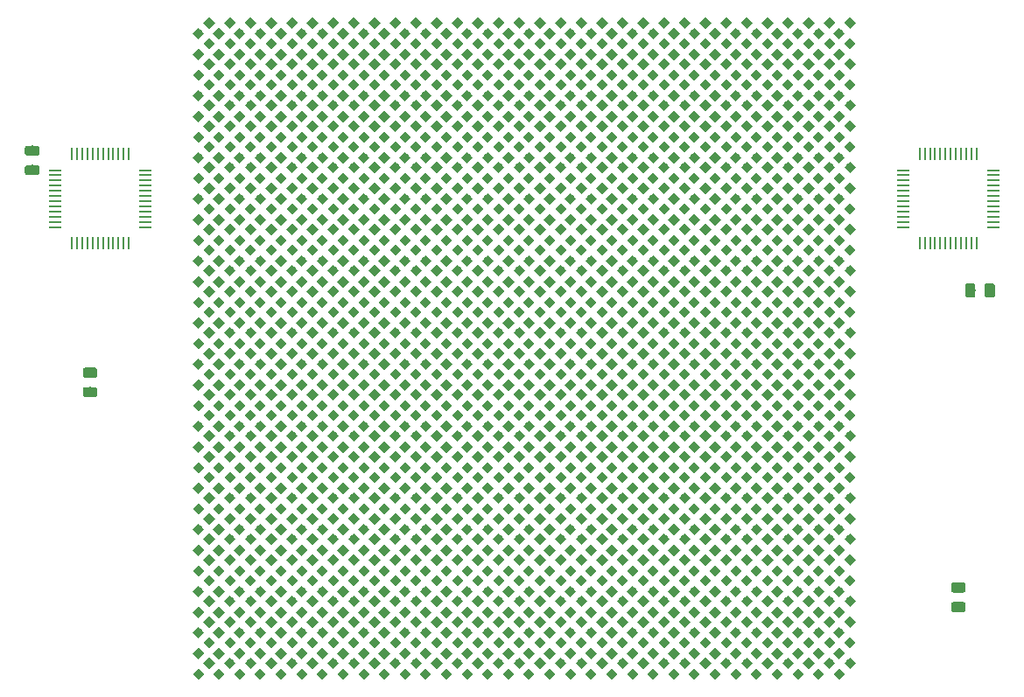
<source format=gbr>
G04 #@! TF.GenerationSoftware,KiCad,Pcbnew,(5.1.2)-2*
G04 #@! TF.CreationDate,2019-09-09T20:31:03-04:00*
G04 #@! TF.ProjectId,digiobscura,64696769-6f62-4736-9375-72612e6b6963,0.1a*
G04 #@! TF.SameCoordinates,Original*
G04 #@! TF.FileFunction,Paste,Top*
G04 #@! TF.FilePolarity,Positive*
%FSLAX46Y46*%
G04 Gerber Fmt 4.6, Leading zero omitted, Abs format (unit mm)*
G04 Created by KiCad (PCBNEW (5.1.2)-2) date 2019-09-09 20:31:03*
%MOMM*%
%LPD*%
G04 APERTURE LIST*
%ADD10C,0.800000*%
%ADD11C,0.100000*%
%ADD12R,1.300000X0.250000*%
%ADD13R,0.250000X1.300000*%
%ADD14C,0.975000*%
G04 APERTURE END LIST*
D10*
X176969670Y-87030330D03*
D11*
G36*
X176969670Y-87596015D02*
G01*
X176403985Y-87030330D01*
X176969670Y-86464645D01*
X177535355Y-87030330D01*
X176969670Y-87596015D01*
X176969670Y-87596015D01*
G37*
D10*
X178030330Y-85969670D03*
D11*
G36*
X178030330Y-86535355D02*
G01*
X177464645Y-85969670D01*
X178030330Y-85403985D01*
X178596015Y-85969670D01*
X178030330Y-86535355D01*
X178030330Y-86535355D01*
G37*
D10*
X176969670Y-77030330D03*
D11*
G36*
X176969670Y-77596015D02*
G01*
X176403985Y-77030330D01*
X176969670Y-76464645D01*
X177535355Y-77030330D01*
X176969670Y-77596015D01*
X176969670Y-77596015D01*
G37*
D10*
X178030330Y-75969670D03*
D11*
G36*
X178030330Y-76535355D02*
G01*
X177464645Y-75969670D01*
X178030330Y-75403985D01*
X178596015Y-75969670D01*
X178030330Y-76535355D01*
X178030330Y-76535355D01*
G37*
D10*
X172969670Y-39030330D03*
D11*
G36*
X172969670Y-39596015D02*
G01*
X172403985Y-39030330D01*
X172969670Y-38464645D01*
X173535355Y-39030330D01*
X172969670Y-39596015D01*
X172969670Y-39596015D01*
G37*
D10*
X174030330Y-37969670D03*
D11*
G36*
X174030330Y-38535355D02*
G01*
X173464645Y-37969670D01*
X174030330Y-37403985D01*
X174596015Y-37969670D01*
X174030330Y-38535355D01*
X174030330Y-38535355D01*
G37*
D12*
X109850000Y-52250000D03*
X109850000Y-52750000D03*
X109850000Y-53250000D03*
X109850000Y-53750000D03*
X109850000Y-54250000D03*
X109850000Y-54750000D03*
X109850000Y-55250000D03*
X109850000Y-55750000D03*
X109850000Y-56250000D03*
X109850000Y-56750000D03*
X109850000Y-57250000D03*
X109850000Y-57750000D03*
D13*
X108250000Y-59350000D03*
X107750000Y-59350000D03*
X107250000Y-59350000D03*
X106750000Y-59350000D03*
X106250000Y-59350000D03*
X105750000Y-59350000D03*
X105250000Y-59350000D03*
X104750000Y-59350000D03*
X104250000Y-59350000D03*
X103750000Y-59350000D03*
X103250000Y-59350000D03*
X102750000Y-59350000D03*
D12*
X101150000Y-57750000D03*
X101150000Y-57250000D03*
X101150000Y-56750000D03*
X101150000Y-56250000D03*
X101150000Y-55750000D03*
X101150000Y-55250000D03*
X101150000Y-54750000D03*
X101150000Y-54250000D03*
X101150000Y-53750000D03*
X101150000Y-53250000D03*
X101150000Y-52750000D03*
X101150000Y-52250000D03*
D13*
X102750000Y-50650000D03*
X103250000Y-50650000D03*
X103750000Y-50650000D03*
X104250000Y-50650000D03*
X104750000Y-50650000D03*
X105250000Y-50650000D03*
X105750000Y-50650000D03*
X106250000Y-50650000D03*
X106750000Y-50650000D03*
X107250000Y-50650000D03*
X107750000Y-50650000D03*
X108250000Y-50650000D03*
D12*
X183150000Y-57750000D03*
X183150000Y-57250000D03*
X183150000Y-56750000D03*
X183150000Y-56250000D03*
X183150000Y-55750000D03*
X183150000Y-55250000D03*
X183150000Y-54750000D03*
X183150000Y-54250000D03*
X183150000Y-53750000D03*
X183150000Y-53250000D03*
X183150000Y-52750000D03*
X183150000Y-52250000D03*
D13*
X184750000Y-50650000D03*
X185250000Y-50650000D03*
X185750000Y-50650000D03*
X186250000Y-50650000D03*
X186750000Y-50650000D03*
X187250000Y-50650000D03*
X187750000Y-50650000D03*
X188250000Y-50650000D03*
X188750000Y-50650000D03*
X189250000Y-50650000D03*
X189750000Y-50650000D03*
X190250000Y-50650000D03*
D12*
X191850000Y-52250000D03*
X191850000Y-52750000D03*
X191850000Y-53250000D03*
X191850000Y-53750000D03*
X191850000Y-54250000D03*
X191850000Y-54750000D03*
X191850000Y-55250000D03*
X191850000Y-55750000D03*
X191850000Y-56250000D03*
X191850000Y-56750000D03*
X191850000Y-57250000D03*
X191850000Y-57750000D03*
D13*
X190250000Y-59350000D03*
X189750000Y-59350000D03*
X189250000Y-59350000D03*
X188750000Y-59350000D03*
X188250000Y-59350000D03*
X187750000Y-59350000D03*
X187250000Y-59350000D03*
X186750000Y-59350000D03*
X186250000Y-59350000D03*
X185750000Y-59350000D03*
X185250000Y-59350000D03*
X184750000Y-59350000D03*
D10*
X176969670Y-101030330D03*
D11*
G36*
X176969670Y-101596015D02*
G01*
X176403985Y-101030330D01*
X176969670Y-100464645D01*
X177535355Y-101030330D01*
X176969670Y-101596015D01*
X176969670Y-101596015D01*
G37*
D10*
X178030330Y-99969670D03*
D11*
G36*
X178030330Y-100535355D02*
G01*
X177464645Y-99969670D01*
X178030330Y-99403985D01*
X178596015Y-99969670D01*
X178030330Y-100535355D01*
X178030330Y-100535355D01*
G37*
D10*
X174969670Y-101030330D03*
D11*
G36*
X174969670Y-101596015D02*
G01*
X174403985Y-101030330D01*
X174969670Y-100464645D01*
X175535355Y-101030330D01*
X174969670Y-101596015D01*
X174969670Y-101596015D01*
G37*
D10*
X176030330Y-99969670D03*
D11*
G36*
X176030330Y-100535355D02*
G01*
X175464645Y-99969670D01*
X176030330Y-99403985D01*
X176596015Y-99969670D01*
X176030330Y-100535355D01*
X176030330Y-100535355D01*
G37*
D10*
X172969670Y-101030330D03*
D11*
G36*
X172969670Y-101596015D02*
G01*
X172403985Y-101030330D01*
X172969670Y-100464645D01*
X173535355Y-101030330D01*
X172969670Y-101596015D01*
X172969670Y-101596015D01*
G37*
D10*
X174030330Y-99969670D03*
D11*
G36*
X174030330Y-100535355D02*
G01*
X173464645Y-99969670D01*
X174030330Y-99403985D01*
X174596015Y-99969670D01*
X174030330Y-100535355D01*
X174030330Y-100535355D01*
G37*
D10*
X170969670Y-101030330D03*
D11*
G36*
X170969670Y-101596015D02*
G01*
X170403985Y-101030330D01*
X170969670Y-100464645D01*
X171535355Y-101030330D01*
X170969670Y-101596015D01*
X170969670Y-101596015D01*
G37*
D10*
X172030330Y-99969670D03*
D11*
G36*
X172030330Y-100535355D02*
G01*
X171464645Y-99969670D01*
X172030330Y-99403985D01*
X172596015Y-99969670D01*
X172030330Y-100535355D01*
X172030330Y-100535355D01*
G37*
D10*
X168969670Y-101030330D03*
D11*
G36*
X168969670Y-101596015D02*
G01*
X168403985Y-101030330D01*
X168969670Y-100464645D01*
X169535355Y-101030330D01*
X168969670Y-101596015D01*
X168969670Y-101596015D01*
G37*
D10*
X170030330Y-99969670D03*
D11*
G36*
X170030330Y-100535355D02*
G01*
X169464645Y-99969670D01*
X170030330Y-99403985D01*
X170596015Y-99969670D01*
X170030330Y-100535355D01*
X170030330Y-100535355D01*
G37*
D10*
X166969670Y-101030330D03*
D11*
G36*
X166969670Y-101596015D02*
G01*
X166403985Y-101030330D01*
X166969670Y-100464645D01*
X167535355Y-101030330D01*
X166969670Y-101596015D01*
X166969670Y-101596015D01*
G37*
D10*
X168030330Y-99969670D03*
D11*
G36*
X168030330Y-100535355D02*
G01*
X167464645Y-99969670D01*
X168030330Y-99403985D01*
X168596015Y-99969670D01*
X168030330Y-100535355D01*
X168030330Y-100535355D01*
G37*
D10*
X164969670Y-101030330D03*
D11*
G36*
X164969670Y-101596015D02*
G01*
X164403985Y-101030330D01*
X164969670Y-100464645D01*
X165535355Y-101030330D01*
X164969670Y-101596015D01*
X164969670Y-101596015D01*
G37*
D10*
X166030330Y-99969670D03*
D11*
G36*
X166030330Y-100535355D02*
G01*
X165464645Y-99969670D01*
X166030330Y-99403985D01*
X166596015Y-99969670D01*
X166030330Y-100535355D01*
X166030330Y-100535355D01*
G37*
D10*
X162969670Y-101030330D03*
D11*
G36*
X162969670Y-101596015D02*
G01*
X162403985Y-101030330D01*
X162969670Y-100464645D01*
X163535355Y-101030330D01*
X162969670Y-101596015D01*
X162969670Y-101596015D01*
G37*
D10*
X164030330Y-99969670D03*
D11*
G36*
X164030330Y-100535355D02*
G01*
X163464645Y-99969670D01*
X164030330Y-99403985D01*
X164596015Y-99969670D01*
X164030330Y-100535355D01*
X164030330Y-100535355D01*
G37*
D10*
X160969670Y-101030330D03*
D11*
G36*
X160969670Y-101596015D02*
G01*
X160403985Y-101030330D01*
X160969670Y-100464645D01*
X161535355Y-101030330D01*
X160969670Y-101596015D01*
X160969670Y-101596015D01*
G37*
D10*
X162030330Y-99969670D03*
D11*
G36*
X162030330Y-100535355D02*
G01*
X161464645Y-99969670D01*
X162030330Y-99403985D01*
X162596015Y-99969670D01*
X162030330Y-100535355D01*
X162030330Y-100535355D01*
G37*
D10*
X158969670Y-101030330D03*
D11*
G36*
X158969670Y-101596015D02*
G01*
X158403985Y-101030330D01*
X158969670Y-100464645D01*
X159535355Y-101030330D01*
X158969670Y-101596015D01*
X158969670Y-101596015D01*
G37*
D10*
X160030330Y-99969670D03*
D11*
G36*
X160030330Y-100535355D02*
G01*
X159464645Y-99969670D01*
X160030330Y-99403985D01*
X160596015Y-99969670D01*
X160030330Y-100535355D01*
X160030330Y-100535355D01*
G37*
D10*
X156969670Y-101030330D03*
D11*
G36*
X156969670Y-101596015D02*
G01*
X156403985Y-101030330D01*
X156969670Y-100464645D01*
X157535355Y-101030330D01*
X156969670Y-101596015D01*
X156969670Y-101596015D01*
G37*
D10*
X158030330Y-99969670D03*
D11*
G36*
X158030330Y-100535355D02*
G01*
X157464645Y-99969670D01*
X158030330Y-99403985D01*
X158596015Y-99969670D01*
X158030330Y-100535355D01*
X158030330Y-100535355D01*
G37*
D10*
X154969670Y-101030330D03*
D11*
G36*
X154969670Y-101596015D02*
G01*
X154403985Y-101030330D01*
X154969670Y-100464645D01*
X155535355Y-101030330D01*
X154969670Y-101596015D01*
X154969670Y-101596015D01*
G37*
D10*
X156030330Y-99969670D03*
D11*
G36*
X156030330Y-100535355D02*
G01*
X155464645Y-99969670D01*
X156030330Y-99403985D01*
X156596015Y-99969670D01*
X156030330Y-100535355D01*
X156030330Y-100535355D01*
G37*
D10*
X152969670Y-101030330D03*
D11*
G36*
X152969670Y-101596015D02*
G01*
X152403985Y-101030330D01*
X152969670Y-100464645D01*
X153535355Y-101030330D01*
X152969670Y-101596015D01*
X152969670Y-101596015D01*
G37*
D10*
X154030330Y-99969670D03*
D11*
G36*
X154030330Y-100535355D02*
G01*
X153464645Y-99969670D01*
X154030330Y-99403985D01*
X154596015Y-99969670D01*
X154030330Y-100535355D01*
X154030330Y-100535355D01*
G37*
D10*
X150969670Y-101030330D03*
D11*
G36*
X150969670Y-101596015D02*
G01*
X150403985Y-101030330D01*
X150969670Y-100464645D01*
X151535355Y-101030330D01*
X150969670Y-101596015D01*
X150969670Y-101596015D01*
G37*
D10*
X152030330Y-99969670D03*
D11*
G36*
X152030330Y-100535355D02*
G01*
X151464645Y-99969670D01*
X152030330Y-99403985D01*
X152596015Y-99969670D01*
X152030330Y-100535355D01*
X152030330Y-100535355D01*
G37*
D10*
X148969670Y-101030330D03*
D11*
G36*
X148969670Y-101596015D02*
G01*
X148403985Y-101030330D01*
X148969670Y-100464645D01*
X149535355Y-101030330D01*
X148969670Y-101596015D01*
X148969670Y-101596015D01*
G37*
D10*
X150030330Y-99969670D03*
D11*
G36*
X150030330Y-100535355D02*
G01*
X149464645Y-99969670D01*
X150030330Y-99403985D01*
X150596015Y-99969670D01*
X150030330Y-100535355D01*
X150030330Y-100535355D01*
G37*
D10*
X146969670Y-101030330D03*
D11*
G36*
X146969670Y-101596015D02*
G01*
X146403985Y-101030330D01*
X146969670Y-100464645D01*
X147535355Y-101030330D01*
X146969670Y-101596015D01*
X146969670Y-101596015D01*
G37*
D10*
X148030330Y-99969670D03*
D11*
G36*
X148030330Y-100535355D02*
G01*
X147464645Y-99969670D01*
X148030330Y-99403985D01*
X148596015Y-99969670D01*
X148030330Y-100535355D01*
X148030330Y-100535355D01*
G37*
D10*
X144969670Y-101030330D03*
D11*
G36*
X144969670Y-101596015D02*
G01*
X144403985Y-101030330D01*
X144969670Y-100464645D01*
X145535355Y-101030330D01*
X144969670Y-101596015D01*
X144969670Y-101596015D01*
G37*
D10*
X146030330Y-99969670D03*
D11*
G36*
X146030330Y-100535355D02*
G01*
X145464645Y-99969670D01*
X146030330Y-99403985D01*
X146596015Y-99969670D01*
X146030330Y-100535355D01*
X146030330Y-100535355D01*
G37*
D10*
X142969670Y-101030330D03*
D11*
G36*
X142969670Y-101596015D02*
G01*
X142403985Y-101030330D01*
X142969670Y-100464645D01*
X143535355Y-101030330D01*
X142969670Y-101596015D01*
X142969670Y-101596015D01*
G37*
D10*
X144030330Y-99969670D03*
D11*
G36*
X144030330Y-100535355D02*
G01*
X143464645Y-99969670D01*
X144030330Y-99403985D01*
X144596015Y-99969670D01*
X144030330Y-100535355D01*
X144030330Y-100535355D01*
G37*
D10*
X140969670Y-101030330D03*
D11*
G36*
X140969670Y-101596015D02*
G01*
X140403985Y-101030330D01*
X140969670Y-100464645D01*
X141535355Y-101030330D01*
X140969670Y-101596015D01*
X140969670Y-101596015D01*
G37*
D10*
X142030330Y-99969670D03*
D11*
G36*
X142030330Y-100535355D02*
G01*
X141464645Y-99969670D01*
X142030330Y-99403985D01*
X142596015Y-99969670D01*
X142030330Y-100535355D01*
X142030330Y-100535355D01*
G37*
D10*
X138969670Y-101030330D03*
D11*
G36*
X138969670Y-101596015D02*
G01*
X138403985Y-101030330D01*
X138969670Y-100464645D01*
X139535355Y-101030330D01*
X138969670Y-101596015D01*
X138969670Y-101596015D01*
G37*
D10*
X140030330Y-99969670D03*
D11*
G36*
X140030330Y-100535355D02*
G01*
X139464645Y-99969670D01*
X140030330Y-99403985D01*
X140596015Y-99969670D01*
X140030330Y-100535355D01*
X140030330Y-100535355D01*
G37*
D10*
X136969670Y-101030330D03*
D11*
G36*
X136969670Y-101596015D02*
G01*
X136403985Y-101030330D01*
X136969670Y-100464645D01*
X137535355Y-101030330D01*
X136969670Y-101596015D01*
X136969670Y-101596015D01*
G37*
D10*
X138030330Y-99969670D03*
D11*
G36*
X138030330Y-100535355D02*
G01*
X137464645Y-99969670D01*
X138030330Y-99403985D01*
X138596015Y-99969670D01*
X138030330Y-100535355D01*
X138030330Y-100535355D01*
G37*
D10*
X134969670Y-101030330D03*
D11*
G36*
X134969670Y-101596015D02*
G01*
X134403985Y-101030330D01*
X134969670Y-100464645D01*
X135535355Y-101030330D01*
X134969670Y-101596015D01*
X134969670Y-101596015D01*
G37*
D10*
X136030330Y-99969670D03*
D11*
G36*
X136030330Y-100535355D02*
G01*
X135464645Y-99969670D01*
X136030330Y-99403985D01*
X136596015Y-99969670D01*
X136030330Y-100535355D01*
X136030330Y-100535355D01*
G37*
D10*
X132969670Y-101030330D03*
D11*
G36*
X132969670Y-101596015D02*
G01*
X132403985Y-101030330D01*
X132969670Y-100464645D01*
X133535355Y-101030330D01*
X132969670Y-101596015D01*
X132969670Y-101596015D01*
G37*
D10*
X134030330Y-99969670D03*
D11*
G36*
X134030330Y-100535355D02*
G01*
X133464645Y-99969670D01*
X134030330Y-99403985D01*
X134596015Y-99969670D01*
X134030330Y-100535355D01*
X134030330Y-100535355D01*
G37*
D10*
X130969670Y-101030330D03*
D11*
G36*
X130969670Y-101596015D02*
G01*
X130403985Y-101030330D01*
X130969670Y-100464645D01*
X131535355Y-101030330D01*
X130969670Y-101596015D01*
X130969670Y-101596015D01*
G37*
D10*
X132030330Y-99969670D03*
D11*
G36*
X132030330Y-100535355D02*
G01*
X131464645Y-99969670D01*
X132030330Y-99403985D01*
X132596015Y-99969670D01*
X132030330Y-100535355D01*
X132030330Y-100535355D01*
G37*
D10*
X128969670Y-101030330D03*
D11*
G36*
X128969670Y-101596015D02*
G01*
X128403985Y-101030330D01*
X128969670Y-100464645D01*
X129535355Y-101030330D01*
X128969670Y-101596015D01*
X128969670Y-101596015D01*
G37*
D10*
X130030330Y-99969670D03*
D11*
G36*
X130030330Y-100535355D02*
G01*
X129464645Y-99969670D01*
X130030330Y-99403985D01*
X130596015Y-99969670D01*
X130030330Y-100535355D01*
X130030330Y-100535355D01*
G37*
D10*
X126969670Y-101030330D03*
D11*
G36*
X126969670Y-101596015D02*
G01*
X126403985Y-101030330D01*
X126969670Y-100464645D01*
X127535355Y-101030330D01*
X126969670Y-101596015D01*
X126969670Y-101596015D01*
G37*
D10*
X128030330Y-99969670D03*
D11*
G36*
X128030330Y-100535355D02*
G01*
X127464645Y-99969670D01*
X128030330Y-99403985D01*
X128596015Y-99969670D01*
X128030330Y-100535355D01*
X128030330Y-100535355D01*
G37*
D10*
X124969670Y-101030330D03*
D11*
G36*
X124969670Y-101596015D02*
G01*
X124403985Y-101030330D01*
X124969670Y-100464645D01*
X125535355Y-101030330D01*
X124969670Y-101596015D01*
X124969670Y-101596015D01*
G37*
D10*
X126030330Y-99969670D03*
D11*
G36*
X126030330Y-100535355D02*
G01*
X125464645Y-99969670D01*
X126030330Y-99403985D01*
X126596015Y-99969670D01*
X126030330Y-100535355D01*
X126030330Y-100535355D01*
G37*
D10*
X122969670Y-101030330D03*
D11*
G36*
X122969670Y-101596015D02*
G01*
X122403985Y-101030330D01*
X122969670Y-100464645D01*
X123535355Y-101030330D01*
X122969670Y-101596015D01*
X122969670Y-101596015D01*
G37*
D10*
X124030330Y-99969670D03*
D11*
G36*
X124030330Y-100535355D02*
G01*
X123464645Y-99969670D01*
X124030330Y-99403985D01*
X124596015Y-99969670D01*
X124030330Y-100535355D01*
X124030330Y-100535355D01*
G37*
D10*
X120969670Y-101030330D03*
D11*
G36*
X120969670Y-101596015D02*
G01*
X120403985Y-101030330D01*
X120969670Y-100464645D01*
X121535355Y-101030330D01*
X120969670Y-101596015D01*
X120969670Y-101596015D01*
G37*
D10*
X122030330Y-99969670D03*
D11*
G36*
X122030330Y-100535355D02*
G01*
X121464645Y-99969670D01*
X122030330Y-99403985D01*
X122596015Y-99969670D01*
X122030330Y-100535355D01*
X122030330Y-100535355D01*
G37*
D10*
X118969670Y-101030330D03*
D11*
G36*
X118969670Y-101596015D02*
G01*
X118403985Y-101030330D01*
X118969670Y-100464645D01*
X119535355Y-101030330D01*
X118969670Y-101596015D01*
X118969670Y-101596015D01*
G37*
D10*
X120030330Y-99969670D03*
D11*
G36*
X120030330Y-100535355D02*
G01*
X119464645Y-99969670D01*
X120030330Y-99403985D01*
X120596015Y-99969670D01*
X120030330Y-100535355D01*
X120030330Y-100535355D01*
G37*
D10*
X116969670Y-101030330D03*
D11*
G36*
X116969670Y-101596015D02*
G01*
X116403985Y-101030330D01*
X116969670Y-100464645D01*
X117535355Y-101030330D01*
X116969670Y-101596015D01*
X116969670Y-101596015D01*
G37*
D10*
X118030330Y-99969670D03*
D11*
G36*
X118030330Y-100535355D02*
G01*
X117464645Y-99969670D01*
X118030330Y-99403985D01*
X118596015Y-99969670D01*
X118030330Y-100535355D01*
X118030330Y-100535355D01*
G37*
D10*
X114969670Y-101030330D03*
D11*
G36*
X114969670Y-101596015D02*
G01*
X114403985Y-101030330D01*
X114969670Y-100464645D01*
X115535355Y-101030330D01*
X114969670Y-101596015D01*
X114969670Y-101596015D01*
G37*
D10*
X116030330Y-99969670D03*
D11*
G36*
X116030330Y-100535355D02*
G01*
X115464645Y-99969670D01*
X116030330Y-99403985D01*
X116596015Y-99969670D01*
X116030330Y-100535355D01*
X116030330Y-100535355D01*
G37*
D10*
X176969670Y-99030330D03*
D11*
G36*
X176969670Y-99596015D02*
G01*
X176403985Y-99030330D01*
X176969670Y-98464645D01*
X177535355Y-99030330D01*
X176969670Y-99596015D01*
X176969670Y-99596015D01*
G37*
D10*
X178030330Y-97969670D03*
D11*
G36*
X178030330Y-98535355D02*
G01*
X177464645Y-97969670D01*
X178030330Y-97403985D01*
X178596015Y-97969670D01*
X178030330Y-98535355D01*
X178030330Y-98535355D01*
G37*
D10*
X174969670Y-99030330D03*
D11*
G36*
X174969670Y-99596015D02*
G01*
X174403985Y-99030330D01*
X174969670Y-98464645D01*
X175535355Y-99030330D01*
X174969670Y-99596015D01*
X174969670Y-99596015D01*
G37*
D10*
X176030330Y-97969670D03*
D11*
G36*
X176030330Y-98535355D02*
G01*
X175464645Y-97969670D01*
X176030330Y-97403985D01*
X176596015Y-97969670D01*
X176030330Y-98535355D01*
X176030330Y-98535355D01*
G37*
D10*
X172969670Y-99030330D03*
D11*
G36*
X172969670Y-99596015D02*
G01*
X172403985Y-99030330D01*
X172969670Y-98464645D01*
X173535355Y-99030330D01*
X172969670Y-99596015D01*
X172969670Y-99596015D01*
G37*
D10*
X174030330Y-97969670D03*
D11*
G36*
X174030330Y-98535355D02*
G01*
X173464645Y-97969670D01*
X174030330Y-97403985D01*
X174596015Y-97969670D01*
X174030330Y-98535355D01*
X174030330Y-98535355D01*
G37*
D10*
X170969670Y-99030330D03*
D11*
G36*
X170969670Y-99596015D02*
G01*
X170403985Y-99030330D01*
X170969670Y-98464645D01*
X171535355Y-99030330D01*
X170969670Y-99596015D01*
X170969670Y-99596015D01*
G37*
D10*
X172030330Y-97969670D03*
D11*
G36*
X172030330Y-98535355D02*
G01*
X171464645Y-97969670D01*
X172030330Y-97403985D01*
X172596015Y-97969670D01*
X172030330Y-98535355D01*
X172030330Y-98535355D01*
G37*
D10*
X168969670Y-99030330D03*
D11*
G36*
X168969670Y-99596015D02*
G01*
X168403985Y-99030330D01*
X168969670Y-98464645D01*
X169535355Y-99030330D01*
X168969670Y-99596015D01*
X168969670Y-99596015D01*
G37*
D10*
X170030330Y-97969670D03*
D11*
G36*
X170030330Y-98535355D02*
G01*
X169464645Y-97969670D01*
X170030330Y-97403985D01*
X170596015Y-97969670D01*
X170030330Y-98535355D01*
X170030330Y-98535355D01*
G37*
D10*
X166969670Y-99030330D03*
D11*
G36*
X166969670Y-99596015D02*
G01*
X166403985Y-99030330D01*
X166969670Y-98464645D01*
X167535355Y-99030330D01*
X166969670Y-99596015D01*
X166969670Y-99596015D01*
G37*
D10*
X168030330Y-97969670D03*
D11*
G36*
X168030330Y-98535355D02*
G01*
X167464645Y-97969670D01*
X168030330Y-97403985D01*
X168596015Y-97969670D01*
X168030330Y-98535355D01*
X168030330Y-98535355D01*
G37*
D10*
X164969670Y-99030330D03*
D11*
G36*
X164969670Y-99596015D02*
G01*
X164403985Y-99030330D01*
X164969670Y-98464645D01*
X165535355Y-99030330D01*
X164969670Y-99596015D01*
X164969670Y-99596015D01*
G37*
D10*
X166030330Y-97969670D03*
D11*
G36*
X166030330Y-98535355D02*
G01*
X165464645Y-97969670D01*
X166030330Y-97403985D01*
X166596015Y-97969670D01*
X166030330Y-98535355D01*
X166030330Y-98535355D01*
G37*
D10*
X162969670Y-99030330D03*
D11*
G36*
X162969670Y-99596015D02*
G01*
X162403985Y-99030330D01*
X162969670Y-98464645D01*
X163535355Y-99030330D01*
X162969670Y-99596015D01*
X162969670Y-99596015D01*
G37*
D10*
X164030330Y-97969670D03*
D11*
G36*
X164030330Y-98535355D02*
G01*
X163464645Y-97969670D01*
X164030330Y-97403985D01*
X164596015Y-97969670D01*
X164030330Y-98535355D01*
X164030330Y-98535355D01*
G37*
D10*
X160969670Y-99030330D03*
D11*
G36*
X160969670Y-99596015D02*
G01*
X160403985Y-99030330D01*
X160969670Y-98464645D01*
X161535355Y-99030330D01*
X160969670Y-99596015D01*
X160969670Y-99596015D01*
G37*
D10*
X162030330Y-97969670D03*
D11*
G36*
X162030330Y-98535355D02*
G01*
X161464645Y-97969670D01*
X162030330Y-97403985D01*
X162596015Y-97969670D01*
X162030330Y-98535355D01*
X162030330Y-98535355D01*
G37*
D10*
X158969670Y-99030330D03*
D11*
G36*
X158969670Y-99596015D02*
G01*
X158403985Y-99030330D01*
X158969670Y-98464645D01*
X159535355Y-99030330D01*
X158969670Y-99596015D01*
X158969670Y-99596015D01*
G37*
D10*
X160030330Y-97969670D03*
D11*
G36*
X160030330Y-98535355D02*
G01*
X159464645Y-97969670D01*
X160030330Y-97403985D01*
X160596015Y-97969670D01*
X160030330Y-98535355D01*
X160030330Y-98535355D01*
G37*
D10*
X156969670Y-99030330D03*
D11*
G36*
X156969670Y-99596015D02*
G01*
X156403985Y-99030330D01*
X156969670Y-98464645D01*
X157535355Y-99030330D01*
X156969670Y-99596015D01*
X156969670Y-99596015D01*
G37*
D10*
X158030330Y-97969670D03*
D11*
G36*
X158030330Y-98535355D02*
G01*
X157464645Y-97969670D01*
X158030330Y-97403985D01*
X158596015Y-97969670D01*
X158030330Y-98535355D01*
X158030330Y-98535355D01*
G37*
D10*
X154969670Y-99030330D03*
D11*
G36*
X154969670Y-99596015D02*
G01*
X154403985Y-99030330D01*
X154969670Y-98464645D01*
X155535355Y-99030330D01*
X154969670Y-99596015D01*
X154969670Y-99596015D01*
G37*
D10*
X156030330Y-97969670D03*
D11*
G36*
X156030330Y-98535355D02*
G01*
X155464645Y-97969670D01*
X156030330Y-97403985D01*
X156596015Y-97969670D01*
X156030330Y-98535355D01*
X156030330Y-98535355D01*
G37*
D10*
X152969670Y-99030330D03*
D11*
G36*
X152969670Y-99596015D02*
G01*
X152403985Y-99030330D01*
X152969670Y-98464645D01*
X153535355Y-99030330D01*
X152969670Y-99596015D01*
X152969670Y-99596015D01*
G37*
D10*
X154030330Y-97969670D03*
D11*
G36*
X154030330Y-98535355D02*
G01*
X153464645Y-97969670D01*
X154030330Y-97403985D01*
X154596015Y-97969670D01*
X154030330Y-98535355D01*
X154030330Y-98535355D01*
G37*
D10*
X150969670Y-99030330D03*
D11*
G36*
X150969670Y-99596015D02*
G01*
X150403985Y-99030330D01*
X150969670Y-98464645D01*
X151535355Y-99030330D01*
X150969670Y-99596015D01*
X150969670Y-99596015D01*
G37*
D10*
X152030330Y-97969670D03*
D11*
G36*
X152030330Y-98535355D02*
G01*
X151464645Y-97969670D01*
X152030330Y-97403985D01*
X152596015Y-97969670D01*
X152030330Y-98535355D01*
X152030330Y-98535355D01*
G37*
D10*
X148969670Y-99030330D03*
D11*
G36*
X148969670Y-99596015D02*
G01*
X148403985Y-99030330D01*
X148969670Y-98464645D01*
X149535355Y-99030330D01*
X148969670Y-99596015D01*
X148969670Y-99596015D01*
G37*
D10*
X150030330Y-97969670D03*
D11*
G36*
X150030330Y-98535355D02*
G01*
X149464645Y-97969670D01*
X150030330Y-97403985D01*
X150596015Y-97969670D01*
X150030330Y-98535355D01*
X150030330Y-98535355D01*
G37*
D10*
X146969670Y-99030330D03*
D11*
G36*
X146969670Y-99596015D02*
G01*
X146403985Y-99030330D01*
X146969670Y-98464645D01*
X147535355Y-99030330D01*
X146969670Y-99596015D01*
X146969670Y-99596015D01*
G37*
D10*
X148030330Y-97969670D03*
D11*
G36*
X148030330Y-98535355D02*
G01*
X147464645Y-97969670D01*
X148030330Y-97403985D01*
X148596015Y-97969670D01*
X148030330Y-98535355D01*
X148030330Y-98535355D01*
G37*
D10*
X144969670Y-99030330D03*
D11*
G36*
X144969670Y-99596015D02*
G01*
X144403985Y-99030330D01*
X144969670Y-98464645D01*
X145535355Y-99030330D01*
X144969670Y-99596015D01*
X144969670Y-99596015D01*
G37*
D10*
X146030330Y-97969670D03*
D11*
G36*
X146030330Y-98535355D02*
G01*
X145464645Y-97969670D01*
X146030330Y-97403985D01*
X146596015Y-97969670D01*
X146030330Y-98535355D01*
X146030330Y-98535355D01*
G37*
D10*
X142969670Y-99030330D03*
D11*
G36*
X142969670Y-99596015D02*
G01*
X142403985Y-99030330D01*
X142969670Y-98464645D01*
X143535355Y-99030330D01*
X142969670Y-99596015D01*
X142969670Y-99596015D01*
G37*
D10*
X144030330Y-97969670D03*
D11*
G36*
X144030330Y-98535355D02*
G01*
X143464645Y-97969670D01*
X144030330Y-97403985D01*
X144596015Y-97969670D01*
X144030330Y-98535355D01*
X144030330Y-98535355D01*
G37*
D10*
X140969670Y-99030330D03*
D11*
G36*
X140969670Y-99596015D02*
G01*
X140403985Y-99030330D01*
X140969670Y-98464645D01*
X141535355Y-99030330D01*
X140969670Y-99596015D01*
X140969670Y-99596015D01*
G37*
D10*
X142030330Y-97969670D03*
D11*
G36*
X142030330Y-98535355D02*
G01*
X141464645Y-97969670D01*
X142030330Y-97403985D01*
X142596015Y-97969670D01*
X142030330Y-98535355D01*
X142030330Y-98535355D01*
G37*
D10*
X138969670Y-99030330D03*
D11*
G36*
X138969670Y-99596015D02*
G01*
X138403985Y-99030330D01*
X138969670Y-98464645D01*
X139535355Y-99030330D01*
X138969670Y-99596015D01*
X138969670Y-99596015D01*
G37*
D10*
X140030330Y-97969670D03*
D11*
G36*
X140030330Y-98535355D02*
G01*
X139464645Y-97969670D01*
X140030330Y-97403985D01*
X140596015Y-97969670D01*
X140030330Y-98535355D01*
X140030330Y-98535355D01*
G37*
D10*
X136969670Y-99030330D03*
D11*
G36*
X136969670Y-99596015D02*
G01*
X136403985Y-99030330D01*
X136969670Y-98464645D01*
X137535355Y-99030330D01*
X136969670Y-99596015D01*
X136969670Y-99596015D01*
G37*
D10*
X138030330Y-97969670D03*
D11*
G36*
X138030330Y-98535355D02*
G01*
X137464645Y-97969670D01*
X138030330Y-97403985D01*
X138596015Y-97969670D01*
X138030330Y-98535355D01*
X138030330Y-98535355D01*
G37*
D10*
X134969670Y-99030330D03*
D11*
G36*
X134969670Y-99596015D02*
G01*
X134403985Y-99030330D01*
X134969670Y-98464645D01*
X135535355Y-99030330D01*
X134969670Y-99596015D01*
X134969670Y-99596015D01*
G37*
D10*
X136030330Y-97969670D03*
D11*
G36*
X136030330Y-98535355D02*
G01*
X135464645Y-97969670D01*
X136030330Y-97403985D01*
X136596015Y-97969670D01*
X136030330Y-98535355D01*
X136030330Y-98535355D01*
G37*
D10*
X132969670Y-99030330D03*
D11*
G36*
X132969670Y-99596015D02*
G01*
X132403985Y-99030330D01*
X132969670Y-98464645D01*
X133535355Y-99030330D01*
X132969670Y-99596015D01*
X132969670Y-99596015D01*
G37*
D10*
X134030330Y-97969670D03*
D11*
G36*
X134030330Y-98535355D02*
G01*
X133464645Y-97969670D01*
X134030330Y-97403985D01*
X134596015Y-97969670D01*
X134030330Y-98535355D01*
X134030330Y-98535355D01*
G37*
D10*
X130969670Y-99030330D03*
D11*
G36*
X130969670Y-99596015D02*
G01*
X130403985Y-99030330D01*
X130969670Y-98464645D01*
X131535355Y-99030330D01*
X130969670Y-99596015D01*
X130969670Y-99596015D01*
G37*
D10*
X132030330Y-97969670D03*
D11*
G36*
X132030330Y-98535355D02*
G01*
X131464645Y-97969670D01*
X132030330Y-97403985D01*
X132596015Y-97969670D01*
X132030330Y-98535355D01*
X132030330Y-98535355D01*
G37*
D10*
X128969670Y-99030330D03*
D11*
G36*
X128969670Y-99596015D02*
G01*
X128403985Y-99030330D01*
X128969670Y-98464645D01*
X129535355Y-99030330D01*
X128969670Y-99596015D01*
X128969670Y-99596015D01*
G37*
D10*
X130030330Y-97969670D03*
D11*
G36*
X130030330Y-98535355D02*
G01*
X129464645Y-97969670D01*
X130030330Y-97403985D01*
X130596015Y-97969670D01*
X130030330Y-98535355D01*
X130030330Y-98535355D01*
G37*
D10*
X126969670Y-99030330D03*
D11*
G36*
X126969670Y-99596015D02*
G01*
X126403985Y-99030330D01*
X126969670Y-98464645D01*
X127535355Y-99030330D01*
X126969670Y-99596015D01*
X126969670Y-99596015D01*
G37*
D10*
X128030330Y-97969670D03*
D11*
G36*
X128030330Y-98535355D02*
G01*
X127464645Y-97969670D01*
X128030330Y-97403985D01*
X128596015Y-97969670D01*
X128030330Y-98535355D01*
X128030330Y-98535355D01*
G37*
D10*
X124969670Y-99030330D03*
D11*
G36*
X124969670Y-99596015D02*
G01*
X124403985Y-99030330D01*
X124969670Y-98464645D01*
X125535355Y-99030330D01*
X124969670Y-99596015D01*
X124969670Y-99596015D01*
G37*
D10*
X126030330Y-97969670D03*
D11*
G36*
X126030330Y-98535355D02*
G01*
X125464645Y-97969670D01*
X126030330Y-97403985D01*
X126596015Y-97969670D01*
X126030330Y-98535355D01*
X126030330Y-98535355D01*
G37*
D10*
X122969670Y-99030330D03*
D11*
G36*
X122969670Y-99596015D02*
G01*
X122403985Y-99030330D01*
X122969670Y-98464645D01*
X123535355Y-99030330D01*
X122969670Y-99596015D01*
X122969670Y-99596015D01*
G37*
D10*
X124030330Y-97969670D03*
D11*
G36*
X124030330Y-98535355D02*
G01*
X123464645Y-97969670D01*
X124030330Y-97403985D01*
X124596015Y-97969670D01*
X124030330Y-98535355D01*
X124030330Y-98535355D01*
G37*
D10*
X120969670Y-99030330D03*
D11*
G36*
X120969670Y-99596015D02*
G01*
X120403985Y-99030330D01*
X120969670Y-98464645D01*
X121535355Y-99030330D01*
X120969670Y-99596015D01*
X120969670Y-99596015D01*
G37*
D10*
X122030330Y-97969670D03*
D11*
G36*
X122030330Y-98535355D02*
G01*
X121464645Y-97969670D01*
X122030330Y-97403985D01*
X122596015Y-97969670D01*
X122030330Y-98535355D01*
X122030330Y-98535355D01*
G37*
D10*
X118969670Y-99030330D03*
D11*
G36*
X118969670Y-99596015D02*
G01*
X118403985Y-99030330D01*
X118969670Y-98464645D01*
X119535355Y-99030330D01*
X118969670Y-99596015D01*
X118969670Y-99596015D01*
G37*
D10*
X120030330Y-97969670D03*
D11*
G36*
X120030330Y-98535355D02*
G01*
X119464645Y-97969670D01*
X120030330Y-97403985D01*
X120596015Y-97969670D01*
X120030330Y-98535355D01*
X120030330Y-98535355D01*
G37*
D10*
X116969670Y-99030330D03*
D11*
G36*
X116969670Y-99596015D02*
G01*
X116403985Y-99030330D01*
X116969670Y-98464645D01*
X117535355Y-99030330D01*
X116969670Y-99596015D01*
X116969670Y-99596015D01*
G37*
D10*
X118030330Y-97969670D03*
D11*
G36*
X118030330Y-98535355D02*
G01*
X117464645Y-97969670D01*
X118030330Y-97403985D01*
X118596015Y-97969670D01*
X118030330Y-98535355D01*
X118030330Y-98535355D01*
G37*
D10*
X114969670Y-99030330D03*
D11*
G36*
X114969670Y-99596015D02*
G01*
X114403985Y-99030330D01*
X114969670Y-98464645D01*
X115535355Y-99030330D01*
X114969670Y-99596015D01*
X114969670Y-99596015D01*
G37*
D10*
X116030330Y-97969670D03*
D11*
G36*
X116030330Y-98535355D02*
G01*
X115464645Y-97969670D01*
X116030330Y-97403985D01*
X116596015Y-97969670D01*
X116030330Y-98535355D01*
X116030330Y-98535355D01*
G37*
D10*
X176969670Y-97030330D03*
D11*
G36*
X176969670Y-97596015D02*
G01*
X176403985Y-97030330D01*
X176969670Y-96464645D01*
X177535355Y-97030330D01*
X176969670Y-97596015D01*
X176969670Y-97596015D01*
G37*
D10*
X178030330Y-95969670D03*
D11*
G36*
X178030330Y-96535355D02*
G01*
X177464645Y-95969670D01*
X178030330Y-95403985D01*
X178596015Y-95969670D01*
X178030330Y-96535355D01*
X178030330Y-96535355D01*
G37*
D10*
X174969670Y-97030330D03*
D11*
G36*
X174969670Y-97596015D02*
G01*
X174403985Y-97030330D01*
X174969670Y-96464645D01*
X175535355Y-97030330D01*
X174969670Y-97596015D01*
X174969670Y-97596015D01*
G37*
D10*
X176030330Y-95969670D03*
D11*
G36*
X176030330Y-96535355D02*
G01*
X175464645Y-95969670D01*
X176030330Y-95403985D01*
X176596015Y-95969670D01*
X176030330Y-96535355D01*
X176030330Y-96535355D01*
G37*
D10*
X172969670Y-97030330D03*
D11*
G36*
X172969670Y-97596015D02*
G01*
X172403985Y-97030330D01*
X172969670Y-96464645D01*
X173535355Y-97030330D01*
X172969670Y-97596015D01*
X172969670Y-97596015D01*
G37*
D10*
X174030330Y-95969670D03*
D11*
G36*
X174030330Y-96535355D02*
G01*
X173464645Y-95969670D01*
X174030330Y-95403985D01*
X174596015Y-95969670D01*
X174030330Y-96535355D01*
X174030330Y-96535355D01*
G37*
D10*
X170969670Y-97030330D03*
D11*
G36*
X170969670Y-97596015D02*
G01*
X170403985Y-97030330D01*
X170969670Y-96464645D01*
X171535355Y-97030330D01*
X170969670Y-97596015D01*
X170969670Y-97596015D01*
G37*
D10*
X172030330Y-95969670D03*
D11*
G36*
X172030330Y-96535355D02*
G01*
X171464645Y-95969670D01*
X172030330Y-95403985D01*
X172596015Y-95969670D01*
X172030330Y-96535355D01*
X172030330Y-96535355D01*
G37*
D10*
X168969670Y-97030330D03*
D11*
G36*
X168969670Y-97596015D02*
G01*
X168403985Y-97030330D01*
X168969670Y-96464645D01*
X169535355Y-97030330D01*
X168969670Y-97596015D01*
X168969670Y-97596015D01*
G37*
D10*
X170030330Y-95969670D03*
D11*
G36*
X170030330Y-96535355D02*
G01*
X169464645Y-95969670D01*
X170030330Y-95403985D01*
X170596015Y-95969670D01*
X170030330Y-96535355D01*
X170030330Y-96535355D01*
G37*
D10*
X166969670Y-97030330D03*
D11*
G36*
X166969670Y-97596015D02*
G01*
X166403985Y-97030330D01*
X166969670Y-96464645D01*
X167535355Y-97030330D01*
X166969670Y-97596015D01*
X166969670Y-97596015D01*
G37*
D10*
X168030330Y-95969670D03*
D11*
G36*
X168030330Y-96535355D02*
G01*
X167464645Y-95969670D01*
X168030330Y-95403985D01*
X168596015Y-95969670D01*
X168030330Y-96535355D01*
X168030330Y-96535355D01*
G37*
D10*
X164969670Y-97030330D03*
D11*
G36*
X164969670Y-97596015D02*
G01*
X164403985Y-97030330D01*
X164969670Y-96464645D01*
X165535355Y-97030330D01*
X164969670Y-97596015D01*
X164969670Y-97596015D01*
G37*
D10*
X166030330Y-95969670D03*
D11*
G36*
X166030330Y-96535355D02*
G01*
X165464645Y-95969670D01*
X166030330Y-95403985D01*
X166596015Y-95969670D01*
X166030330Y-96535355D01*
X166030330Y-96535355D01*
G37*
D10*
X162969670Y-97030330D03*
D11*
G36*
X162969670Y-97596015D02*
G01*
X162403985Y-97030330D01*
X162969670Y-96464645D01*
X163535355Y-97030330D01*
X162969670Y-97596015D01*
X162969670Y-97596015D01*
G37*
D10*
X164030330Y-95969670D03*
D11*
G36*
X164030330Y-96535355D02*
G01*
X163464645Y-95969670D01*
X164030330Y-95403985D01*
X164596015Y-95969670D01*
X164030330Y-96535355D01*
X164030330Y-96535355D01*
G37*
D10*
X160969670Y-97030330D03*
D11*
G36*
X160969670Y-97596015D02*
G01*
X160403985Y-97030330D01*
X160969670Y-96464645D01*
X161535355Y-97030330D01*
X160969670Y-97596015D01*
X160969670Y-97596015D01*
G37*
D10*
X162030330Y-95969670D03*
D11*
G36*
X162030330Y-96535355D02*
G01*
X161464645Y-95969670D01*
X162030330Y-95403985D01*
X162596015Y-95969670D01*
X162030330Y-96535355D01*
X162030330Y-96535355D01*
G37*
D10*
X158969670Y-97030330D03*
D11*
G36*
X158969670Y-97596015D02*
G01*
X158403985Y-97030330D01*
X158969670Y-96464645D01*
X159535355Y-97030330D01*
X158969670Y-97596015D01*
X158969670Y-97596015D01*
G37*
D10*
X160030330Y-95969670D03*
D11*
G36*
X160030330Y-96535355D02*
G01*
X159464645Y-95969670D01*
X160030330Y-95403985D01*
X160596015Y-95969670D01*
X160030330Y-96535355D01*
X160030330Y-96535355D01*
G37*
D10*
X156969670Y-97030330D03*
D11*
G36*
X156969670Y-97596015D02*
G01*
X156403985Y-97030330D01*
X156969670Y-96464645D01*
X157535355Y-97030330D01*
X156969670Y-97596015D01*
X156969670Y-97596015D01*
G37*
D10*
X158030330Y-95969670D03*
D11*
G36*
X158030330Y-96535355D02*
G01*
X157464645Y-95969670D01*
X158030330Y-95403985D01*
X158596015Y-95969670D01*
X158030330Y-96535355D01*
X158030330Y-96535355D01*
G37*
D10*
X154969670Y-97030330D03*
D11*
G36*
X154969670Y-97596015D02*
G01*
X154403985Y-97030330D01*
X154969670Y-96464645D01*
X155535355Y-97030330D01*
X154969670Y-97596015D01*
X154969670Y-97596015D01*
G37*
D10*
X156030330Y-95969670D03*
D11*
G36*
X156030330Y-96535355D02*
G01*
X155464645Y-95969670D01*
X156030330Y-95403985D01*
X156596015Y-95969670D01*
X156030330Y-96535355D01*
X156030330Y-96535355D01*
G37*
D10*
X152969670Y-97030330D03*
D11*
G36*
X152969670Y-97596015D02*
G01*
X152403985Y-97030330D01*
X152969670Y-96464645D01*
X153535355Y-97030330D01*
X152969670Y-97596015D01*
X152969670Y-97596015D01*
G37*
D10*
X154030330Y-95969670D03*
D11*
G36*
X154030330Y-96535355D02*
G01*
X153464645Y-95969670D01*
X154030330Y-95403985D01*
X154596015Y-95969670D01*
X154030330Y-96535355D01*
X154030330Y-96535355D01*
G37*
D10*
X150969670Y-97030330D03*
D11*
G36*
X150969670Y-97596015D02*
G01*
X150403985Y-97030330D01*
X150969670Y-96464645D01*
X151535355Y-97030330D01*
X150969670Y-97596015D01*
X150969670Y-97596015D01*
G37*
D10*
X152030330Y-95969670D03*
D11*
G36*
X152030330Y-96535355D02*
G01*
X151464645Y-95969670D01*
X152030330Y-95403985D01*
X152596015Y-95969670D01*
X152030330Y-96535355D01*
X152030330Y-96535355D01*
G37*
D10*
X148969670Y-97030330D03*
D11*
G36*
X148969670Y-97596015D02*
G01*
X148403985Y-97030330D01*
X148969670Y-96464645D01*
X149535355Y-97030330D01*
X148969670Y-97596015D01*
X148969670Y-97596015D01*
G37*
D10*
X150030330Y-95969670D03*
D11*
G36*
X150030330Y-96535355D02*
G01*
X149464645Y-95969670D01*
X150030330Y-95403985D01*
X150596015Y-95969670D01*
X150030330Y-96535355D01*
X150030330Y-96535355D01*
G37*
D10*
X146969670Y-97030330D03*
D11*
G36*
X146969670Y-97596015D02*
G01*
X146403985Y-97030330D01*
X146969670Y-96464645D01*
X147535355Y-97030330D01*
X146969670Y-97596015D01*
X146969670Y-97596015D01*
G37*
D10*
X148030330Y-95969670D03*
D11*
G36*
X148030330Y-96535355D02*
G01*
X147464645Y-95969670D01*
X148030330Y-95403985D01*
X148596015Y-95969670D01*
X148030330Y-96535355D01*
X148030330Y-96535355D01*
G37*
D10*
X144969670Y-97030330D03*
D11*
G36*
X144969670Y-97596015D02*
G01*
X144403985Y-97030330D01*
X144969670Y-96464645D01*
X145535355Y-97030330D01*
X144969670Y-97596015D01*
X144969670Y-97596015D01*
G37*
D10*
X146030330Y-95969670D03*
D11*
G36*
X146030330Y-96535355D02*
G01*
X145464645Y-95969670D01*
X146030330Y-95403985D01*
X146596015Y-95969670D01*
X146030330Y-96535355D01*
X146030330Y-96535355D01*
G37*
D10*
X142969670Y-97030330D03*
D11*
G36*
X142969670Y-97596015D02*
G01*
X142403985Y-97030330D01*
X142969670Y-96464645D01*
X143535355Y-97030330D01*
X142969670Y-97596015D01*
X142969670Y-97596015D01*
G37*
D10*
X144030330Y-95969670D03*
D11*
G36*
X144030330Y-96535355D02*
G01*
X143464645Y-95969670D01*
X144030330Y-95403985D01*
X144596015Y-95969670D01*
X144030330Y-96535355D01*
X144030330Y-96535355D01*
G37*
D10*
X140969670Y-97030330D03*
D11*
G36*
X140969670Y-97596015D02*
G01*
X140403985Y-97030330D01*
X140969670Y-96464645D01*
X141535355Y-97030330D01*
X140969670Y-97596015D01*
X140969670Y-97596015D01*
G37*
D10*
X142030330Y-95969670D03*
D11*
G36*
X142030330Y-96535355D02*
G01*
X141464645Y-95969670D01*
X142030330Y-95403985D01*
X142596015Y-95969670D01*
X142030330Y-96535355D01*
X142030330Y-96535355D01*
G37*
D10*
X138969670Y-97030330D03*
D11*
G36*
X138969670Y-97596015D02*
G01*
X138403985Y-97030330D01*
X138969670Y-96464645D01*
X139535355Y-97030330D01*
X138969670Y-97596015D01*
X138969670Y-97596015D01*
G37*
D10*
X140030330Y-95969670D03*
D11*
G36*
X140030330Y-96535355D02*
G01*
X139464645Y-95969670D01*
X140030330Y-95403985D01*
X140596015Y-95969670D01*
X140030330Y-96535355D01*
X140030330Y-96535355D01*
G37*
D10*
X136969670Y-97030330D03*
D11*
G36*
X136969670Y-97596015D02*
G01*
X136403985Y-97030330D01*
X136969670Y-96464645D01*
X137535355Y-97030330D01*
X136969670Y-97596015D01*
X136969670Y-97596015D01*
G37*
D10*
X138030330Y-95969670D03*
D11*
G36*
X138030330Y-96535355D02*
G01*
X137464645Y-95969670D01*
X138030330Y-95403985D01*
X138596015Y-95969670D01*
X138030330Y-96535355D01*
X138030330Y-96535355D01*
G37*
D10*
X134969670Y-97030330D03*
D11*
G36*
X134969670Y-97596015D02*
G01*
X134403985Y-97030330D01*
X134969670Y-96464645D01*
X135535355Y-97030330D01*
X134969670Y-97596015D01*
X134969670Y-97596015D01*
G37*
D10*
X136030330Y-95969670D03*
D11*
G36*
X136030330Y-96535355D02*
G01*
X135464645Y-95969670D01*
X136030330Y-95403985D01*
X136596015Y-95969670D01*
X136030330Y-96535355D01*
X136030330Y-96535355D01*
G37*
D10*
X132969670Y-97030330D03*
D11*
G36*
X132969670Y-97596015D02*
G01*
X132403985Y-97030330D01*
X132969670Y-96464645D01*
X133535355Y-97030330D01*
X132969670Y-97596015D01*
X132969670Y-97596015D01*
G37*
D10*
X134030330Y-95969670D03*
D11*
G36*
X134030330Y-96535355D02*
G01*
X133464645Y-95969670D01*
X134030330Y-95403985D01*
X134596015Y-95969670D01*
X134030330Y-96535355D01*
X134030330Y-96535355D01*
G37*
D10*
X130969670Y-97030330D03*
D11*
G36*
X130969670Y-97596015D02*
G01*
X130403985Y-97030330D01*
X130969670Y-96464645D01*
X131535355Y-97030330D01*
X130969670Y-97596015D01*
X130969670Y-97596015D01*
G37*
D10*
X132030330Y-95969670D03*
D11*
G36*
X132030330Y-96535355D02*
G01*
X131464645Y-95969670D01*
X132030330Y-95403985D01*
X132596015Y-95969670D01*
X132030330Y-96535355D01*
X132030330Y-96535355D01*
G37*
D10*
X128969670Y-97030330D03*
D11*
G36*
X128969670Y-97596015D02*
G01*
X128403985Y-97030330D01*
X128969670Y-96464645D01*
X129535355Y-97030330D01*
X128969670Y-97596015D01*
X128969670Y-97596015D01*
G37*
D10*
X130030330Y-95969670D03*
D11*
G36*
X130030330Y-96535355D02*
G01*
X129464645Y-95969670D01*
X130030330Y-95403985D01*
X130596015Y-95969670D01*
X130030330Y-96535355D01*
X130030330Y-96535355D01*
G37*
D10*
X126969670Y-97030330D03*
D11*
G36*
X126969670Y-97596015D02*
G01*
X126403985Y-97030330D01*
X126969670Y-96464645D01*
X127535355Y-97030330D01*
X126969670Y-97596015D01*
X126969670Y-97596015D01*
G37*
D10*
X128030330Y-95969670D03*
D11*
G36*
X128030330Y-96535355D02*
G01*
X127464645Y-95969670D01*
X128030330Y-95403985D01*
X128596015Y-95969670D01*
X128030330Y-96535355D01*
X128030330Y-96535355D01*
G37*
D10*
X124969670Y-97030330D03*
D11*
G36*
X124969670Y-97596015D02*
G01*
X124403985Y-97030330D01*
X124969670Y-96464645D01*
X125535355Y-97030330D01*
X124969670Y-97596015D01*
X124969670Y-97596015D01*
G37*
D10*
X126030330Y-95969670D03*
D11*
G36*
X126030330Y-96535355D02*
G01*
X125464645Y-95969670D01*
X126030330Y-95403985D01*
X126596015Y-95969670D01*
X126030330Y-96535355D01*
X126030330Y-96535355D01*
G37*
D10*
X122969670Y-97030330D03*
D11*
G36*
X122969670Y-97596015D02*
G01*
X122403985Y-97030330D01*
X122969670Y-96464645D01*
X123535355Y-97030330D01*
X122969670Y-97596015D01*
X122969670Y-97596015D01*
G37*
D10*
X124030330Y-95969670D03*
D11*
G36*
X124030330Y-96535355D02*
G01*
X123464645Y-95969670D01*
X124030330Y-95403985D01*
X124596015Y-95969670D01*
X124030330Y-96535355D01*
X124030330Y-96535355D01*
G37*
D10*
X120969670Y-97030330D03*
D11*
G36*
X120969670Y-97596015D02*
G01*
X120403985Y-97030330D01*
X120969670Y-96464645D01*
X121535355Y-97030330D01*
X120969670Y-97596015D01*
X120969670Y-97596015D01*
G37*
D10*
X122030330Y-95969670D03*
D11*
G36*
X122030330Y-96535355D02*
G01*
X121464645Y-95969670D01*
X122030330Y-95403985D01*
X122596015Y-95969670D01*
X122030330Y-96535355D01*
X122030330Y-96535355D01*
G37*
D10*
X118969670Y-97030330D03*
D11*
G36*
X118969670Y-97596015D02*
G01*
X118403985Y-97030330D01*
X118969670Y-96464645D01*
X119535355Y-97030330D01*
X118969670Y-97596015D01*
X118969670Y-97596015D01*
G37*
D10*
X120030330Y-95969670D03*
D11*
G36*
X120030330Y-96535355D02*
G01*
X119464645Y-95969670D01*
X120030330Y-95403985D01*
X120596015Y-95969670D01*
X120030330Y-96535355D01*
X120030330Y-96535355D01*
G37*
D10*
X116969670Y-97030330D03*
D11*
G36*
X116969670Y-97596015D02*
G01*
X116403985Y-97030330D01*
X116969670Y-96464645D01*
X117535355Y-97030330D01*
X116969670Y-97596015D01*
X116969670Y-97596015D01*
G37*
D10*
X118030330Y-95969670D03*
D11*
G36*
X118030330Y-96535355D02*
G01*
X117464645Y-95969670D01*
X118030330Y-95403985D01*
X118596015Y-95969670D01*
X118030330Y-96535355D01*
X118030330Y-96535355D01*
G37*
D10*
X114969670Y-97030330D03*
D11*
G36*
X114969670Y-97596015D02*
G01*
X114403985Y-97030330D01*
X114969670Y-96464645D01*
X115535355Y-97030330D01*
X114969670Y-97596015D01*
X114969670Y-97596015D01*
G37*
D10*
X116030330Y-95969670D03*
D11*
G36*
X116030330Y-96535355D02*
G01*
X115464645Y-95969670D01*
X116030330Y-95403985D01*
X116596015Y-95969670D01*
X116030330Y-96535355D01*
X116030330Y-96535355D01*
G37*
D10*
X176969670Y-95030330D03*
D11*
G36*
X176969670Y-95596015D02*
G01*
X176403985Y-95030330D01*
X176969670Y-94464645D01*
X177535355Y-95030330D01*
X176969670Y-95596015D01*
X176969670Y-95596015D01*
G37*
D10*
X178030330Y-93969670D03*
D11*
G36*
X178030330Y-94535355D02*
G01*
X177464645Y-93969670D01*
X178030330Y-93403985D01*
X178596015Y-93969670D01*
X178030330Y-94535355D01*
X178030330Y-94535355D01*
G37*
D10*
X174969670Y-95030330D03*
D11*
G36*
X174969670Y-95596015D02*
G01*
X174403985Y-95030330D01*
X174969670Y-94464645D01*
X175535355Y-95030330D01*
X174969670Y-95596015D01*
X174969670Y-95596015D01*
G37*
D10*
X176030330Y-93969670D03*
D11*
G36*
X176030330Y-94535355D02*
G01*
X175464645Y-93969670D01*
X176030330Y-93403985D01*
X176596015Y-93969670D01*
X176030330Y-94535355D01*
X176030330Y-94535355D01*
G37*
D10*
X172969670Y-95030330D03*
D11*
G36*
X172969670Y-95596015D02*
G01*
X172403985Y-95030330D01*
X172969670Y-94464645D01*
X173535355Y-95030330D01*
X172969670Y-95596015D01*
X172969670Y-95596015D01*
G37*
D10*
X174030330Y-93969670D03*
D11*
G36*
X174030330Y-94535355D02*
G01*
X173464645Y-93969670D01*
X174030330Y-93403985D01*
X174596015Y-93969670D01*
X174030330Y-94535355D01*
X174030330Y-94535355D01*
G37*
D10*
X170969670Y-95030330D03*
D11*
G36*
X170969670Y-95596015D02*
G01*
X170403985Y-95030330D01*
X170969670Y-94464645D01*
X171535355Y-95030330D01*
X170969670Y-95596015D01*
X170969670Y-95596015D01*
G37*
D10*
X172030330Y-93969670D03*
D11*
G36*
X172030330Y-94535355D02*
G01*
X171464645Y-93969670D01*
X172030330Y-93403985D01*
X172596015Y-93969670D01*
X172030330Y-94535355D01*
X172030330Y-94535355D01*
G37*
D10*
X168969670Y-95030330D03*
D11*
G36*
X168969670Y-95596015D02*
G01*
X168403985Y-95030330D01*
X168969670Y-94464645D01*
X169535355Y-95030330D01*
X168969670Y-95596015D01*
X168969670Y-95596015D01*
G37*
D10*
X170030330Y-93969670D03*
D11*
G36*
X170030330Y-94535355D02*
G01*
X169464645Y-93969670D01*
X170030330Y-93403985D01*
X170596015Y-93969670D01*
X170030330Y-94535355D01*
X170030330Y-94535355D01*
G37*
D10*
X166969670Y-95030330D03*
D11*
G36*
X166969670Y-95596015D02*
G01*
X166403985Y-95030330D01*
X166969670Y-94464645D01*
X167535355Y-95030330D01*
X166969670Y-95596015D01*
X166969670Y-95596015D01*
G37*
D10*
X168030330Y-93969670D03*
D11*
G36*
X168030330Y-94535355D02*
G01*
X167464645Y-93969670D01*
X168030330Y-93403985D01*
X168596015Y-93969670D01*
X168030330Y-94535355D01*
X168030330Y-94535355D01*
G37*
D10*
X164969670Y-95030330D03*
D11*
G36*
X164969670Y-95596015D02*
G01*
X164403985Y-95030330D01*
X164969670Y-94464645D01*
X165535355Y-95030330D01*
X164969670Y-95596015D01*
X164969670Y-95596015D01*
G37*
D10*
X166030330Y-93969670D03*
D11*
G36*
X166030330Y-94535355D02*
G01*
X165464645Y-93969670D01*
X166030330Y-93403985D01*
X166596015Y-93969670D01*
X166030330Y-94535355D01*
X166030330Y-94535355D01*
G37*
D10*
X162969670Y-95030330D03*
D11*
G36*
X162969670Y-95596015D02*
G01*
X162403985Y-95030330D01*
X162969670Y-94464645D01*
X163535355Y-95030330D01*
X162969670Y-95596015D01*
X162969670Y-95596015D01*
G37*
D10*
X164030330Y-93969670D03*
D11*
G36*
X164030330Y-94535355D02*
G01*
X163464645Y-93969670D01*
X164030330Y-93403985D01*
X164596015Y-93969670D01*
X164030330Y-94535355D01*
X164030330Y-94535355D01*
G37*
D10*
X160969670Y-95030330D03*
D11*
G36*
X160969670Y-95596015D02*
G01*
X160403985Y-95030330D01*
X160969670Y-94464645D01*
X161535355Y-95030330D01*
X160969670Y-95596015D01*
X160969670Y-95596015D01*
G37*
D10*
X162030330Y-93969670D03*
D11*
G36*
X162030330Y-94535355D02*
G01*
X161464645Y-93969670D01*
X162030330Y-93403985D01*
X162596015Y-93969670D01*
X162030330Y-94535355D01*
X162030330Y-94535355D01*
G37*
D10*
X158969670Y-95030330D03*
D11*
G36*
X158969670Y-95596015D02*
G01*
X158403985Y-95030330D01*
X158969670Y-94464645D01*
X159535355Y-95030330D01*
X158969670Y-95596015D01*
X158969670Y-95596015D01*
G37*
D10*
X160030330Y-93969670D03*
D11*
G36*
X160030330Y-94535355D02*
G01*
X159464645Y-93969670D01*
X160030330Y-93403985D01*
X160596015Y-93969670D01*
X160030330Y-94535355D01*
X160030330Y-94535355D01*
G37*
D10*
X156969670Y-95030330D03*
D11*
G36*
X156969670Y-95596015D02*
G01*
X156403985Y-95030330D01*
X156969670Y-94464645D01*
X157535355Y-95030330D01*
X156969670Y-95596015D01*
X156969670Y-95596015D01*
G37*
D10*
X158030330Y-93969670D03*
D11*
G36*
X158030330Y-94535355D02*
G01*
X157464645Y-93969670D01*
X158030330Y-93403985D01*
X158596015Y-93969670D01*
X158030330Y-94535355D01*
X158030330Y-94535355D01*
G37*
D10*
X154969670Y-95030330D03*
D11*
G36*
X154969670Y-95596015D02*
G01*
X154403985Y-95030330D01*
X154969670Y-94464645D01*
X155535355Y-95030330D01*
X154969670Y-95596015D01*
X154969670Y-95596015D01*
G37*
D10*
X156030330Y-93969670D03*
D11*
G36*
X156030330Y-94535355D02*
G01*
X155464645Y-93969670D01*
X156030330Y-93403985D01*
X156596015Y-93969670D01*
X156030330Y-94535355D01*
X156030330Y-94535355D01*
G37*
D10*
X152969670Y-95030330D03*
D11*
G36*
X152969670Y-95596015D02*
G01*
X152403985Y-95030330D01*
X152969670Y-94464645D01*
X153535355Y-95030330D01*
X152969670Y-95596015D01*
X152969670Y-95596015D01*
G37*
D10*
X154030330Y-93969670D03*
D11*
G36*
X154030330Y-94535355D02*
G01*
X153464645Y-93969670D01*
X154030330Y-93403985D01*
X154596015Y-93969670D01*
X154030330Y-94535355D01*
X154030330Y-94535355D01*
G37*
D10*
X150969670Y-95030330D03*
D11*
G36*
X150969670Y-95596015D02*
G01*
X150403985Y-95030330D01*
X150969670Y-94464645D01*
X151535355Y-95030330D01*
X150969670Y-95596015D01*
X150969670Y-95596015D01*
G37*
D10*
X152030330Y-93969670D03*
D11*
G36*
X152030330Y-94535355D02*
G01*
X151464645Y-93969670D01*
X152030330Y-93403985D01*
X152596015Y-93969670D01*
X152030330Y-94535355D01*
X152030330Y-94535355D01*
G37*
D10*
X148969670Y-95030330D03*
D11*
G36*
X148969670Y-95596015D02*
G01*
X148403985Y-95030330D01*
X148969670Y-94464645D01*
X149535355Y-95030330D01*
X148969670Y-95596015D01*
X148969670Y-95596015D01*
G37*
D10*
X150030330Y-93969670D03*
D11*
G36*
X150030330Y-94535355D02*
G01*
X149464645Y-93969670D01*
X150030330Y-93403985D01*
X150596015Y-93969670D01*
X150030330Y-94535355D01*
X150030330Y-94535355D01*
G37*
D10*
X146969670Y-95030330D03*
D11*
G36*
X146969670Y-95596015D02*
G01*
X146403985Y-95030330D01*
X146969670Y-94464645D01*
X147535355Y-95030330D01*
X146969670Y-95596015D01*
X146969670Y-95596015D01*
G37*
D10*
X148030330Y-93969670D03*
D11*
G36*
X148030330Y-94535355D02*
G01*
X147464645Y-93969670D01*
X148030330Y-93403985D01*
X148596015Y-93969670D01*
X148030330Y-94535355D01*
X148030330Y-94535355D01*
G37*
D10*
X144969670Y-95030330D03*
D11*
G36*
X144969670Y-95596015D02*
G01*
X144403985Y-95030330D01*
X144969670Y-94464645D01*
X145535355Y-95030330D01*
X144969670Y-95596015D01*
X144969670Y-95596015D01*
G37*
D10*
X146030330Y-93969670D03*
D11*
G36*
X146030330Y-94535355D02*
G01*
X145464645Y-93969670D01*
X146030330Y-93403985D01*
X146596015Y-93969670D01*
X146030330Y-94535355D01*
X146030330Y-94535355D01*
G37*
D10*
X142969670Y-95030330D03*
D11*
G36*
X142969670Y-95596015D02*
G01*
X142403985Y-95030330D01*
X142969670Y-94464645D01*
X143535355Y-95030330D01*
X142969670Y-95596015D01*
X142969670Y-95596015D01*
G37*
D10*
X144030330Y-93969670D03*
D11*
G36*
X144030330Y-94535355D02*
G01*
X143464645Y-93969670D01*
X144030330Y-93403985D01*
X144596015Y-93969670D01*
X144030330Y-94535355D01*
X144030330Y-94535355D01*
G37*
D10*
X140969670Y-95030330D03*
D11*
G36*
X140969670Y-95596015D02*
G01*
X140403985Y-95030330D01*
X140969670Y-94464645D01*
X141535355Y-95030330D01*
X140969670Y-95596015D01*
X140969670Y-95596015D01*
G37*
D10*
X142030330Y-93969670D03*
D11*
G36*
X142030330Y-94535355D02*
G01*
X141464645Y-93969670D01*
X142030330Y-93403985D01*
X142596015Y-93969670D01*
X142030330Y-94535355D01*
X142030330Y-94535355D01*
G37*
D10*
X138969670Y-95030330D03*
D11*
G36*
X138969670Y-95596015D02*
G01*
X138403985Y-95030330D01*
X138969670Y-94464645D01*
X139535355Y-95030330D01*
X138969670Y-95596015D01*
X138969670Y-95596015D01*
G37*
D10*
X140030330Y-93969670D03*
D11*
G36*
X140030330Y-94535355D02*
G01*
X139464645Y-93969670D01*
X140030330Y-93403985D01*
X140596015Y-93969670D01*
X140030330Y-94535355D01*
X140030330Y-94535355D01*
G37*
D10*
X136969670Y-95030330D03*
D11*
G36*
X136969670Y-95596015D02*
G01*
X136403985Y-95030330D01*
X136969670Y-94464645D01*
X137535355Y-95030330D01*
X136969670Y-95596015D01*
X136969670Y-95596015D01*
G37*
D10*
X138030330Y-93969670D03*
D11*
G36*
X138030330Y-94535355D02*
G01*
X137464645Y-93969670D01*
X138030330Y-93403985D01*
X138596015Y-93969670D01*
X138030330Y-94535355D01*
X138030330Y-94535355D01*
G37*
D10*
X134969670Y-95030330D03*
D11*
G36*
X134969670Y-95596015D02*
G01*
X134403985Y-95030330D01*
X134969670Y-94464645D01*
X135535355Y-95030330D01*
X134969670Y-95596015D01*
X134969670Y-95596015D01*
G37*
D10*
X136030330Y-93969670D03*
D11*
G36*
X136030330Y-94535355D02*
G01*
X135464645Y-93969670D01*
X136030330Y-93403985D01*
X136596015Y-93969670D01*
X136030330Y-94535355D01*
X136030330Y-94535355D01*
G37*
D10*
X132969670Y-95030330D03*
D11*
G36*
X132969670Y-95596015D02*
G01*
X132403985Y-95030330D01*
X132969670Y-94464645D01*
X133535355Y-95030330D01*
X132969670Y-95596015D01*
X132969670Y-95596015D01*
G37*
D10*
X134030330Y-93969670D03*
D11*
G36*
X134030330Y-94535355D02*
G01*
X133464645Y-93969670D01*
X134030330Y-93403985D01*
X134596015Y-93969670D01*
X134030330Y-94535355D01*
X134030330Y-94535355D01*
G37*
D10*
X130969670Y-95030330D03*
D11*
G36*
X130969670Y-95596015D02*
G01*
X130403985Y-95030330D01*
X130969670Y-94464645D01*
X131535355Y-95030330D01*
X130969670Y-95596015D01*
X130969670Y-95596015D01*
G37*
D10*
X132030330Y-93969670D03*
D11*
G36*
X132030330Y-94535355D02*
G01*
X131464645Y-93969670D01*
X132030330Y-93403985D01*
X132596015Y-93969670D01*
X132030330Y-94535355D01*
X132030330Y-94535355D01*
G37*
D10*
X128969670Y-95030330D03*
D11*
G36*
X128969670Y-95596015D02*
G01*
X128403985Y-95030330D01*
X128969670Y-94464645D01*
X129535355Y-95030330D01*
X128969670Y-95596015D01*
X128969670Y-95596015D01*
G37*
D10*
X130030330Y-93969670D03*
D11*
G36*
X130030330Y-94535355D02*
G01*
X129464645Y-93969670D01*
X130030330Y-93403985D01*
X130596015Y-93969670D01*
X130030330Y-94535355D01*
X130030330Y-94535355D01*
G37*
D10*
X126969670Y-95030330D03*
D11*
G36*
X126969670Y-95596015D02*
G01*
X126403985Y-95030330D01*
X126969670Y-94464645D01*
X127535355Y-95030330D01*
X126969670Y-95596015D01*
X126969670Y-95596015D01*
G37*
D10*
X128030330Y-93969670D03*
D11*
G36*
X128030330Y-94535355D02*
G01*
X127464645Y-93969670D01*
X128030330Y-93403985D01*
X128596015Y-93969670D01*
X128030330Y-94535355D01*
X128030330Y-94535355D01*
G37*
D10*
X124969670Y-95030330D03*
D11*
G36*
X124969670Y-95596015D02*
G01*
X124403985Y-95030330D01*
X124969670Y-94464645D01*
X125535355Y-95030330D01*
X124969670Y-95596015D01*
X124969670Y-95596015D01*
G37*
D10*
X126030330Y-93969670D03*
D11*
G36*
X126030330Y-94535355D02*
G01*
X125464645Y-93969670D01*
X126030330Y-93403985D01*
X126596015Y-93969670D01*
X126030330Y-94535355D01*
X126030330Y-94535355D01*
G37*
D10*
X122969670Y-95030330D03*
D11*
G36*
X122969670Y-95596015D02*
G01*
X122403985Y-95030330D01*
X122969670Y-94464645D01*
X123535355Y-95030330D01*
X122969670Y-95596015D01*
X122969670Y-95596015D01*
G37*
D10*
X124030330Y-93969670D03*
D11*
G36*
X124030330Y-94535355D02*
G01*
X123464645Y-93969670D01*
X124030330Y-93403985D01*
X124596015Y-93969670D01*
X124030330Y-94535355D01*
X124030330Y-94535355D01*
G37*
D10*
X120969670Y-95030330D03*
D11*
G36*
X120969670Y-95596015D02*
G01*
X120403985Y-95030330D01*
X120969670Y-94464645D01*
X121535355Y-95030330D01*
X120969670Y-95596015D01*
X120969670Y-95596015D01*
G37*
D10*
X122030330Y-93969670D03*
D11*
G36*
X122030330Y-94535355D02*
G01*
X121464645Y-93969670D01*
X122030330Y-93403985D01*
X122596015Y-93969670D01*
X122030330Y-94535355D01*
X122030330Y-94535355D01*
G37*
D10*
X118969670Y-95030330D03*
D11*
G36*
X118969670Y-95596015D02*
G01*
X118403985Y-95030330D01*
X118969670Y-94464645D01*
X119535355Y-95030330D01*
X118969670Y-95596015D01*
X118969670Y-95596015D01*
G37*
D10*
X120030330Y-93969670D03*
D11*
G36*
X120030330Y-94535355D02*
G01*
X119464645Y-93969670D01*
X120030330Y-93403985D01*
X120596015Y-93969670D01*
X120030330Y-94535355D01*
X120030330Y-94535355D01*
G37*
D10*
X116969670Y-95030330D03*
D11*
G36*
X116969670Y-95596015D02*
G01*
X116403985Y-95030330D01*
X116969670Y-94464645D01*
X117535355Y-95030330D01*
X116969670Y-95596015D01*
X116969670Y-95596015D01*
G37*
D10*
X118030330Y-93969670D03*
D11*
G36*
X118030330Y-94535355D02*
G01*
X117464645Y-93969670D01*
X118030330Y-93403985D01*
X118596015Y-93969670D01*
X118030330Y-94535355D01*
X118030330Y-94535355D01*
G37*
D10*
X114969670Y-95030330D03*
D11*
G36*
X114969670Y-95596015D02*
G01*
X114403985Y-95030330D01*
X114969670Y-94464645D01*
X115535355Y-95030330D01*
X114969670Y-95596015D01*
X114969670Y-95596015D01*
G37*
D10*
X116030330Y-93969670D03*
D11*
G36*
X116030330Y-94535355D02*
G01*
X115464645Y-93969670D01*
X116030330Y-93403985D01*
X116596015Y-93969670D01*
X116030330Y-94535355D01*
X116030330Y-94535355D01*
G37*
D10*
X176969670Y-93030330D03*
D11*
G36*
X176969670Y-93596015D02*
G01*
X176403985Y-93030330D01*
X176969670Y-92464645D01*
X177535355Y-93030330D01*
X176969670Y-93596015D01*
X176969670Y-93596015D01*
G37*
D10*
X178030330Y-91969670D03*
D11*
G36*
X178030330Y-92535355D02*
G01*
X177464645Y-91969670D01*
X178030330Y-91403985D01*
X178596015Y-91969670D01*
X178030330Y-92535355D01*
X178030330Y-92535355D01*
G37*
D10*
X174969670Y-93030330D03*
D11*
G36*
X174969670Y-93596015D02*
G01*
X174403985Y-93030330D01*
X174969670Y-92464645D01*
X175535355Y-93030330D01*
X174969670Y-93596015D01*
X174969670Y-93596015D01*
G37*
D10*
X176030330Y-91969670D03*
D11*
G36*
X176030330Y-92535355D02*
G01*
X175464645Y-91969670D01*
X176030330Y-91403985D01*
X176596015Y-91969670D01*
X176030330Y-92535355D01*
X176030330Y-92535355D01*
G37*
D10*
X172969670Y-93030330D03*
D11*
G36*
X172969670Y-93596015D02*
G01*
X172403985Y-93030330D01*
X172969670Y-92464645D01*
X173535355Y-93030330D01*
X172969670Y-93596015D01*
X172969670Y-93596015D01*
G37*
D10*
X174030330Y-91969670D03*
D11*
G36*
X174030330Y-92535355D02*
G01*
X173464645Y-91969670D01*
X174030330Y-91403985D01*
X174596015Y-91969670D01*
X174030330Y-92535355D01*
X174030330Y-92535355D01*
G37*
D10*
X170969670Y-93030330D03*
D11*
G36*
X170969670Y-93596015D02*
G01*
X170403985Y-93030330D01*
X170969670Y-92464645D01*
X171535355Y-93030330D01*
X170969670Y-93596015D01*
X170969670Y-93596015D01*
G37*
D10*
X172030330Y-91969670D03*
D11*
G36*
X172030330Y-92535355D02*
G01*
X171464645Y-91969670D01*
X172030330Y-91403985D01*
X172596015Y-91969670D01*
X172030330Y-92535355D01*
X172030330Y-92535355D01*
G37*
D10*
X168969670Y-93030330D03*
D11*
G36*
X168969670Y-93596015D02*
G01*
X168403985Y-93030330D01*
X168969670Y-92464645D01*
X169535355Y-93030330D01*
X168969670Y-93596015D01*
X168969670Y-93596015D01*
G37*
D10*
X170030330Y-91969670D03*
D11*
G36*
X170030330Y-92535355D02*
G01*
X169464645Y-91969670D01*
X170030330Y-91403985D01*
X170596015Y-91969670D01*
X170030330Y-92535355D01*
X170030330Y-92535355D01*
G37*
D10*
X166969670Y-93030330D03*
D11*
G36*
X166969670Y-93596015D02*
G01*
X166403985Y-93030330D01*
X166969670Y-92464645D01*
X167535355Y-93030330D01*
X166969670Y-93596015D01*
X166969670Y-93596015D01*
G37*
D10*
X168030330Y-91969670D03*
D11*
G36*
X168030330Y-92535355D02*
G01*
X167464645Y-91969670D01*
X168030330Y-91403985D01*
X168596015Y-91969670D01*
X168030330Y-92535355D01*
X168030330Y-92535355D01*
G37*
D10*
X164969670Y-93030330D03*
D11*
G36*
X164969670Y-93596015D02*
G01*
X164403985Y-93030330D01*
X164969670Y-92464645D01*
X165535355Y-93030330D01*
X164969670Y-93596015D01*
X164969670Y-93596015D01*
G37*
D10*
X166030330Y-91969670D03*
D11*
G36*
X166030330Y-92535355D02*
G01*
X165464645Y-91969670D01*
X166030330Y-91403985D01*
X166596015Y-91969670D01*
X166030330Y-92535355D01*
X166030330Y-92535355D01*
G37*
D10*
X162969670Y-93030330D03*
D11*
G36*
X162969670Y-93596015D02*
G01*
X162403985Y-93030330D01*
X162969670Y-92464645D01*
X163535355Y-93030330D01*
X162969670Y-93596015D01*
X162969670Y-93596015D01*
G37*
D10*
X164030330Y-91969670D03*
D11*
G36*
X164030330Y-92535355D02*
G01*
X163464645Y-91969670D01*
X164030330Y-91403985D01*
X164596015Y-91969670D01*
X164030330Y-92535355D01*
X164030330Y-92535355D01*
G37*
D10*
X160969670Y-93030330D03*
D11*
G36*
X160969670Y-93596015D02*
G01*
X160403985Y-93030330D01*
X160969670Y-92464645D01*
X161535355Y-93030330D01*
X160969670Y-93596015D01*
X160969670Y-93596015D01*
G37*
D10*
X162030330Y-91969670D03*
D11*
G36*
X162030330Y-92535355D02*
G01*
X161464645Y-91969670D01*
X162030330Y-91403985D01*
X162596015Y-91969670D01*
X162030330Y-92535355D01*
X162030330Y-92535355D01*
G37*
D10*
X158969670Y-93030330D03*
D11*
G36*
X158969670Y-93596015D02*
G01*
X158403985Y-93030330D01*
X158969670Y-92464645D01*
X159535355Y-93030330D01*
X158969670Y-93596015D01*
X158969670Y-93596015D01*
G37*
D10*
X160030330Y-91969670D03*
D11*
G36*
X160030330Y-92535355D02*
G01*
X159464645Y-91969670D01*
X160030330Y-91403985D01*
X160596015Y-91969670D01*
X160030330Y-92535355D01*
X160030330Y-92535355D01*
G37*
D10*
X156969670Y-93030330D03*
D11*
G36*
X156969670Y-93596015D02*
G01*
X156403985Y-93030330D01*
X156969670Y-92464645D01*
X157535355Y-93030330D01*
X156969670Y-93596015D01*
X156969670Y-93596015D01*
G37*
D10*
X158030330Y-91969670D03*
D11*
G36*
X158030330Y-92535355D02*
G01*
X157464645Y-91969670D01*
X158030330Y-91403985D01*
X158596015Y-91969670D01*
X158030330Y-92535355D01*
X158030330Y-92535355D01*
G37*
D10*
X154969670Y-93030330D03*
D11*
G36*
X154969670Y-93596015D02*
G01*
X154403985Y-93030330D01*
X154969670Y-92464645D01*
X155535355Y-93030330D01*
X154969670Y-93596015D01*
X154969670Y-93596015D01*
G37*
D10*
X156030330Y-91969670D03*
D11*
G36*
X156030330Y-92535355D02*
G01*
X155464645Y-91969670D01*
X156030330Y-91403985D01*
X156596015Y-91969670D01*
X156030330Y-92535355D01*
X156030330Y-92535355D01*
G37*
D10*
X152969670Y-93030330D03*
D11*
G36*
X152969670Y-93596015D02*
G01*
X152403985Y-93030330D01*
X152969670Y-92464645D01*
X153535355Y-93030330D01*
X152969670Y-93596015D01*
X152969670Y-93596015D01*
G37*
D10*
X154030330Y-91969670D03*
D11*
G36*
X154030330Y-92535355D02*
G01*
X153464645Y-91969670D01*
X154030330Y-91403985D01*
X154596015Y-91969670D01*
X154030330Y-92535355D01*
X154030330Y-92535355D01*
G37*
D10*
X150969670Y-93030330D03*
D11*
G36*
X150969670Y-93596015D02*
G01*
X150403985Y-93030330D01*
X150969670Y-92464645D01*
X151535355Y-93030330D01*
X150969670Y-93596015D01*
X150969670Y-93596015D01*
G37*
D10*
X152030330Y-91969670D03*
D11*
G36*
X152030330Y-92535355D02*
G01*
X151464645Y-91969670D01*
X152030330Y-91403985D01*
X152596015Y-91969670D01*
X152030330Y-92535355D01*
X152030330Y-92535355D01*
G37*
D10*
X148969670Y-93030330D03*
D11*
G36*
X148969670Y-93596015D02*
G01*
X148403985Y-93030330D01*
X148969670Y-92464645D01*
X149535355Y-93030330D01*
X148969670Y-93596015D01*
X148969670Y-93596015D01*
G37*
D10*
X150030330Y-91969670D03*
D11*
G36*
X150030330Y-92535355D02*
G01*
X149464645Y-91969670D01*
X150030330Y-91403985D01*
X150596015Y-91969670D01*
X150030330Y-92535355D01*
X150030330Y-92535355D01*
G37*
D10*
X146969670Y-93030330D03*
D11*
G36*
X146969670Y-93596015D02*
G01*
X146403985Y-93030330D01*
X146969670Y-92464645D01*
X147535355Y-93030330D01*
X146969670Y-93596015D01*
X146969670Y-93596015D01*
G37*
D10*
X148030330Y-91969670D03*
D11*
G36*
X148030330Y-92535355D02*
G01*
X147464645Y-91969670D01*
X148030330Y-91403985D01*
X148596015Y-91969670D01*
X148030330Y-92535355D01*
X148030330Y-92535355D01*
G37*
D10*
X144969670Y-93030330D03*
D11*
G36*
X144969670Y-93596015D02*
G01*
X144403985Y-93030330D01*
X144969670Y-92464645D01*
X145535355Y-93030330D01*
X144969670Y-93596015D01*
X144969670Y-93596015D01*
G37*
D10*
X146030330Y-91969670D03*
D11*
G36*
X146030330Y-92535355D02*
G01*
X145464645Y-91969670D01*
X146030330Y-91403985D01*
X146596015Y-91969670D01*
X146030330Y-92535355D01*
X146030330Y-92535355D01*
G37*
D10*
X142969670Y-93030330D03*
D11*
G36*
X142969670Y-93596015D02*
G01*
X142403985Y-93030330D01*
X142969670Y-92464645D01*
X143535355Y-93030330D01*
X142969670Y-93596015D01*
X142969670Y-93596015D01*
G37*
D10*
X144030330Y-91969670D03*
D11*
G36*
X144030330Y-92535355D02*
G01*
X143464645Y-91969670D01*
X144030330Y-91403985D01*
X144596015Y-91969670D01*
X144030330Y-92535355D01*
X144030330Y-92535355D01*
G37*
D10*
X140969670Y-93030330D03*
D11*
G36*
X140969670Y-93596015D02*
G01*
X140403985Y-93030330D01*
X140969670Y-92464645D01*
X141535355Y-93030330D01*
X140969670Y-93596015D01*
X140969670Y-93596015D01*
G37*
D10*
X142030330Y-91969670D03*
D11*
G36*
X142030330Y-92535355D02*
G01*
X141464645Y-91969670D01*
X142030330Y-91403985D01*
X142596015Y-91969670D01*
X142030330Y-92535355D01*
X142030330Y-92535355D01*
G37*
D10*
X138969670Y-93030330D03*
D11*
G36*
X138969670Y-93596015D02*
G01*
X138403985Y-93030330D01*
X138969670Y-92464645D01*
X139535355Y-93030330D01*
X138969670Y-93596015D01*
X138969670Y-93596015D01*
G37*
D10*
X140030330Y-91969670D03*
D11*
G36*
X140030330Y-92535355D02*
G01*
X139464645Y-91969670D01*
X140030330Y-91403985D01*
X140596015Y-91969670D01*
X140030330Y-92535355D01*
X140030330Y-92535355D01*
G37*
D10*
X136969670Y-93030330D03*
D11*
G36*
X136969670Y-93596015D02*
G01*
X136403985Y-93030330D01*
X136969670Y-92464645D01*
X137535355Y-93030330D01*
X136969670Y-93596015D01*
X136969670Y-93596015D01*
G37*
D10*
X138030330Y-91969670D03*
D11*
G36*
X138030330Y-92535355D02*
G01*
X137464645Y-91969670D01*
X138030330Y-91403985D01*
X138596015Y-91969670D01*
X138030330Y-92535355D01*
X138030330Y-92535355D01*
G37*
D10*
X134969670Y-93030330D03*
D11*
G36*
X134969670Y-93596015D02*
G01*
X134403985Y-93030330D01*
X134969670Y-92464645D01*
X135535355Y-93030330D01*
X134969670Y-93596015D01*
X134969670Y-93596015D01*
G37*
D10*
X136030330Y-91969670D03*
D11*
G36*
X136030330Y-92535355D02*
G01*
X135464645Y-91969670D01*
X136030330Y-91403985D01*
X136596015Y-91969670D01*
X136030330Y-92535355D01*
X136030330Y-92535355D01*
G37*
D10*
X132969670Y-93030330D03*
D11*
G36*
X132969670Y-93596015D02*
G01*
X132403985Y-93030330D01*
X132969670Y-92464645D01*
X133535355Y-93030330D01*
X132969670Y-93596015D01*
X132969670Y-93596015D01*
G37*
D10*
X134030330Y-91969670D03*
D11*
G36*
X134030330Y-92535355D02*
G01*
X133464645Y-91969670D01*
X134030330Y-91403985D01*
X134596015Y-91969670D01*
X134030330Y-92535355D01*
X134030330Y-92535355D01*
G37*
D10*
X130969670Y-93030330D03*
D11*
G36*
X130969670Y-93596015D02*
G01*
X130403985Y-93030330D01*
X130969670Y-92464645D01*
X131535355Y-93030330D01*
X130969670Y-93596015D01*
X130969670Y-93596015D01*
G37*
D10*
X132030330Y-91969670D03*
D11*
G36*
X132030330Y-92535355D02*
G01*
X131464645Y-91969670D01*
X132030330Y-91403985D01*
X132596015Y-91969670D01*
X132030330Y-92535355D01*
X132030330Y-92535355D01*
G37*
D10*
X128969670Y-93030330D03*
D11*
G36*
X128969670Y-93596015D02*
G01*
X128403985Y-93030330D01*
X128969670Y-92464645D01*
X129535355Y-93030330D01*
X128969670Y-93596015D01*
X128969670Y-93596015D01*
G37*
D10*
X130030330Y-91969670D03*
D11*
G36*
X130030330Y-92535355D02*
G01*
X129464645Y-91969670D01*
X130030330Y-91403985D01*
X130596015Y-91969670D01*
X130030330Y-92535355D01*
X130030330Y-92535355D01*
G37*
D10*
X126969670Y-93030330D03*
D11*
G36*
X126969670Y-93596015D02*
G01*
X126403985Y-93030330D01*
X126969670Y-92464645D01*
X127535355Y-93030330D01*
X126969670Y-93596015D01*
X126969670Y-93596015D01*
G37*
D10*
X128030330Y-91969670D03*
D11*
G36*
X128030330Y-92535355D02*
G01*
X127464645Y-91969670D01*
X128030330Y-91403985D01*
X128596015Y-91969670D01*
X128030330Y-92535355D01*
X128030330Y-92535355D01*
G37*
D10*
X124969670Y-93030330D03*
D11*
G36*
X124969670Y-93596015D02*
G01*
X124403985Y-93030330D01*
X124969670Y-92464645D01*
X125535355Y-93030330D01*
X124969670Y-93596015D01*
X124969670Y-93596015D01*
G37*
D10*
X126030330Y-91969670D03*
D11*
G36*
X126030330Y-92535355D02*
G01*
X125464645Y-91969670D01*
X126030330Y-91403985D01*
X126596015Y-91969670D01*
X126030330Y-92535355D01*
X126030330Y-92535355D01*
G37*
D10*
X122969670Y-93030330D03*
D11*
G36*
X122969670Y-93596015D02*
G01*
X122403985Y-93030330D01*
X122969670Y-92464645D01*
X123535355Y-93030330D01*
X122969670Y-93596015D01*
X122969670Y-93596015D01*
G37*
D10*
X124030330Y-91969670D03*
D11*
G36*
X124030330Y-92535355D02*
G01*
X123464645Y-91969670D01*
X124030330Y-91403985D01*
X124596015Y-91969670D01*
X124030330Y-92535355D01*
X124030330Y-92535355D01*
G37*
D10*
X120969670Y-93030330D03*
D11*
G36*
X120969670Y-93596015D02*
G01*
X120403985Y-93030330D01*
X120969670Y-92464645D01*
X121535355Y-93030330D01*
X120969670Y-93596015D01*
X120969670Y-93596015D01*
G37*
D10*
X122030330Y-91969670D03*
D11*
G36*
X122030330Y-92535355D02*
G01*
X121464645Y-91969670D01*
X122030330Y-91403985D01*
X122596015Y-91969670D01*
X122030330Y-92535355D01*
X122030330Y-92535355D01*
G37*
D10*
X118969670Y-93030330D03*
D11*
G36*
X118969670Y-93596015D02*
G01*
X118403985Y-93030330D01*
X118969670Y-92464645D01*
X119535355Y-93030330D01*
X118969670Y-93596015D01*
X118969670Y-93596015D01*
G37*
D10*
X120030330Y-91969670D03*
D11*
G36*
X120030330Y-92535355D02*
G01*
X119464645Y-91969670D01*
X120030330Y-91403985D01*
X120596015Y-91969670D01*
X120030330Y-92535355D01*
X120030330Y-92535355D01*
G37*
D10*
X116969670Y-93030330D03*
D11*
G36*
X116969670Y-93596015D02*
G01*
X116403985Y-93030330D01*
X116969670Y-92464645D01*
X117535355Y-93030330D01*
X116969670Y-93596015D01*
X116969670Y-93596015D01*
G37*
D10*
X118030330Y-91969670D03*
D11*
G36*
X118030330Y-92535355D02*
G01*
X117464645Y-91969670D01*
X118030330Y-91403985D01*
X118596015Y-91969670D01*
X118030330Y-92535355D01*
X118030330Y-92535355D01*
G37*
D10*
X114969670Y-93030330D03*
D11*
G36*
X114969670Y-93596015D02*
G01*
X114403985Y-93030330D01*
X114969670Y-92464645D01*
X115535355Y-93030330D01*
X114969670Y-93596015D01*
X114969670Y-93596015D01*
G37*
D10*
X116030330Y-91969670D03*
D11*
G36*
X116030330Y-92535355D02*
G01*
X115464645Y-91969670D01*
X116030330Y-91403985D01*
X116596015Y-91969670D01*
X116030330Y-92535355D01*
X116030330Y-92535355D01*
G37*
D10*
X176969670Y-91030330D03*
D11*
G36*
X176969670Y-91596015D02*
G01*
X176403985Y-91030330D01*
X176969670Y-90464645D01*
X177535355Y-91030330D01*
X176969670Y-91596015D01*
X176969670Y-91596015D01*
G37*
D10*
X178030330Y-89969670D03*
D11*
G36*
X178030330Y-90535355D02*
G01*
X177464645Y-89969670D01*
X178030330Y-89403985D01*
X178596015Y-89969670D01*
X178030330Y-90535355D01*
X178030330Y-90535355D01*
G37*
D10*
X174969670Y-91030330D03*
D11*
G36*
X174969670Y-91596015D02*
G01*
X174403985Y-91030330D01*
X174969670Y-90464645D01*
X175535355Y-91030330D01*
X174969670Y-91596015D01*
X174969670Y-91596015D01*
G37*
D10*
X176030330Y-89969670D03*
D11*
G36*
X176030330Y-90535355D02*
G01*
X175464645Y-89969670D01*
X176030330Y-89403985D01*
X176596015Y-89969670D01*
X176030330Y-90535355D01*
X176030330Y-90535355D01*
G37*
D10*
X172969670Y-91030330D03*
D11*
G36*
X172969670Y-91596015D02*
G01*
X172403985Y-91030330D01*
X172969670Y-90464645D01*
X173535355Y-91030330D01*
X172969670Y-91596015D01*
X172969670Y-91596015D01*
G37*
D10*
X174030330Y-89969670D03*
D11*
G36*
X174030330Y-90535355D02*
G01*
X173464645Y-89969670D01*
X174030330Y-89403985D01*
X174596015Y-89969670D01*
X174030330Y-90535355D01*
X174030330Y-90535355D01*
G37*
D10*
X170969670Y-91030330D03*
D11*
G36*
X170969670Y-91596015D02*
G01*
X170403985Y-91030330D01*
X170969670Y-90464645D01*
X171535355Y-91030330D01*
X170969670Y-91596015D01*
X170969670Y-91596015D01*
G37*
D10*
X172030330Y-89969670D03*
D11*
G36*
X172030330Y-90535355D02*
G01*
X171464645Y-89969670D01*
X172030330Y-89403985D01*
X172596015Y-89969670D01*
X172030330Y-90535355D01*
X172030330Y-90535355D01*
G37*
D10*
X168969670Y-91030330D03*
D11*
G36*
X168969670Y-91596015D02*
G01*
X168403985Y-91030330D01*
X168969670Y-90464645D01*
X169535355Y-91030330D01*
X168969670Y-91596015D01*
X168969670Y-91596015D01*
G37*
D10*
X170030330Y-89969670D03*
D11*
G36*
X170030330Y-90535355D02*
G01*
X169464645Y-89969670D01*
X170030330Y-89403985D01*
X170596015Y-89969670D01*
X170030330Y-90535355D01*
X170030330Y-90535355D01*
G37*
D10*
X166969670Y-91030330D03*
D11*
G36*
X166969670Y-91596015D02*
G01*
X166403985Y-91030330D01*
X166969670Y-90464645D01*
X167535355Y-91030330D01*
X166969670Y-91596015D01*
X166969670Y-91596015D01*
G37*
D10*
X168030330Y-89969670D03*
D11*
G36*
X168030330Y-90535355D02*
G01*
X167464645Y-89969670D01*
X168030330Y-89403985D01*
X168596015Y-89969670D01*
X168030330Y-90535355D01*
X168030330Y-90535355D01*
G37*
D10*
X164969670Y-91030330D03*
D11*
G36*
X164969670Y-91596015D02*
G01*
X164403985Y-91030330D01*
X164969670Y-90464645D01*
X165535355Y-91030330D01*
X164969670Y-91596015D01*
X164969670Y-91596015D01*
G37*
D10*
X166030330Y-89969670D03*
D11*
G36*
X166030330Y-90535355D02*
G01*
X165464645Y-89969670D01*
X166030330Y-89403985D01*
X166596015Y-89969670D01*
X166030330Y-90535355D01*
X166030330Y-90535355D01*
G37*
D10*
X162969670Y-91030330D03*
D11*
G36*
X162969670Y-91596015D02*
G01*
X162403985Y-91030330D01*
X162969670Y-90464645D01*
X163535355Y-91030330D01*
X162969670Y-91596015D01*
X162969670Y-91596015D01*
G37*
D10*
X164030330Y-89969670D03*
D11*
G36*
X164030330Y-90535355D02*
G01*
X163464645Y-89969670D01*
X164030330Y-89403985D01*
X164596015Y-89969670D01*
X164030330Y-90535355D01*
X164030330Y-90535355D01*
G37*
D10*
X160969670Y-91030330D03*
D11*
G36*
X160969670Y-91596015D02*
G01*
X160403985Y-91030330D01*
X160969670Y-90464645D01*
X161535355Y-91030330D01*
X160969670Y-91596015D01*
X160969670Y-91596015D01*
G37*
D10*
X162030330Y-89969670D03*
D11*
G36*
X162030330Y-90535355D02*
G01*
X161464645Y-89969670D01*
X162030330Y-89403985D01*
X162596015Y-89969670D01*
X162030330Y-90535355D01*
X162030330Y-90535355D01*
G37*
D10*
X158969670Y-91030330D03*
D11*
G36*
X158969670Y-91596015D02*
G01*
X158403985Y-91030330D01*
X158969670Y-90464645D01*
X159535355Y-91030330D01*
X158969670Y-91596015D01*
X158969670Y-91596015D01*
G37*
D10*
X160030330Y-89969670D03*
D11*
G36*
X160030330Y-90535355D02*
G01*
X159464645Y-89969670D01*
X160030330Y-89403985D01*
X160596015Y-89969670D01*
X160030330Y-90535355D01*
X160030330Y-90535355D01*
G37*
D10*
X156969670Y-91030330D03*
D11*
G36*
X156969670Y-91596015D02*
G01*
X156403985Y-91030330D01*
X156969670Y-90464645D01*
X157535355Y-91030330D01*
X156969670Y-91596015D01*
X156969670Y-91596015D01*
G37*
D10*
X158030330Y-89969670D03*
D11*
G36*
X158030330Y-90535355D02*
G01*
X157464645Y-89969670D01*
X158030330Y-89403985D01*
X158596015Y-89969670D01*
X158030330Y-90535355D01*
X158030330Y-90535355D01*
G37*
D10*
X154969670Y-91030330D03*
D11*
G36*
X154969670Y-91596015D02*
G01*
X154403985Y-91030330D01*
X154969670Y-90464645D01*
X155535355Y-91030330D01*
X154969670Y-91596015D01*
X154969670Y-91596015D01*
G37*
D10*
X156030330Y-89969670D03*
D11*
G36*
X156030330Y-90535355D02*
G01*
X155464645Y-89969670D01*
X156030330Y-89403985D01*
X156596015Y-89969670D01*
X156030330Y-90535355D01*
X156030330Y-90535355D01*
G37*
D10*
X152969670Y-91030330D03*
D11*
G36*
X152969670Y-91596015D02*
G01*
X152403985Y-91030330D01*
X152969670Y-90464645D01*
X153535355Y-91030330D01*
X152969670Y-91596015D01*
X152969670Y-91596015D01*
G37*
D10*
X154030330Y-89969670D03*
D11*
G36*
X154030330Y-90535355D02*
G01*
X153464645Y-89969670D01*
X154030330Y-89403985D01*
X154596015Y-89969670D01*
X154030330Y-90535355D01*
X154030330Y-90535355D01*
G37*
D10*
X150969670Y-91030330D03*
D11*
G36*
X150969670Y-91596015D02*
G01*
X150403985Y-91030330D01*
X150969670Y-90464645D01*
X151535355Y-91030330D01*
X150969670Y-91596015D01*
X150969670Y-91596015D01*
G37*
D10*
X152030330Y-89969670D03*
D11*
G36*
X152030330Y-90535355D02*
G01*
X151464645Y-89969670D01*
X152030330Y-89403985D01*
X152596015Y-89969670D01*
X152030330Y-90535355D01*
X152030330Y-90535355D01*
G37*
D10*
X148969670Y-91030330D03*
D11*
G36*
X148969670Y-91596015D02*
G01*
X148403985Y-91030330D01*
X148969670Y-90464645D01*
X149535355Y-91030330D01*
X148969670Y-91596015D01*
X148969670Y-91596015D01*
G37*
D10*
X150030330Y-89969670D03*
D11*
G36*
X150030330Y-90535355D02*
G01*
X149464645Y-89969670D01*
X150030330Y-89403985D01*
X150596015Y-89969670D01*
X150030330Y-90535355D01*
X150030330Y-90535355D01*
G37*
D10*
X146969670Y-91030330D03*
D11*
G36*
X146969670Y-91596015D02*
G01*
X146403985Y-91030330D01*
X146969670Y-90464645D01*
X147535355Y-91030330D01*
X146969670Y-91596015D01*
X146969670Y-91596015D01*
G37*
D10*
X148030330Y-89969670D03*
D11*
G36*
X148030330Y-90535355D02*
G01*
X147464645Y-89969670D01*
X148030330Y-89403985D01*
X148596015Y-89969670D01*
X148030330Y-90535355D01*
X148030330Y-90535355D01*
G37*
D10*
X144969670Y-91030330D03*
D11*
G36*
X144969670Y-91596015D02*
G01*
X144403985Y-91030330D01*
X144969670Y-90464645D01*
X145535355Y-91030330D01*
X144969670Y-91596015D01*
X144969670Y-91596015D01*
G37*
D10*
X146030330Y-89969670D03*
D11*
G36*
X146030330Y-90535355D02*
G01*
X145464645Y-89969670D01*
X146030330Y-89403985D01*
X146596015Y-89969670D01*
X146030330Y-90535355D01*
X146030330Y-90535355D01*
G37*
D10*
X142969670Y-91030330D03*
D11*
G36*
X142969670Y-91596015D02*
G01*
X142403985Y-91030330D01*
X142969670Y-90464645D01*
X143535355Y-91030330D01*
X142969670Y-91596015D01*
X142969670Y-91596015D01*
G37*
D10*
X144030330Y-89969670D03*
D11*
G36*
X144030330Y-90535355D02*
G01*
X143464645Y-89969670D01*
X144030330Y-89403985D01*
X144596015Y-89969670D01*
X144030330Y-90535355D01*
X144030330Y-90535355D01*
G37*
D10*
X140969670Y-91030330D03*
D11*
G36*
X140969670Y-91596015D02*
G01*
X140403985Y-91030330D01*
X140969670Y-90464645D01*
X141535355Y-91030330D01*
X140969670Y-91596015D01*
X140969670Y-91596015D01*
G37*
D10*
X142030330Y-89969670D03*
D11*
G36*
X142030330Y-90535355D02*
G01*
X141464645Y-89969670D01*
X142030330Y-89403985D01*
X142596015Y-89969670D01*
X142030330Y-90535355D01*
X142030330Y-90535355D01*
G37*
D10*
X138969670Y-91030330D03*
D11*
G36*
X138969670Y-91596015D02*
G01*
X138403985Y-91030330D01*
X138969670Y-90464645D01*
X139535355Y-91030330D01*
X138969670Y-91596015D01*
X138969670Y-91596015D01*
G37*
D10*
X140030330Y-89969670D03*
D11*
G36*
X140030330Y-90535355D02*
G01*
X139464645Y-89969670D01*
X140030330Y-89403985D01*
X140596015Y-89969670D01*
X140030330Y-90535355D01*
X140030330Y-90535355D01*
G37*
D10*
X136969670Y-91030330D03*
D11*
G36*
X136969670Y-91596015D02*
G01*
X136403985Y-91030330D01*
X136969670Y-90464645D01*
X137535355Y-91030330D01*
X136969670Y-91596015D01*
X136969670Y-91596015D01*
G37*
D10*
X138030330Y-89969670D03*
D11*
G36*
X138030330Y-90535355D02*
G01*
X137464645Y-89969670D01*
X138030330Y-89403985D01*
X138596015Y-89969670D01*
X138030330Y-90535355D01*
X138030330Y-90535355D01*
G37*
D10*
X134969670Y-91030330D03*
D11*
G36*
X134969670Y-91596015D02*
G01*
X134403985Y-91030330D01*
X134969670Y-90464645D01*
X135535355Y-91030330D01*
X134969670Y-91596015D01*
X134969670Y-91596015D01*
G37*
D10*
X136030330Y-89969670D03*
D11*
G36*
X136030330Y-90535355D02*
G01*
X135464645Y-89969670D01*
X136030330Y-89403985D01*
X136596015Y-89969670D01*
X136030330Y-90535355D01*
X136030330Y-90535355D01*
G37*
D10*
X132969670Y-91030330D03*
D11*
G36*
X132969670Y-91596015D02*
G01*
X132403985Y-91030330D01*
X132969670Y-90464645D01*
X133535355Y-91030330D01*
X132969670Y-91596015D01*
X132969670Y-91596015D01*
G37*
D10*
X134030330Y-89969670D03*
D11*
G36*
X134030330Y-90535355D02*
G01*
X133464645Y-89969670D01*
X134030330Y-89403985D01*
X134596015Y-89969670D01*
X134030330Y-90535355D01*
X134030330Y-90535355D01*
G37*
D10*
X130969670Y-91030330D03*
D11*
G36*
X130969670Y-91596015D02*
G01*
X130403985Y-91030330D01*
X130969670Y-90464645D01*
X131535355Y-91030330D01*
X130969670Y-91596015D01*
X130969670Y-91596015D01*
G37*
D10*
X132030330Y-89969670D03*
D11*
G36*
X132030330Y-90535355D02*
G01*
X131464645Y-89969670D01*
X132030330Y-89403985D01*
X132596015Y-89969670D01*
X132030330Y-90535355D01*
X132030330Y-90535355D01*
G37*
D10*
X128969670Y-91030330D03*
D11*
G36*
X128969670Y-91596015D02*
G01*
X128403985Y-91030330D01*
X128969670Y-90464645D01*
X129535355Y-91030330D01*
X128969670Y-91596015D01*
X128969670Y-91596015D01*
G37*
D10*
X130030330Y-89969670D03*
D11*
G36*
X130030330Y-90535355D02*
G01*
X129464645Y-89969670D01*
X130030330Y-89403985D01*
X130596015Y-89969670D01*
X130030330Y-90535355D01*
X130030330Y-90535355D01*
G37*
D10*
X126969670Y-91030330D03*
D11*
G36*
X126969670Y-91596015D02*
G01*
X126403985Y-91030330D01*
X126969670Y-90464645D01*
X127535355Y-91030330D01*
X126969670Y-91596015D01*
X126969670Y-91596015D01*
G37*
D10*
X128030330Y-89969670D03*
D11*
G36*
X128030330Y-90535355D02*
G01*
X127464645Y-89969670D01*
X128030330Y-89403985D01*
X128596015Y-89969670D01*
X128030330Y-90535355D01*
X128030330Y-90535355D01*
G37*
D10*
X124969670Y-91030330D03*
D11*
G36*
X124969670Y-91596015D02*
G01*
X124403985Y-91030330D01*
X124969670Y-90464645D01*
X125535355Y-91030330D01*
X124969670Y-91596015D01*
X124969670Y-91596015D01*
G37*
D10*
X126030330Y-89969670D03*
D11*
G36*
X126030330Y-90535355D02*
G01*
X125464645Y-89969670D01*
X126030330Y-89403985D01*
X126596015Y-89969670D01*
X126030330Y-90535355D01*
X126030330Y-90535355D01*
G37*
D10*
X122969670Y-91030330D03*
D11*
G36*
X122969670Y-91596015D02*
G01*
X122403985Y-91030330D01*
X122969670Y-90464645D01*
X123535355Y-91030330D01*
X122969670Y-91596015D01*
X122969670Y-91596015D01*
G37*
D10*
X124030330Y-89969670D03*
D11*
G36*
X124030330Y-90535355D02*
G01*
X123464645Y-89969670D01*
X124030330Y-89403985D01*
X124596015Y-89969670D01*
X124030330Y-90535355D01*
X124030330Y-90535355D01*
G37*
D10*
X120969670Y-91030330D03*
D11*
G36*
X120969670Y-91596015D02*
G01*
X120403985Y-91030330D01*
X120969670Y-90464645D01*
X121535355Y-91030330D01*
X120969670Y-91596015D01*
X120969670Y-91596015D01*
G37*
D10*
X122030330Y-89969670D03*
D11*
G36*
X122030330Y-90535355D02*
G01*
X121464645Y-89969670D01*
X122030330Y-89403985D01*
X122596015Y-89969670D01*
X122030330Y-90535355D01*
X122030330Y-90535355D01*
G37*
D10*
X118969670Y-91030330D03*
D11*
G36*
X118969670Y-91596015D02*
G01*
X118403985Y-91030330D01*
X118969670Y-90464645D01*
X119535355Y-91030330D01*
X118969670Y-91596015D01*
X118969670Y-91596015D01*
G37*
D10*
X120030330Y-89969670D03*
D11*
G36*
X120030330Y-90535355D02*
G01*
X119464645Y-89969670D01*
X120030330Y-89403985D01*
X120596015Y-89969670D01*
X120030330Y-90535355D01*
X120030330Y-90535355D01*
G37*
D10*
X116969670Y-91030330D03*
D11*
G36*
X116969670Y-91596015D02*
G01*
X116403985Y-91030330D01*
X116969670Y-90464645D01*
X117535355Y-91030330D01*
X116969670Y-91596015D01*
X116969670Y-91596015D01*
G37*
D10*
X118030330Y-89969670D03*
D11*
G36*
X118030330Y-90535355D02*
G01*
X117464645Y-89969670D01*
X118030330Y-89403985D01*
X118596015Y-89969670D01*
X118030330Y-90535355D01*
X118030330Y-90535355D01*
G37*
D10*
X114969670Y-91030330D03*
D11*
G36*
X114969670Y-91596015D02*
G01*
X114403985Y-91030330D01*
X114969670Y-90464645D01*
X115535355Y-91030330D01*
X114969670Y-91596015D01*
X114969670Y-91596015D01*
G37*
D10*
X116030330Y-89969670D03*
D11*
G36*
X116030330Y-90535355D02*
G01*
X115464645Y-89969670D01*
X116030330Y-89403985D01*
X116596015Y-89969670D01*
X116030330Y-90535355D01*
X116030330Y-90535355D01*
G37*
D10*
X176969670Y-89030330D03*
D11*
G36*
X176969670Y-89596015D02*
G01*
X176403985Y-89030330D01*
X176969670Y-88464645D01*
X177535355Y-89030330D01*
X176969670Y-89596015D01*
X176969670Y-89596015D01*
G37*
D10*
X178030330Y-87969670D03*
D11*
G36*
X178030330Y-88535355D02*
G01*
X177464645Y-87969670D01*
X178030330Y-87403985D01*
X178596015Y-87969670D01*
X178030330Y-88535355D01*
X178030330Y-88535355D01*
G37*
D10*
X174969670Y-89030330D03*
D11*
G36*
X174969670Y-89596015D02*
G01*
X174403985Y-89030330D01*
X174969670Y-88464645D01*
X175535355Y-89030330D01*
X174969670Y-89596015D01*
X174969670Y-89596015D01*
G37*
D10*
X176030330Y-87969670D03*
D11*
G36*
X176030330Y-88535355D02*
G01*
X175464645Y-87969670D01*
X176030330Y-87403985D01*
X176596015Y-87969670D01*
X176030330Y-88535355D01*
X176030330Y-88535355D01*
G37*
D10*
X172969670Y-89030330D03*
D11*
G36*
X172969670Y-89596015D02*
G01*
X172403985Y-89030330D01*
X172969670Y-88464645D01*
X173535355Y-89030330D01*
X172969670Y-89596015D01*
X172969670Y-89596015D01*
G37*
D10*
X174030330Y-87969670D03*
D11*
G36*
X174030330Y-88535355D02*
G01*
X173464645Y-87969670D01*
X174030330Y-87403985D01*
X174596015Y-87969670D01*
X174030330Y-88535355D01*
X174030330Y-88535355D01*
G37*
D10*
X170969670Y-89030330D03*
D11*
G36*
X170969670Y-89596015D02*
G01*
X170403985Y-89030330D01*
X170969670Y-88464645D01*
X171535355Y-89030330D01*
X170969670Y-89596015D01*
X170969670Y-89596015D01*
G37*
D10*
X172030330Y-87969670D03*
D11*
G36*
X172030330Y-88535355D02*
G01*
X171464645Y-87969670D01*
X172030330Y-87403985D01*
X172596015Y-87969670D01*
X172030330Y-88535355D01*
X172030330Y-88535355D01*
G37*
D10*
X168969670Y-89030330D03*
D11*
G36*
X168969670Y-89596015D02*
G01*
X168403985Y-89030330D01*
X168969670Y-88464645D01*
X169535355Y-89030330D01*
X168969670Y-89596015D01*
X168969670Y-89596015D01*
G37*
D10*
X170030330Y-87969670D03*
D11*
G36*
X170030330Y-88535355D02*
G01*
X169464645Y-87969670D01*
X170030330Y-87403985D01*
X170596015Y-87969670D01*
X170030330Y-88535355D01*
X170030330Y-88535355D01*
G37*
D10*
X166969670Y-89030330D03*
D11*
G36*
X166969670Y-89596015D02*
G01*
X166403985Y-89030330D01*
X166969670Y-88464645D01*
X167535355Y-89030330D01*
X166969670Y-89596015D01*
X166969670Y-89596015D01*
G37*
D10*
X168030330Y-87969670D03*
D11*
G36*
X168030330Y-88535355D02*
G01*
X167464645Y-87969670D01*
X168030330Y-87403985D01*
X168596015Y-87969670D01*
X168030330Y-88535355D01*
X168030330Y-88535355D01*
G37*
D10*
X164969670Y-89030330D03*
D11*
G36*
X164969670Y-89596015D02*
G01*
X164403985Y-89030330D01*
X164969670Y-88464645D01*
X165535355Y-89030330D01*
X164969670Y-89596015D01*
X164969670Y-89596015D01*
G37*
D10*
X166030330Y-87969670D03*
D11*
G36*
X166030330Y-88535355D02*
G01*
X165464645Y-87969670D01*
X166030330Y-87403985D01*
X166596015Y-87969670D01*
X166030330Y-88535355D01*
X166030330Y-88535355D01*
G37*
D10*
X162969670Y-89030330D03*
D11*
G36*
X162969670Y-89596015D02*
G01*
X162403985Y-89030330D01*
X162969670Y-88464645D01*
X163535355Y-89030330D01*
X162969670Y-89596015D01*
X162969670Y-89596015D01*
G37*
D10*
X164030330Y-87969670D03*
D11*
G36*
X164030330Y-88535355D02*
G01*
X163464645Y-87969670D01*
X164030330Y-87403985D01*
X164596015Y-87969670D01*
X164030330Y-88535355D01*
X164030330Y-88535355D01*
G37*
D10*
X160969670Y-89030330D03*
D11*
G36*
X160969670Y-89596015D02*
G01*
X160403985Y-89030330D01*
X160969670Y-88464645D01*
X161535355Y-89030330D01*
X160969670Y-89596015D01*
X160969670Y-89596015D01*
G37*
D10*
X162030330Y-87969670D03*
D11*
G36*
X162030330Y-88535355D02*
G01*
X161464645Y-87969670D01*
X162030330Y-87403985D01*
X162596015Y-87969670D01*
X162030330Y-88535355D01*
X162030330Y-88535355D01*
G37*
D10*
X158969670Y-89030330D03*
D11*
G36*
X158969670Y-89596015D02*
G01*
X158403985Y-89030330D01*
X158969670Y-88464645D01*
X159535355Y-89030330D01*
X158969670Y-89596015D01*
X158969670Y-89596015D01*
G37*
D10*
X160030330Y-87969670D03*
D11*
G36*
X160030330Y-88535355D02*
G01*
X159464645Y-87969670D01*
X160030330Y-87403985D01*
X160596015Y-87969670D01*
X160030330Y-88535355D01*
X160030330Y-88535355D01*
G37*
D10*
X156969670Y-89030330D03*
D11*
G36*
X156969670Y-89596015D02*
G01*
X156403985Y-89030330D01*
X156969670Y-88464645D01*
X157535355Y-89030330D01*
X156969670Y-89596015D01*
X156969670Y-89596015D01*
G37*
D10*
X158030330Y-87969670D03*
D11*
G36*
X158030330Y-88535355D02*
G01*
X157464645Y-87969670D01*
X158030330Y-87403985D01*
X158596015Y-87969670D01*
X158030330Y-88535355D01*
X158030330Y-88535355D01*
G37*
D10*
X154969670Y-89030330D03*
D11*
G36*
X154969670Y-89596015D02*
G01*
X154403985Y-89030330D01*
X154969670Y-88464645D01*
X155535355Y-89030330D01*
X154969670Y-89596015D01*
X154969670Y-89596015D01*
G37*
D10*
X156030330Y-87969670D03*
D11*
G36*
X156030330Y-88535355D02*
G01*
X155464645Y-87969670D01*
X156030330Y-87403985D01*
X156596015Y-87969670D01*
X156030330Y-88535355D01*
X156030330Y-88535355D01*
G37*
D10*
X152969670Y-89030330D03*
D11*
G36*
X152969670Y-89596015D02*
G01*
X152403985Y-89030330D01*
X152969670Y-88464645D01*
X153535355Y-89030330D01*
X152969670Y-89596015D01*
X152969670Y-89596015D01*
G37*
D10*
X154030330Y-87969670D03*
D11*
G36*
X154030330Y-88535355D02*
G01*
X153464645Y-87969670D01*
X154030330Y-87403985D01*
X154596015Y-87969670D01*
X154030330Y-88535355D01*
X154030330Y-88535355D01*
G37*
D10*
X150969670Y-89030330D03*
D11*
G36*
X150969670Y-89596015D02*
G01*
X150403985Y-89030330D01*
X150969670Y-88464645D01*
X151535355Y-89030330D01*
X150969670Y-89596015D01*
X150969670Y-89596015D01*
G37*
D10*
X152030330Y-87969670D03*
D11*
G36*
X152030330Y-88535355D02*
G01*
X151464645Y-87969670D01*
X152030330Y-87403985D01*
X152596015Y-87969670D01*
X152030330Y-88535355D01*
X152030330Y-88535355D01*
G37*
D10*
X148969670Y-89030330D03*
D11*
G36*
X148969670Y-89596015D02*
G01*
X148403985Y-89030330D01*
X148969670Y-88464645D01*
X149535355Y-89030330D01*
X148969670Y-89596015D01*
X148969670Y-89596015D01*
G37*
D10*
X150030330Y-87969670D03*
D11*
G36*
X150030330Y-88535355D02*
G01*
X149464645Y-87969670D01*
X150030330Y-87403985D01*
X150596015Y-87969670D01*
X150030330Y-88535355D01*
X150030330Y-88535355D01*
G37*
D10*
X146969670Y-89030330D03*
D11*
G36*
X146969670Y-89596015D02*
G01*
X146403985Y-89030330D01*
X146969670Y-88464645D01*
X147535355Y-89030330D01*
X146969670Y-89596015D01*
X146969670Y-89596015D01*
G37*
D10*
X148030330Y-87969670D03*
D11*
G36*
X148030330Y-88535355D02*
G01*
X147464645Y-87969670D01*
X148030330Y-87403985D01*
X148596015Y-87969670D01*
X148030330Y-88535355D01*
X148030330Y-88535355D01*
G37*
D10*
X144969670Y-89030330D03*
D11*
G36*
X144969670Y-89596015D02*
G01*
X144403985Y-89030330D01*
X144969670Y-88464645D01*
X145535355Y-89030330D01*
X144969670Y-89596015D01*
X144969670Y-89596015D01*
G37*
D10*
X146030330Y-87969670D03*
D11*
G36*
X146030330Y-88535355D02*
G01*
X145464645Y-87969670D01*
X146030330Y-87403985D01*
X146596015Y-87969670D01*
X146030330Y-88535355D01*
X146030330Y-88535355D01*
G37*
D10*
X142969670Y-89030330D03*
D11*
G36*
X142969670Y-89596015D02*
G01*
X142403985Y-89030330D01*
X142969670Y-88464645D01*
X143535355Y-89030330D01*
X142969670Y-89596015D01*
X142969670Y-89596015D01*
G37*
D10*
X144030330Y-87969670D03*
D11*
G36*
X144030330Y-88535355D02*
G01*
X143464645Y-87969670D01*
X144030330Y-87403985D01*
X144596015Y-87969670D01*
X144030330Y-88535355D01*
X144030330Y-88535355D01*
G37*
D10*
X140969670Y-89030330D03*
D11*
G36*
X140969670Y-89596015D02*
G01*
X140403985Y-89030330D01*
X140969670Y-88464645D01*
X141535355Y-89030330D01*
X140969670Y-89596015D01*
X140969670Y-89596015D01*
G37*
D10*
X142030330Y-87969670D03*
D11*
G36*
X142030330Y-88535355D02*
G01*
X141464645Y-87969670D01*
X142030330Y-87403985D01*
X142596015Y-87969670D01*
X142030330Y-88535355D01*
X142030330Y-88535355D01*
G37*
D10*
X138969670Y-89030330D03*
D11*
G36*
X138969670Y-89596015D02*
G01*
X138403985Y-89030330D01*
X138969670Y-88464645D01*
X139535355Y-89030330D01*
X138969670Y-89596015D01*
X138969670Y-89596015D01*
G37*
D10*
X140030330Y-87969670D03*
D11*
G36*
X140030330Y-88535355D02*
G01*
X139464645Y-87969670D01*
X140030330Y-87403985D01*
X140596015Y-87969670D01*
X140030330Y-88535355D01*
X140030330Y-88535355D01*
G37*
D10*
X136969670Y-89030330D03*
D11*
G36*
X136969670Y-89596015D02*
G01*
X136403985Y-89030330D01*
X136969670Y-88464645D01*
X137535355Y-89030330D01*
X136969670Y-89596015D01*
X136969670Y-89596015D01*
G37*
D10*
X138030330Y-87969670D03*
D11*
G36*
X138030330Y-88535355D02*
G01*
X137464645Y-87969670D01*
X138030330Y-87403985D01*
X138596015Y-87969670D01*
X138030330Y-88535355D01*
X138030330Y-88535355D01*
G37*
D10*
X134969670Y-89030330D03*
D11*
G36*
X134969670Y-89596015D02*
G01*
X134403985Y-89030330D01*
X134969670Y-88464645D01*
X135535355Y-89030330D01*
X134969670Y-89596015D01*
X134969670Y-89596015D01*
G37*
D10*
X136030330Y-87969670D03*
D11*
G36*
X136030330Y-88535355D02*
G01*
X135464645Y-87969670D01*
X136030330Y-87403985D01*
X136596015Y-87969670D01*
X136030330Y-88535355D01*
X136030330Y-88535355D01*
G37*
D10*
X132969670Y-89030330D03*
D11*
G36*
X132969670Y-89596015D02*
G01*
X132403985Y-89030330D01*
X132969670Y-88464645D01*
X133535355Y-89030330D01*
X132969670Y-89596015D01*
X132969670Y-89596015D01*
G37*
D10*
X134030330Y-87969670D03*
D11*
G36*
X134030330Y-88535355D02*
G01*
X133464645Y-87969670D01*
X134030330Y-87403985D01*
X134596015Y-87969670D01*
X134030330Y-88535355D01*
X134030330Y-88535355D01*
G37*
D10*
X130969670Y-89030330D03*
D11*
G36*
X130969670Y-89596015D02*
G01*
X130403985Y-89030330D01*
X130969670Y-88464645D01*
X131535355Y-89030330D01*
X130969670Y-89596015D01*
X130969670Y-89596015D01*
G37*
D10*
X132030330Y-87969670D03*
D11*
G36*
X132030330Y-88535355D02*
G01*
X131464645Y-87969670D01*
X132030330Y-87403985D01*
X132596015Y-87969670D01*
X132030330Y-88535355D01*
X132030330Y-88535355D01*
G37*
D10*
X128969670Y-89030330D03*
D11*
G36*
X128969670Y-89596015D02*
G01*
X128403985Y-89030330D01*
X128969670Y-88464645D01*
X129535355Y-89030330D01*
X128969670Y-89596015D01*
X128969670Y-89596015D01*
G37*
D10*
X130030330Y-87969670D03*
D11*
G36*
X130030330Y-88535355D02*
G01*
X129464645Y-87969670D01*
X130030330Y-87403985D01*
X130596015Y-87969670D01*
X130030330Y-88535355D01*
X130030330Y-88535355D01*
G37*
D10*
X126969670Y-89030330D03*
D11*
G36*
X126969670Y-89596015D02*
G01*
X126403985Y-89030330D01*
X126969670Y-88464645D01*
X127535355Y-89030330D01*
X126969670Y-89596015D01*
X126969670Y-89596015D01*
G37*
D10*
X128030330Y-87969670D03*
D11*
G36*
X128030330Y-88535355D02*
G01*
X127464645Y-87969670D01*
X128030330Y-87403985D01*
X128596015Y-87969670D01*
X128030330Y-88535355D01*
X128030330Y-88535355D01*
G37*
D10*
X124969670Y-89030330D03*
D11*
G36*
X124969670Y-89596015D02*
G01*
X124403985Y-89030330D01*
X124969670Y-88464645D01*
X125535355Y-89030330D01*
X124969670Y-89596015D01*
X124969670Y-89596015D01*
G37*
D10*
X126030330Y-87969670D03*
D11*
G36*
X126030330Y-88535355D02*
G01*
X125464645Y-87969670D01*
X126030330Y-87403985D01*
X126596015Y-87969670D01*
X126030330Y-88535355D01*
X126030330Y-88535355D01*
G37*
D10*
X122969670Y-89030330D03*
D11*
G36*
X122969670Y-89596015D02*
G01*
X122403985Y-89030330D01*
X122969670Y-88464645D01*
X123535355Y-89030330D01*
X122969670Y-89596015D01*
X122969670Y-89596015D01*
G37*
D10*
X124030330Y-87969670D03*
D11*
G36*
X124030330Y-88535355D02*
G01*
X123464645Y-87969670D01*
X124030330Y-87403985D01*
X124596015Y-87969670D01*
X124030330Y-88535355D01*
X124030330Y-88535355D01*
G37*
D10*
X120969670Y-89030330D03*
D11*
G36*
X120969670Y-89596015D02*
G01*
X120403985Y-89030330D01*
X120969670Y-88464645D01*
X121535355Y-89030330D01*
X120969670Y-89596015D01*
X120969670Y-89596015D01*
G37*
D10*
X122030330Y-87969670D03*
D11*
G36*
X122030330Y-88535355D02*
G01*
X121464645Y-87969670D01*
X122030330Y-87403985D01*
X122596015Y-87969670D01*
X122030330Y-88535355D01*
X122030330Y-88535355D01*
G37*
D10*
X118969670Y-89030330D03*
D11*
G36*
X118969670Y-89596015D02*
G01*
X118403985Y-89030330D01*
X118969670Y-88464645D01*
X119535355Y-89030330D01*
X118969670Y-89596015D01*
X118969670Y-89596015D01*
G37*
D10*
X120030330Y-87969670D03*
D11*
G36*
X120030330Y-88535355D02*
G01*
X119464645Y-87969670D01*
X120030330Y-87403985D01*
X120596015Y-87969670D01*
X120030330Y-88535355D01*
X120030330Y-88535355D01*
G37*
D10*
X116969670Y-89030330D03*
D11*
G36*
X116969670Y-89596015D02*
G01*
X116403985Y-89030330D01*
X116969670Y-88464645D01*
X117535355Y-89030330D01*
X116969670Y-89596015D01*
X116969670Y-89596015D01*
G37*
D10*
X118030330Y-87969670D03*
D11*
G36*
X118030330Y-88535355D02*
G01*
X117464645Y-87969670D01*
X118030330Y-87403985D01*
X118596015Y-87969670D01*
X118030330Y-88535355D01*
X118030330Y-88535355D01*
G37*
D10*
X114969670Y-89030330D03*
D11*
G36*
X114969670Y-89596015D02*
G01*
X114403985Y-89030330D01*
X114969670Y-88464645D01*
X115535355Y-89030330D01*
X114969670Y-89596015D01*
X114969670Y-89596015D01*
G37*
D10*
X116030330Y-87969670D03*
D11*
G36*
X116030330Y-88535355D02*
G01*
X115464645Y-87969670D01*
X116030330Y-87403985D01*
X116596015Y-87969670D01*
X116030330Y-88535355D01*
X116030330Y-88535355D01*
G37*
D10*
X174969670Y-87030330D03*
D11*
G36*
X174969670Y-87596015D02*
G01*
X174403985Y-87030330D01*
X174969670Y-86464645D01*
X175535355Y-87030330D01*
X174969670Y-87596015D01*
X174969670Y-87596015D01*
G37*
D10*
X176030330Y-85969670D03*
D11*
G36*
X176030330Y-86535355D02*
G01*
X175464645Y-85969670D01*
X176030330Y-85403985D01*
X176596015Y-85969670D01*
X176030330Y-86535355D01*
X176030330Y-86535355D01*
G37*
D10*
X172969670Y-87030330D03*
D11*
G36*
X172969670Y-87596015D02*
G01*
X172403985Y-87030330D01*
X172969670Y-86464645D01*
X173535355Y-87030330D01*
X172969670Y-87596015D01*
X172969670Y-87596015D01*
G37*
D10*
X174030330Y-85969670D03*
D11*
G36*
X174030330Y-86535355D02*
G01*
X173464645Y-85969670D01*
X174030330Y-85403985D01*
X174596015Y-85969670D01*
X174030330Y-86535355D01*
X174030330Y-86535355D01*
G37*
D10*
X170969670Y-87030330D03*
D11*
G36*
X170969670Y-87596015D02*
G01*
X170403985Y-87030330D01*
X170969670Y-86464645D01*
X171535355Y-87030330D01*
X170969670Y-87596015D01*
X170969670Y-87596015D01*
G37*
D10*
X172030330Y-85969670D03*
D11*
G36*
X172030330Y-86535355D02*
G01*
X171464645Y-85969670D01*
X172030330Y-85403985D01*
X172596015Y-85969670D01*
X172030330Y-86535355D01*
X172030330Y-86535355D01*
G37*
D10*
X168969670Y-87030330D03*
D11*
G36*
X168969670Y-87596015D02*
G01*
X168403985Y-87030330D01*
X168969670Y-86464645D01*
X169535355Y-87030330D01*
X168969670Y-87596015D01*
X168969670Y-87596015D01*
G37*
D10*
X170030330Y-85969670D03*
D11*
G36*
X170030330Y-86535355D02*
G01*
X169464645Y-85969670D01*
X170030330Y-85403985D01*
X170596015Y-85969670D01*
X170030330Y-86535355D01*
X170030330Y-86535355D01*
G37*
D10*
X166969670Y-87030330D03*
D11*
G36*
X166969670Y-87596015D02*
G01*
X166403985Y-87030330D01*
X166969670Y-86464645D01*
X167535355Y-87030330D01*
X166969670Y-87596015D01*
X166969670Y-87596015D01*
G37*
D10*
X168030330Y-85969670D03*
D11*
G36*
X168030330Y-86535355D02*
G01*
X167464645Y-85969670D01*
X168030330Y-85403985D01*
X168596015Y-85969670D01*
X168030330Y-86535355D01*
X168030330Y-86535355D01*
G37*
D10*
X164969670Y-87030330D03*
D11*
G36*
X164969670Y-87596015D02*
G01*
X164403985Y-87030330D01*
X164969670Y-86464645D01*
X165535355Y-87030330D01*
X164969670Y-87596015D01*
X164969670Y-87596015D01*
G37*
D10*
X166030330Y-85969670D03*
D11*
G36*
X166030330Y-86535355D02*
G01*
X165464645Y-85969670D01*
X166030330Y-85403985D01*
X166596015Y-85969670D01*
X166030330Y-86535355D01*
X166030330Y-86535355D01*
G37*
D10*
X162969670Y-87030330D03*
D11*
G36*
X162969670Y-87596015D02*
G01*
X162403985Y-87030330D01*
X162969670Y-86464645D01*
X163535355Y-87030330D01*
X162969670Y-87596015D01*
X162969670Y-87596015D01*
G37*
D10*
X164030330Y-85969670D03*
D11*
G36*
X164030330Y-86535355D02*
G01*
X163464645Y-85969670D01*
X164030330Y-85403985D01*
X164596015Y-85969670D01*
X164030330Y-86535355D01*
X164030330Y-86535355D01*
G37*
D10*
X160969670Y-87030330D03*
D11*
G36*
X160969670Y-87596015D02*
G01*
X160403985Y-87030330D01*
X160969670Y-86464645D01*
X161535355Y-87030330D01*
X160969670Y-87596015D01*
X160969670Y-87596015D01*
G37*
D10*
X162030330Y-85969670D03*
D11*
G36*
X162030330Y-86535355D02*
G01*
X161464645Y-85969670D01*
X162030330Y-85403985D01*
X162596015Y-85969670D01*
X162030330Y-86535355D01*
X162030330Y-86535355D01*
G37*
D10*
X158969670Y-87030330D03*
D11*
G36*
X158969670Y-87596015D02*
G01*
X158403985Y-87030330D01*
X158969670Y-86464645D01*
X159535355Y-87030330D01*
X158969670Y-87596015D01*
X158969670Y-87596015D01*
G37*
D10*
X160030330Y-85969670D03*
D11*
G36*
X160030330Y-86535355D02*
G01*
X159464645Y-85969670D01*
X160030330Y-85403985D01*
X160596015Y-85969670D01*
X160030330Y-86535355D01*
X160030330Y-86535355D01*
G37*
D10*
X156969670Y-87030330D03*
D11*
G36*
X156969670Y-87596015D02*
G01*
X156403985Y-87030330D01*
X156969670Y-86464645D01*
X157535355Y-87030330D01*
X156969670Y-87596015D01*
X156969670Y-87596015D01*
G37*
D10*
X158030330Y-85969670D03*
D11*
G36*
X158030330Y-86535355D02*
G01*
X157464645Y-85969670D01*
X158030330Y-85403985D01*
X158596015Y-85969670D01*
X158030330Y-86535355D01*
X158030330Y-86535355D01*
G37*
D10*
X154969670Y-87030330D03*
D11*
G36*
X154969670Y-87596015D02*
G01*
X154403985Y-87030330D01*
X154969670Y-86464645D01*
X155535355Y-87030330D01*
X154969670Y-87596015D01*
X154969670Y-87596015D01*
G37*
D10*
X156030330Y-85969670D03*
D11*
G36*
X156030330Y-86535355D02*
G01*
X155464645Y-85969670D01*
X156030330Y-85403985D01*
X156596015Y-85969670D01*
X156030330Y-86535355D01*
X156030330Y-86535355D01*
G37*
D10*
X152969670Y-87030330D03*
D11*
G36*
X152969670Y-87596015D02*
G01*
X152403985Y-87030330D01*
X152969670Y-86464645D01*
X153535355Y-87030330D01*
X152969670Y-87596015D01*
X152969670Y-87596015D01*
G37*
D10*
X154030330Y-85969670D03*
D11*
G36*
X154030330Y-86535355D02*
G01*
X153464645Y-85969670D01*
X154030330Y-85403985D01*
X154596015Y-85969670D01*
X154030330Y-86535355D01*
X154030330Y-86535355D01*
G37*
D10*
X150969670Y-87030330D03*
D11*
G36*
X150969670Y-87596015D02*
G01*
X150403985Y-87030330D01*
X150969670Y-86464645D01*
X151535355Y-87030330D01*
X150969670Y-87596015D01*
X150969670Y-87596015D01*
G37*
D10*
X152030330Y-85969670D03*
D11*
G36*
X152030330Y-86535355D02*
G01*
X151464645Y-85969670D01*
X152030330Y-85403985D01*
X152596015Y-85969670D01*
X152030330Y-86535355D01*
X152030330Y-86535355D01*
G37*
D10*
X148969670Y-87030330D03*
D11*
G36*
X148969670Y-87596015D02*
G01*
X148403985Y-87030330D01*
X148969670Y-86464645D01*
X149535355Y-87030330D01*
X148969670Y-87596015D01*
X148969670Y-87596015D01*
G37*
D10*
X150030330Y-85969670D03*
D11*
G36*
X150030330Y-86535355D02*
G01*
X149464645Y-85969670D01*
X150030330Y-85403985D01*
X150596015Y-85969670D01*
X150030330Y-86535355D01*
X150030330Y-86535355D01*
G37*
D10*
X146969670Y-87030330D03*
D11*
G36*
X146969670Y-87596015D02*
G01*
X146403985Y-87030330D01*
X146969670Y-86464645D01*
X147535355Y-87030330D01*
X146969670Y-87596015D01*
X146969670Y-87596015D01*
G37*
D10*
X148030330Y-85969670D03*
D11*
G36*
X148030330Y-86535355D02*
G01*
X147464645Y-85969670D01*
X148030330Y-85403985D01*
X148596015Y-85969670D01*
X148030330Y-86535355D01*
X148030330Y-86535355D01*
G37*
D10*
X144969670Y-87030330D03*
D11*
G36*
X144969670Y-87596015D02*
G01*
X144403985Y-87030330D01*
X144969670Y-86464645D01*
X145535355Y-87030330D01*
X144969670Y-87596015D01*
X144969670Y-87596015D01*
G37*
D10*
X146030330Y-85969670D03*
D11*
G36*
X146030330Y-86535355D02*
G01*
X145464645Y-85969670D01*
X146030330Y-85403985D01*
X146596015Y-85969670D01*
X146030330Y-86535355D01*
X146030330Y-86535355D01*
G37*
D10*
X142969670Y-87030330D03*
D11*
G36*
X142969670Y-87596015D02*
G01*
X142403985Y-87030330D01*
X142969670Y-86464645D01*
X143535355Y-87030330D01*
X142969670Y-87596015D01*
X142969670Y-87596015D01*
G37*
D10*
X144030330Y-85969670D03*
D11*
G36*
X144030330Y-86535355D02*
G01*
X143464645Y-85969670D01*
X144030330Y-85403985D01*
X144596015Y-85969670D01*
X144030330Y-86535355D01*
X144030330Y-86535355D01*
G37*
D10*
X140969670Y-87030330D03*
D11*
G36*
X140969670Y-87596015D02*
G01*
X140403985Y-87030330D01*
X140969670Y-86464645D01*
X141535355Y-87030330D01*
X140969670Y-87596015D01*
X140969670Y-87596015D01*
G37*
D10*
X142030330Y-85969670D03*
D11*
G36*
X142030330Y-86535355D02*
G01*
X141464645Y-85969670D01*
X142030330Y-85403985D01*
X142596015Y-85969670D01*
X142030330Y-86535355D01*
X142030330Y-86535355D01*
G37*
D10*
X138969670Y-87030330D03*
D11*
G36*
X138969670Y-87596015D02*
G01*
X138403985Y-87030330D01*
X138969670Y-86464645D01*
X139535355Y-87030330D01*
X138969670Y-87596015D01*
X138969670Y-87596015D01*
G37*
D10*
X140030330Y-85969670D03*
D11*
G36*
X140030330Y-86535355D02*
G01*
X139464645Y-85969670D01*
X140030330Y-85403985D01*
X140596015Y-85969670D01*
X140030330Y-86535355D01*
X140030330Y-86535355D01*
G37*
D10*
X136969670Y-87030330D03*
D11*
G36*
X136969670Y-87596015D02*
G01*
X136403985Y-87030330D01*
X136969670Y-86464645D01*
X137535355Y-87030330D01*
X136969670Y-87596015D01*
X136969670Y-87596015D01*
G37*
D10*
X138030330Y-85969670D03*
D11*
G36*
X138030330Y-86535355D02*
G01*
X137464645Y-85969670D01*
X138030330Y-85403985D01*
X138596015Y-85969670D01*
X138030330Y-86535355D01*
X138030330Y-86535355D01*
G37*
D10*
X134969670Y-87030330D03*
D11*
G36*
X134969670Y-87596015D02*
G01*
X134403985Y-87030330D01*
X134969670Y-86464645D01*
X135535355Y-87030330D01*
X134969670Y-87596015D01*
X134969670Y-87596015D01*
G37*
D10*
X136030330Y-85969670D03*
D11*
G36*
X136030330Y-86535355D02*
G01*
X135464645Y-85969670D01*
X136030330Y-85403985D01*
X136596015Y-85969670D01*
X136030330Y-86535355D01*
X136030330Y-86535355D01*
G37*
D10*
X132969670Y-87030330D03*
D11*
G36*
X132969670Y-87596015D02*
G01*
X132403985Y-87030330D01*
X132969670Y-86464645D01*
X133535355Y-87030330D01*
X132969670Y-87596015D01*
X132969670Y-87596015D01*
G37*
D10*
X134030330Y-85969670D03*
D11*
G36*
X134030330Y-86535355D02*
G01*
X133464645Y-85969670D01*
X134030330Y-85403985D01*
X134596015Y-85969670D01*
X134030330Y-86535355D01*
X134030330Y-86535355D01*
G37*
D10*
X130969670Y-87030330D03*
D11*
G36*
X130969670Y-87596015D02*
G01*
X130403985Y-87030330D01*
X130969670Y-86464645D01*
X131535355Y-87030330D01*
X130969670Y-87596015D01*
X130969670Y-87596015D01*
G37*
D10*
X132030330Y-85969670D03*
D11*
G36*
X132030330Y-86535355D02*
G01*
X131464645Y-85969670D01*
X132030330Y-85403985D01*
X132596015Y-85969670D01*
X132030330Y-86535355D01*
X132030330Y-86535355D01*
G37*
D10*
X128969670Y-87030330D03*
D11*
G36*
X128969670Y-87596015D02*
G01*
X128403985Y-87030330D01*
X128969670Y-86464645D01*
X129535355Y-87030330D01*
X128969670Y-87596015D01*
X128969670Y-87596015D01*
G37*
D10*
X130030330Y-85969670D03*
D11*
G36*
X130030330Y-86535355D02*
G01*
X129464645Y-85969670D01*
X130030330Y-85403985D01*
X130596015Y-85969670D01*
X130030330Y-86535355D01*
X130030330Y-86535355D01*
G37*
D10*
X126969670Y-87030330D03*
D11*
G36*
X126969670Y-87596015D02*
G01*
X126403985Y-87030330D01*
X126969670Y-86464645D01*
X127535355Y-87030330D01*
X126969670Y-87596015D01*
X126969670Y-87596015D01*
G37*
D10*
X128030330Y-85969670D03*
D11*
G36*
X128030330Y-86535355D02*
G01*
X127464645Y-85969670D01*
X128030330Y-85403985D01*
X128596015Y-85969670D01*
X128030330Y-86535355D01*
X128030330Y-86535355D01*
G37*
D10*
X124969670Y-87030330D03*
D11*
G36*
X124969670Y-87596015D02*
G01*
X124403985Y-87030330D01*
X124969670Y-86464645D01*
X125535355Y-87030330D01*
X124969670Y-87596015D01*
X124969670Y-87596015D01*
G37*
D10*
X126030330Y-85969670D03*
D11*
G36*
X126030330Y-86535355D02*
G01*
X125464645Y-85969670D01*
X126030330Y-85403985D01*
X126596015Y-85969670D01*
X126030330Y-86535355D01*
X126030330Y-86535355D01*
G37*
D10*
X122969670Y-87030330D03*
D11*
G36*
X122969670Y-87596015D02*
G01*
X122403985Y-87030330D01*
X122969670Y-86464645D01*
X123535355Y-87030330D01*
X122969670Y-87596015D01*
X122969670Y-87596015D01*
G37*
D10*
X124030330Y-85969670D03*
D11*
G36*
X124030330Y-86535355D02*
G01*
X123464645Y-85969670D01*
X124030330Y-85403985D01*
X124596015Y-85969670D01*
X124030330Y-86535355D01*
X124030330Y-86535355D01*
G37*
D10*
X120969670Y-87030330D03*
D11*
G36*
X120969670Y-87596015D02*
G01*
X120403985Y-87030330D01*
X120969670Y-86464645D01*
X121535355Y-87030330D01*
X120969670Y-87596015D01*
X120969670Y-87596015D01*
G37*
D10*
X122030330Y-85969670D03*
D11*
G36*
X122030330Y-86535355D02*
G01*
X121464645Y-85969670D01*
X122030330Y-85403985D01*
X122596015Y-85969670D01*
X122030330Y-86535355D01*
X122030330Y-86535355D01*
G37*
D10*
X118969670Y-87030330D03*
D11*
G36*
X118969670Y-87596015D02*
G01*
X118403985Y-87030330D01*
X118969670Y-86464645D01*
X119535355Y-87030330D01*
X118969670Y-87596015D01*
X118969670Y-87596015D01*
G37*
D10*
X120030330Y-85969670D03*
D11*
G36*
X120030330Y-86535355D02*
G01*
X119464645Y-85969670D01*
X120030330Y-85403985D01*
X120596015Y-85969670D01*
X120030330Y-86535355D01*
X120030330Y-86535355D01*
G37*
D10*
X116969670Y-87030330D03*
D11*
G36*
X116969670Y-87596015D02*
G01*
X116403985Y-87030330D01*
X116969670Y-86464645D01*
X117535355Y-87030330D01*
X116969670Y-87596015D01*
X116969670Y-87596015D01*
G37*
D10*
X118030330Y-85969670D03*
D11*
G36*
X118030330Y-86535355D02*
G01*
X117464645Y-85969670D01*
X118030330Y-85403985D01*
X118596015Y-85969670D01*
X118030330Y-86535355D01*
X118030330Y-86535355D01*
G37*
D10*
X114969670Y-87030330D03*
D11*
G36*
X114969670Y-87596015D02*
G01*
X114403985Y-87030330D01*
X114969670Y-86464645D01*
X115535355Y-87030330D01*
X114969670Y-87596015D01*
X114969670Y-87596015D01*
G37*
D10*
X116030330Y-85969670D03*
D11*
G36*
X116030330Y-86535355D02*
G01*
X115464645Y-85969670D01*
X116030330Y-85403985D01*
X116596015Y-85969670D01*
X116030330Y-86535355D01*
X116030330Y-86535355D01*
G37*
D10*
X176969670Y-85030330D03*
D11*
G36*
X176969670Y-85596015D02*
G01*
X176403985Y-85030330D01*
X176969670Y-84464645D01*
X177535355Y-85030330D01*
X176969670Y-85596015D01*
X176969670Y-85596015D01*
G37*
D10*
X178030330Y-83969670D03*
D11*
G36*
X178030330Y-84535355D02*
G01*
X177464645Y-83969670D01*
X178030330Y-83403985D01*
X178596015Y-83969670D01*
X178030330Y-84535355D01*
X178030330Y-84535355D01*
G37*
D10*
X174969670Y-85030330D03*
D11*
G36*
X174969670Y-85596015D02*
G01*
X174403985Y-85030330D01*
X174969670Y-84464645D01*
X175535355Y-85030330D01*
X174969670Y-85596015D01*
X174969670Y-85596015D01*
G37*
D10*
X176030330Y-83969670D03*
D11*
G36*
X176030330Y-84535355D02*
G01*
X175464645Y-83969670D01*
X176030330Y-83403985D01*
X176596015Y-83969670D01*
X176030330Y-84535355D01*
X176030330Y-84535355D01*
G37*
D10*
X172969670Y-85030330D03*
D11*
G36*
X172969670Y-85596015D02*
G01*
X172403985Y-85030330D01*
X172969670Y-84464645D01*
X173535355Y-85030330D01*
X172969670Y-85596015D01*
X172969670Y-85596015D01*
G37*
D10*
X174030330Y-83969670D03*
D11*
G36*
X174030330Y-84535355D02*
G01*
X173464645Y-83969670D01*
X174030330Y-83403985D01*
X174596015Y-83969670D01*
X174030330Y-84535355D01*
X174030330Y-84535355D01*
G37*
D10*
X170969670Y-85030330D03*
D11*
G36*
X170969670Y-85596015D02*
G01*
X170403985Y-85030330D01*
X170969670Y-84464645D01*
X171535355Y-85030330D01*
X170969670Y-85596015D01*
X170969670Y-85596015D01*
G37*
D10*
X172030330Y-83969670D03*
D11*
G36*
X172030330Y-84535355D02*
G01*
X171464645Y-83969670D01*
X172030330Y-83403985D01*
X172596015Y-83969670D01*
X172030330Y-84535355D01*
X172030330Y-84535355D01*
G37*
D10*
X168969670Y-85030330D03*
D11*
G36*
X168969670Y-85596015D02*
G01*
X168403985Y-85030330D01*
X168969670Y-84464645D01*
X169535355Y-85030330D01*
X168969670Y-85596015D01*
X168969670Y-85596015D01*
G37*
D10*
X170030330Y-83969670D03*
D11*
G36*
X170030330Y-84535355D02*
G01*
X169464645Y-83969670D01*
X170030330Y-83403985D01*
X170596015Y-83969670D01*
X170030330Y-84535355D01*
X170030330Y-84535355D01*
G37*
D10*
X166969670Y-85030330D03*
D11*
G36*
X166969670Y-85596015D02*
G01*
X166403985Y-85030330D01*
X166969670Y-84464645D01*
X167535355Y-85030330D01*
X166969670Y-85596015D01*
X166969670Y-85596015D01*
G37*
D10*
X168030330Y-83969670D03*
D11*
G36*
X168030330Y-84535355D02*
G01*
X167464645Y-83969670D01*
X168030330Y-83403985D01*
X168596015Y-83969670D01*
X168030330Y-84535355D01*
X168030330Y-84535355D01*
G37*
D10*
X164969670Y-85030330D03*
D11*
G36*
X164969670Y-85596015D02*
G01*
X164403985Y-85030330D01*
X164969670Y-84464645D01*
X165535355Y-85030330D01*
X164969670Y-85596015D01*
X164969670Y-85596015D01*
G37*
D10*
X166030330Y-83969670D03*
D11*
G36*
X166030330Y-84535355D02*
G01*
X165464645Y-83969670D01*
X166030330Y-83403985D01*
X166596015Y-83969670D01*
X166030330Y-84535355D01*
X166030330Y-84535355D01*
G37*
D10*
X162969670Y-85030330D03*
D11*
G36*
X162969670Y-85596015D02*
G01*
X162403985Y-85030330D01*
X162969670Y-84464645D01*
X163535355Y-85030330D01*
X162969670Y-85596015D01*
X162969670Y-85596015D01*
G37*
D10*
X164030330Y-83969670D03*
D11*
G36*
X164030330Y-84535355D02*
G01*
X163464645Y-83969670D01*
X164030330Y-83403985D01*
X164596015Y-83969670D01*
X164030330Y-84535355D01*
X164030330Y-84535355D01*
G37*
D10*
X160969670Y-85030330D03*
D11*
G36*
X160969670Y-85596015D02*
G01*
X160403985Y-85030330D01*
X160969670Y-84464645D01*
X161535355Y-85030330D01*
X160969670Y-85596015D01*
X160969670Y-85596015D01*
G37*
D10*
X162030330Y-83969670D03*
D11*
G36*
X162030330Y-84535355D02*
G01*
X161464645Y-83969670D01*
X162030330Y-83403985D01*
X162596015Y-83969670D01*
X162030330Y-84535355D01*
X162030330Y-84535355D01*
G37*
D10*
X158969670Y-85030330D03*
D11*
G36*
X158969670Y-85596015D02*
G01*
X158403985Y-85030330D01*
X158969670Y-84464645D01*
X159535355Y-85030330D01*
X158969670Y-85596015D01*
X158969670Y-85596015D01*
G37*
D10*
X160030330Y-83969670D03*
D11*
G36*
X160030330Y-84535355D02*
G01*
X159464645Y-83969670D01*
X160030330Y-83403985D01*
X160596015Y-83969670D01*
X160030330Y-84535355D01*
X160030330Y-84535355D01*
G37*
D10*
X156969670Y-85030330D03*
D11*
G36*
X156969670Y-85596015D02*
G01*
X156403985Y-85030330D01*
X156969670Y-84464645D01*
X157535355Y-85030330D01*
X156969670Y-85596015D01*
X156969670Y-85596015D01*
G37*
D10*
X158030330Y-83969670D03*
D11*
G36*
X158030330Y-84535355D02*
G01*
X157464645Y-83969670D01*
X158030330Y-83403985D01*
X158596015Y-83969670D01*
X158030330Y-84535355D01*
X158030330Y-84535355D01*
G37*
D10*
X154969670Y-85030330D03*
D11*
G36*
X154969670Y-85596015D02*
G01*
X154403985Y-85030330D01*
X154969670Y-84464645D01*
X155535355Y-85030330D01*
X154969670Y-85596015D01*
X154969670Y-85596015D01*
G37*
D10*
X156030330Y-83969670D03*
D11*
G36*
X156030330Y-84535355D02*
G01*
X155464645Y-83969670D01*
X156030330Y-83403985D01*
X156596015Y-83969670D01*
X156030330Y-84535355D01*
X156030330Y-84535355D01*
G37*
D10*
X152969670Y-85030330D03*
D11*
G36*
X152969670Y-85596015D02*
G01*
X152403985Y-85030330D01*
X152969670Y-84464645D01*
X153535355Y-85030330D01*
X152969670Y-85596015D01*
X152969670Y-85596015D01*
G37*
D10*
X154030330Y-83969670D03*
D11*
G36*
X154030330Y-84535355D02*
G01*
X153464645Y-83969670D01*
X154030330Y-83403985D01*
X154596015Y-83969670D01*
X154030330Y-84535355D01*
X154030330Y-84535355D01*
G37*
D10*
X150969670Y-85030330D03*
D11*
G36*
X150969670Y-85596015D02*
G01*
X150403985Y-85030330D01*
X150969670Y-84464645D01*
X151535355Y-85030330D01*
X150969670Y-85596015D01*
X150969670Y-85596015D01*
G37*
D10*
X152030330Y-83969670D03*
D11*
G36*
X152030330Y-84535355D02*
G01*
X151464645Y-83969670D01*
X152030330Y-83403985D01*
X152596015Y-83969670D01*
X152030330Y-84535355D01*
X152030330Y-84535355D01*
G37*
D10*
X148969670Y-85030330D03*
D11*
G36*
X148969670Y-85596015D02*
G01*
X148403985Y-85030330D01*
X148969670Y-84464645D01*
X149535355Y-85030330D01*
X148969670Y-85596015D01*
X148969670Y-85596015D01*
G37*
D10*
X150030330Y-83969670D03*
D11*
G36*
X150030330Y-84535355D02*
G01*
X149464645Y-83969670D01*
X150030330Y-83403985D01*
X150596015Y-83969670D01*
X150030330Y-84535355D01*
X150030330Y-84535355D01*
G37*
D10*
X146969670Y-85030330D03*
D11*
G36*
X146969670Y-85596015D02*
G01*
X146403985Y-85030330D01*
X146969670Y-84464645D01*
X147535355Y-85030330D01*
X146969670Y-85596015D01*
X146969670Y-85596015D01*
G37*
D10*
X148030330Y-83969670D03*
D11*
G36*
X148030330Y-84535355D02*
G01*
X147464645Y-83969670D01*
X148030330Y-83403985D01*
X148596015Y-83969670D01*
X148030330Y-84535355D01*
X148030330Y-84535355D01*
G37*
D10*
X144969670Y-85030330D03*
D11*
G36*
X144969670Y-85596015D02*
G01*
X144403985Y-85030330D01*
X144969670Y-84464645D01*
X145535355Y-85030330D01*
X144969670Y-85596015D01*
X144969670Y-85596015D01*
G37*
D10*
X146030330Y-83969670D03*
D11*
G36*
X146030330Y-84535355D02*
G01*
X145464645Y-83969670D01*
X146030330Y-83403985D01*
X146596015Y-83969670D01*
X146030330Y-84535355D01*
X146030330Y-84535355D01*
G37*
D10*
X142969670Y-85030330D03*
D11*
G36*
X142969670Y-85596015D02*
G01*
X142403985Y-85030330D01*
X142969670Y-84464645D01*
X143535355Y-85030330D01*
X142969670Y-85596015D01*
X142969670Y-85596015D01*
G37*
D10*
X144030330Y-83969670D03*
D11*
G36*
X144030330Y-84535355D02*
G01*
X143464645Y-83969670D01*
X144030330Y-83403985D01*
X144596015Y-83969670D01*
X144030330Y-84535355D01*
X144030330Y-84535355D01*
G37*
D10*
X140969670Y-85030330D03*
D11*
G36*
X140969670Y-85596015D02*
G01*
X140403985Y-85030330D01*
X140969670Y-84464645D01*
X141535355Y-85030330D01*
X140969670Y-85596015D01*
X140969670Y-85596015D01*
G37*
D10*
X142030330Y-83969670D03*
D11*
G36*
X142030330Y-84535355D02*
G01*
X141464645Y-83969670D01*
X142030330Y-83403985D01*
X142596015Y-83969670D01*
X142030330Y-84535355D01*
X142030330Y-84535355D01*
G37*
D10*
X138969670Y-85030330D03*
D11*
G36*
X138969670Y-85596015D02*
G01*
X138403985Y-85030330D01*
X138969670Y-84464645D01*
X139535355Y-85030330D01*
X138969670Y-85596015D01*
X138969670Y-85596015D01*
G37*
D10*
X140030330Y-83969670D03*
D11*
G36*
X140030330Y-84535355D02*
G01*
X139464645Y-83969670D01*
X140030330Y-83403985D01*
X140596015Y-83969670D01*
X140030330Y-84535355D01*
X140030330Y-84535355D01*
G37*
D10*
X136969670Y-85030330D03*
D11*
G36*
X136969670Y-85596015D02*
G01*
X136403985Y-85030330D01*
X136969670Y-84464645D01*
X137535355Y-85030330D01*
X136969670Y-85596015D01*
X136969670Y-85596015D01*
G37*
D10*
X138030330Y-83969670D03*
D11*
G36*
X138030330Y-84535355D02*
G01*
X137464645Y-83969670D01*
X138030330Y-83403985D01*
X138596015Y-83969670D01*
X138030330Y-84535355D01*
X138030330Y-84535355D01*
G37*
D10*
X134969670Y-85030330D03*
D11*
G36*
X134969670Y-85596015D02*
G01*
X134403985Y-85030330D01*
X134969670Y-84464645D01*
X135535355Y-85030330D01*
X134969670Y-85596015D01*
X134969670Y-85596015D01*
G37*
D10*
X136030330Y-83969670D03*
D11*
G36*
X136030330Y-84535355D02*
G01*
X135464645Y-83969670D01*
X136030330Y-83403985D01*
X136596015Y-83969670D01*
X136030330Y-84535355D01*
X136030330Y-84535355D01*
G37*
D10*
X132969670Y-85030330D03*
D11*
G36*
X132969670Y-85596015D02*
G01*
X132403985Y-85030330D01*
X132969670Y-84464645D01*
X133535355Y-85030330D01*
X132969670Y-85596015D01*
X132969670Y-85596015D01*
G37*
D10*
X134030330Y-83969670D03*
D11*
G36*
X134030330Y-84535355D02*
G01*
X133464645Y-83969670D01*
X134030330Y-83403985D01*
X134596015Y-83969670D01*
X134030330Y-84535355D01*
X134030330Y-84535355D01*
G37*
D10*
X130969670Y-85030330D03*
D11*
G36*
X130969670Y-85596015D02*
G01*
X130403985Y-85030330D01*
X130969670Y-84464645D01*
X131535355Y-85030330D01*
X130969670Y-85596015D01*
X130969670Y-85596015D01*
G37*
D10*
X132030330Y-83969670D03*
D11*
G36*
X132030330Y-84535355D02*
G01*
X131464645Y-83969670D01*
X132030330Y-83403985D01*
X132596015Y-83969670D01*
X132030330Y-84535355D01*
X132030330Y-84535355D01*
G37*
D10*
X128969670Y-85030330D03*
D11*
G36*
X128969670Y-85596015D02*
G01*
X128403985Y-85030330D01*
X128969670Y-84464645D01*
X129535355Y-85030330D01*
X128969670Y-85596015D01*
X128969670Y-85596015D01*
G37*
D10*
X130030330Y-83969670D03*
D11*
G36*
X130030330Y-84535355D02*
G01*
X129464645Y-83969670D01*
X130030330Y-83403985D01*
X130596015Y-83969670D01*
X130030330Y-84535355D01*
X130030330Y-84535355D01*
G37*
D10*
X126969670Y-85030330D03*
D11*
G36*
X126969670Y-85596015D02*
G01*
X126403985Y-85030330D01*
X126969670Y-84464645D01*
X127535355Y-85030330D01*
X126969670Y-85596015D01*
X126969670Y-85596015D01*
G37*
D10*
X128030330Y-83969670D03*
D11*
G36*
X128030330Y-84535355D02*
G01*
X127464645Y-83969670D01*
X128030330Y-83403985D01*
X128596015Y-83969670D01*
X128030330Y-84535355D01*
X128030330Y-84535355D01*
G37*
D10*
X124969670Y-85030330D03*
D11*
G36*
X124969670Y-85596015D02*
G01*
X124403985Y-85030330D01*
X124969670Y-84464645D01*
X125535355Y-85030330D01*
X124969670Y-85596015D01*
X124969670Y-85596015D01*
G37*
D10*
X126030330Y-83969670D03*
D11*
G36*
X126030330Y-84535355D02*
G01*
X125464645Y-83969670D01*
X126030330Y-83403985D01*
X126596015Y-83969670D01*
X126030330Y-84535355D01*
X126030330Y-84535355D01*
G37*
D10*
X122969670Y-85030330D03*
D11*
G36*
X122969670Y-85596015D02*
G01*
X122403985Y-85030330D01*
X122969670Y-84464645D01*
X123535355Y-85030330D01*
X122969670Y-85596015D01*
X122969670Y-85596015D01*
G37*
D10*
X124030330Y-83969670D03*
D11*
G36*
X124030330Y-84535355D02*
G01*
X123464645Y-83969670D01*
X124030330Y-83403985D01*
X124596015Y-83969670D01*
X124030330Y-84535355D01*
X124030330Y-84535355D01*
G37*
D10*
X120969670Y-85030330D03*
D11*
G36*
X120969670Y-85596015D02*
G01*
X120403985Y-85030330D01*
X120969670Y-84464645D01*
X121535355Y-85030330D01*
X120969670Y-85596015D01*
X120969670Y-85596015D01*
G37*
D10*
X122030330Y-83969670D03*
D11*
G36*
X122030330Y-84535355D02*
G01*
X121464645Y-83969670D01*
X122030330Y-83403985D01*
X122596015Y-83969670D01*
X122030330Y-84535355D01*
X122030330Y-84535355D01*
G37*
D10*
X118969670Y-85030330D03*
D11*
G36*
X118969670Y-85596015D02*
G01*
X118403985Y-85030330D01*
X118969670Y-84464645D01*
X119535355Y-85030330D01*
X118969670Y-85596015D01*
X118969670Y-85596015D01*
G37*
D10*
X120030330Y-83969670D03*
D11*
G36*
X120030330Y-84535355D02*
G01*
X119464645Y-83969670D01*
X120030330Y-83403985D01*
X120596015Y-83969670D01*
X120030330Y-84535355D01*
X120030330Y-84535355D01*
G37*
D10*
X116969670Y-85030330D03*
D11*
G36*
X116969670Y-85596015D02*
G01*
X116403985Y-85030330D01*
X116969670Y-84464645D01*
X117535355Y-85030330D01*
X116969670Y-85596015D01*
X116969670Y-85596015D01*
G37*
D10*
X118030330Y-83969670D03*
D11*
G36*
X118030330Y-84535355D02*
G01*
X117464645Y-83969670D01*
X118030330Y-83403985D01*
X118596015Y-83969670D01*
X118030330Y-84535355D01*
X118030330Y-84535355D01*
G37*
D10*
X114969670Y-85030330D03*
D11*
G36*
X114969670Y-85596015D02*
G01*
X114403985Y-85030330D01*
X114969670Y-84464645D01*
X115535355Y-85030330D01*
X114969670Y-85596015D01*
X114969670Y-85596015D01*
G37*
D10*
X116030330Y-83969670D03*
D11*
G36*
X116030330Y-84535355D02*
G01*
X115464645Y-83969670D01*
X116030330Y-83403985D01*
X116596015Y-83969670D01*
X116030330Y-84535355D01*
X116030330Y-84535355D01*
G37*
D10*
X176969670Y-83030330D03*
D11*
G36*
X176969670Y-83596015D02*
G01*
X176403985Y-83030330D01*
X176969670Y-82464645D01*
X177535355Y-83030330D01*
X176969670Y-83596015D01*
X176969670Y-83596015D01*
G37*
D10*
X178030330Y-81969670D03*
D11*
G36*
X178030330Y-82535355D02*
G01*
X177464645Y-81969670D01*
X178030330Y-81403985D01*
X178596015Y-81969670D01*
X178030330Y-82535355D01*
X178030330Y-82535355D01*
G37*
D10*
X174969670Y-83030330D03*
D11*
G36*
X174969670Y-83596015D02*
G01*
X174403985Y-83030330D01*
X174969670Y-82464645D01*
X175535355Y-83030330D01*
X174969670Y-83596015D01*
X174969670Y-83596015D01*
G37*
D10*
X176030330Y-81969670D03*
D11*
G36*
X176030330Y-82535355D02*
G01*
X175464645Y-81969670D01*
X176030330Y-81403985D01*
X176596015Y-81969670D01*
X176030330Y-82535355D01*
X176030330Y-82535355D01*
G37*
D10*
X172969670Y-83030330D03*
D11*
G36*
X172969670Y-83596015D02*
G01*
X172403985Y-83030330D01*
X172969670Y-82464645D01*
X173535355Y-83030330D01*
X172969670Y-83596015D01*
X172969670Y-83596015D01*
G37*
D10*
X174030330Y-81969670D03*
D11*
G36*
X174030330Y-82535355D02*
G01*
X173464645Y-81969670D01*
X174030330Y-81403985D01*
X174596015Y-81969670D01*
X174030330Y-82535355D01*
X174030330Y-82535355D01*
G37*
D10*
X170969670Y-83030330D03*
D11*
G36*
X170969670Y-83596015D02*
G01*
X170403985Y-83030330D01*
X170969670Y-82464645D01*
X171535355Y-83030330D01*
X170969670Y-83596015D01*
X170969670Y-83596015D01*
G37*
D10*
X172030330Y-81969670D03*
D11*
G36*
X172030330Y-82535355D02*
G01*
X171464645Y-81969670D01*
X172030330Y-81403985D01*
X172596015Y-81969670D01*
X172030330Y-82535355D01*
X172030330Y-82535355D01*
G37*
D10*
X168969670Y-83030330D03*
D11*
G36*
X168969670Y-83596015D02*
G01*
X168403985Y-83030330D01*
X168969670Y-82464645D01*
X169535355Y-83030330D01*
X168969670Y-83596015D01*
X168969670Y-83596015D01*
G37*
D10*
X170030330Y-81969670D03*
D11*
G36*
X170030330Y-82535355D02*
G01*
X169464645Y-81969670D01*
X170030330Y-81403985D01*
X170596015Y-81969670D01*
X170030330Y-82535355D01*
X170030330Y-82535355D01*
G37*
D10*
X166969670Y-83030330D03*
D11*
G36*
X166969670Y-83596015D02*
G01*
X166403985Y-83030330D01*
X166969670Y-82464645D01*
X167535355Y-83030330D01*
X166969670Y-83596015D01*
X166969670Y-83596015D01*
G37*
D10*
X168030330Y-81969670D03*
D11*
G36*
X168030330Y-82535355D02*
G01*
X167464645Y-81969670D01*
X168030330Y-81403985D01*
X168596015Y-81969670D01*
X168030330Y-82535355D01*
X168030330Y-82535355D01*
G37*
D10*
X164969670Y-83030330D03*
D11*
G36*
X164969670Y-83596015D02*
G01*
X164403985Y-83030330D01*
X164969670Y-82464645D01*
X165535355Y-83030330D01*
X164969670Y-83596015D01*
X164969670Y-83596015D01*
G37*
D10*
X166030330Y-81969670D03*
D11*
G36*
X166030330Y-82535355D02*
G01*
X165464645Y-81969670D01*
X166030330Y-81403985D01*
X166596015Y-81969670D01*
X166030330Y-82535355D01*
X166030330Y-82535355D01*
G37*
D10*
X162969670Y-83030330D03*
D11*
G36*
X162969670Y-83596015D02*
G01*
X162403985Y-83030330D01*
X162969670Y-82464645D01*
X163535355Y-83030330D01*
X162969670Y-83596015D01*
X162969670Y-83596015D01*
G37*
D10*
X164030330Y-81969670D03*
D11*
G36*
X164030330Y-82535355D02*
G01*
X163464645Y-81969670D01*
X164030330Y-81403985D01*
X164596015Y-81969670D01*
X164030330Y-82535355D01*
X164030330Y-82535355D01*
G37*
D10*
X160969670Y-83030330D03*
D11*
G36*
X160969670Y-83596015D02*
G01*
X160403985Y-83030330D01*
X160969670Y-82464645D01*
X161535355Y-83030330D01*
X160969670Y-83596015D01*
X160969670Y-83596015D01*
G37*
D10*
X162030330Y-81969670D03*
D11*
G36*
X162030330Y-82535355D02*
G01*
X161464645Y-81969670D01*
X162030330Y-81403985D01*
X162596015Y-81969670D01*
X162030330Y-82535355D01*
X162030330Y-82535355D01*
G37*
D10*
X158969670Y-83030330D03*
D11*
G36*
X158969670Y-83596015D02*
G01*
X158403985Y-83030330D01*
X158969670Y-82464645D01*
X159535355Y-83030330D01*
X158969670Y-83596015D01*
X158969670Y-83596015D01*
G37*
D10*
X160030330Y-81969670D03*
D11*
G36*
X160030330Y-82535355D02*
G01*
X159464645Y-81969670D01*
X160030330Y-81403985D01*
X160596015Y-81969670D01*
X160030330Y-82535355D01*
X160030330Y-82535355D01*
G37*
D10*
X156969670Y-83030330D03*
D11*
G36*
X156969670Y-83596015D02*
G01*
X156403985Y-83030330D01*
X156969670Y-82464645D01*
X157535355Y-83030330D01*
X156969670Y-83596015D01*
X156969670Y-83596015D01*
G37*
D10*
X158030330Y-81969670D03*
D11*
G36*
X158030330Y-82535355D02*
G01*
X157464645Y-81969670D01*
X158030330Y-81403985D01*
X158596015Y-81969670D01*
X158030330Y-82535355D01*
X158030330Y-82535355D01*
G37*
D10*
X154969670Y-83030330D03*
D11*
G36*
X154969670Y-83596015D02*
G01*
X154403985Y-83030330D01*
X154969670Y-82464645D01*
X155535355Y-83030330D01*
X154969670Y-83596015D01*
X154969670Y-83596015D01*
G37*
D10*
X156030330Y-81969670D03*
D11*
G36*
X156030330Y-82535355D02*
G01*
X155464645Y-81969670D01*
X156030330Y-81403985D01*
X156596015Y-81969670D01*
X156030330Y-82535355D01*
X156030330Y-82535355D01*
G37*
D10*
X152969670Y-83030330D03*
D11*
G36*
X152969670Y-83596015D02*
G01*
X152403985Y-83030330D01*
X152969670Y-82464645D01*
X153535355Y-83030330D01*
X152969670Y-83596015D01*
X152969670Y-83596015D01*
G37*
D10*
X154030330Y-81969670D03*
D11*
G36*
X154030330Y-82535355D02*
G01*
X153464645Y-81969670D01*
X154030330Y-81403985D01*
X154596015Y-81969670D01*
X154030330Y-82535355D01*
X154030330Y-82535355D01*
G37*
D10*
X150969670Y-83030330D03*
D11*
G36*
X150969670Y-83596015D02*
G01*
X150403985Y-83030330D01*
X150969670Y-82464645D01*
X151535355Y-83030330D01*
X150969670Y-83596015D01*
X150969670Y-83596015D01*
G37*
D10*
X152030330Y-81969670D03*
D11*
G36*
X152030330Y-82535355D02*
G01*
X151464645Y-81969670D01*
X152030330Y-81403985D01*
X152596015Y-81969670D01*
X152030330Y-82535355D01*
X152030330Y-82535355D01*
G37*
D10*
X148969670Y-83030330D03*
D11*
G36*
X148969670Y-83596015D02*
G01*
X148403985Y-83030330D01*
X148969670Y-82464645D01*
X149535355Y-83030330D01*
X148969670Y-83596015D01*
X148969670Y-83596015D01*
G37*
D10*
X150030330Y-81969670D03*
D11*
G36*
X150030330Y-82535355D02*
G01*
X149464645Y-81969670D01*
X150030330Y-81403985D01*
X150596015Y-81969670D01*
X150030330Y-82535355D01*
X150030330Y-82535355D01*
G37*
D10*
X146969670Y-83030330D03*
D11*
G36*
X146969670Y-83596015D02*
G01*
X146403985Y-83030330D01*
X146969670Y-82464645D01*
X147535355Y-83030330D01*
X146969670Y-83596015D01*
X146969670Y-83596015D01*
G37*
D10*
X148030330Y-81969670D03*
D11*
G36*
X148030330Y-82535355D02*
G01*
X147464645Y-81969670D01*
X148030330Y-81403985D01*
X148596015Y-81969670D01*
X148030330Y-82535355D01*
X148030330Y-82535355D01*
G37*
D10*
X144969670Y-83030330D03*
D11*
G36*
X144969670Y-83596015D02*
G01*
X144403985Y-83030330D01*
X144969670Y-82464645D01*
X145535355Y-83030330D01*
X144969670Y-83596015D01*
X144969670Y-83596015D01*
G37*
D10*
X146030330Y-81969670D03*
D11*
G36*
X146030330Y-82535355D02*
G01*
X145464645Y-81969670D01*
X146030330Y-81403985D01*
X146596015Y-81969670D01*
X146030330Y-82535355D01*
X146030330Y-82535355D01*
G37*
D10*
X142969670Y-83030330D03*
D11*
G36*
X142969670Y-83596015D02*
G01*
X142403985Y-83030330D01*
X142969670Y-82464645D01*
X143535355Y-83030330D01*
X142969670Y-83596015D01*
X142969670Y-83596015D01*
G37*
D10*
X144030330Y-81969670D03*
D11*
G36*
X144030330Y-82535355D02*
G01*
X143464645Y-81969670D01*
X144030330Y-81403985D01*
X144596015Y-81969670D01*
X144030330Y-82535355D01*
X144030330Y-82535355D01*
G37*
D10*
X140969670Y-83030330D03*
D11*
G36*
X140969670Y-83596015D02*
G01*
X140403985Y-83030330D01*
X140969670Y-82464645D01*
X141535355Y-83030330D01*
X140969670Y-83596015D01*
X140969670Y-83596015D01*
G37*
D10*
X142030330Y-81969670D03*
D11*
G36*
X142030330Y-82535355D02*
G01*
X141464645Y-81969670D01*
X142030330Y-81403985D01*
X142596015Y-81969670D01*
X142030330Y-82535355D01*
X142030330Y-82535355D01*
G37*
D10*
X138969670Y-83030330D03*
D11*
G36*
X138969670Y-83596015D02*
G01*
X138403985Y-83030330D01*
X138969670Y-82464645D01*
X139535355Y-83030330D01*
X138969670Y-83596015D01*
X138969670Y-83596015D01*
G37*
D10*
X140030330Y-81969670D03*
D11*
G36*
X140030330Y-82535355D02*
G01*
X139464645Y-81969670D01*
X140030330Y-81403985D01*
X140596015Y-81969670D01*
X140030330Y-82535355D01*
X140030330Y-82535355D01*
G37*
D10*
X136969670Y-83030330D03*
D11*
G36*
X136969670Y-83596015D02*
G01*
X136403985Y-83030330D01*
X136969670Y-82464645D01*
X137535355Y-83030330D01*
X136969670Y-83596015D01*
X136969670Y-83596015D01*
G37*
D10*
X138030330Y-81969670D03*
D11*
G36*
X138030330Y-82535355D02*
G01*
X137464645Y-81969670D01*
X138030330Y-81403985D01*
X138596015Y-81969670D01*
X138030330Y-82535355D01*
X138030330Y-82535355D01*
G37*
D10*
X134969670Y-83030330D03*
D11*
G36*
X134969670Y-83596015D02*
G01*
X134403985Y-83030330D01*
X134969670Y-82464645D01*
X135535355Y-83030330D01*
X134969670Y-83596015D01*
X134969670Y-83596015D01*
G37*
D10*
X136030330Y-81969670D03*
D11*
G36*
X136030330Y-82535355D02*
G01*
X135464645Y-81969670D01*
X136030330Y-81403985D01*
X136596015Y-81969670D01*
X136030330Y-82535355D01*
X136030330Y-82535355D01*
G37*
D10*
X132969670Y-83030330D03*
D11*
G36*
X132969670Y-83596015D02*
G01*
X132403985Y-83030330D01*
X132969670Y-82464645D01*
X133535355Y-83030330D01*
X132969670Y-83596015D01*
X132969670Y-83596015D01*
G37*
D10*
X134030330Y-81969670D03*
D11*
G36*
X134030330Y-82535355D02*
G01*
X133464645Y-81969670D01*
X134030330Y-81403985D01*
X134596015Y-81969670D01*
X134030330Y-82535355D01*
X134030330Y-82535355D01*
G37*
D10*
X130969670Y-83030330D03*
D11*
G36*
X130969670Y-83596015D02*
G01*
X130403985Y-83030330D01*
X130969670Y-82464645D01*
X131535355Y-83030330D01*
X130969670Y-83596015D01*
X130969670Y-83596015D01*
G37*
D10*
X132030330Y-81969670D03*
D11*
G36*
X132030330Y-82535355D02*
G01*
X131464645Y-81969670D01*
X132030330Y-81403985D01*
X132596015Y-81969670D01*
X132030330Y-82535355D01*
X132030330Y-82535355D01*
G37*
D10*
X128969670Y-83030330D03*
D11*
G36*
X128969670Y-83596015D02*
G01*
X128403985Y-83030330D01*
X128969670Y-82464645D01*
X129535355Y-83030330D01*
X128969670Y-83596015D01*
X128969670Y-83596015D01*
G37*
D10*
X130030330Y-81969670D03*
D11*
G36*
X130030330Y-82535355D02*
G01*
X129464645Y-81969670D01*
X130030330Y-81403985D01*
X130596015Y-81969670D01*
X130030330Y-82535355D01*
X130030330Y-82535355D01*
G37*
D10*
X126969670Y-83030330D03*
D11*
G36*
X126969670Y-83596015D02*
G01*
X126403985Y-83030330D01*
X126969670Y-82464645D01*
X127535355Y-83030330D01*
X126969670Y-83596015D01*
X126969670Y-83596015D01*
G37*
D10*
X128030330Y-81969670D03*
D11*
G36*
X128030330Y-82535355D02*
G01*
X127464645Y-81969670D01*
X128030330Y-81403985D01*
X128596015Y-81969670D01*
X128030330Y-82535355D01*
X128030330Y-82535355D01*
G37*
D10*
X124969670Y-83030330D03*
D11*
G36*
X124969670Y-83596015D02*
G01*
X124403985Y-83030330D01*
X124969670Y-82464645D01*
X125535355Y-83030330D01*
X124969670Y-83596015D01*
X124969670Y-83596015D01*
G37*
D10*
X126030330Y-81969670D03*
D11*
G36*
X126030330Y-82535355D02*
G01*
X125464645Y-81969670D01*
X126030330Y-81403985D01*
X126596015Y-81969670D01*
X126030330Y-82535355D01*
X126030330Y-82535355D01*
G37*
D10*
X122969670Y-83030330D03*
D11*
G36*
X122969670Y-83596015D02*
G01*
X122403985Y-83030330D01*
X122969670Y-82464645D01*
X123535355Y-83030330D01*
X122969670Y-83596015D01*
X122969670Y-83596015D01*
G37*
D10*
X124030330Y-81969670D03*
D11*
G36*
X124030330Y-82535355D02*
G01*
X123464645Y-81969670D01*
X124030330Y-81403985D01*
X124596015Y-81969670D01*
X124030330Y-82535355D01*
X124030330Y-82535355D01*
G37*
D10*
X120969670Y-83030330D03*
D11*
G36*
X120969670Y-83596015D02*
G01*
X120403985Y-83030330D01*
X120969670Y-82464645D01*
X121535355Y-83030330D01*
X120969670Y-83596015D01*
X120969670Y-83596015D01*
G37*
D10*
X122030330Y-81969670D03*
D11*
G36*
X122030330Y-82535355D02*
G01*
X121464645Y-81969670D01*
X122030330Y-81403985D01*
X122596015Y-81969670D01*
X122030330Y-82535355D01*
X122030330Y-82535355D01*
G37*
D10*
X118969670Y-83030330D03*
D11*
G36*
X118969670Y-83596015D02*
G01*
X118403985Y-83030330D01*
X118969670Y-82464645D01*
X119535355Y-83030330D01*
X118969670Y-83596015D01*
X118969670Y-83596015D01*
G37*
D10*
X120030330Y-81969670D03*
D11*
G36*
X120030330Y-82535355D02*
G01*
X119464645Y-81969670D01*
X120030330Y-81403985D01*
X120596015Y-81969670D01*
X120030330Y-82535355D01*
X120030330Y-82535355D01*
G37*
D10*
X116969670Y-83030330D03*
D11*
G36*
X116969670Y-83596015D02*
G01*
X116403985Y-83030330D01*
X116969670Y-82464645D01*
X117535355Y-83030330D01*
X116969670Y-83596015D01*
X116969670Y-83596015D01*
G37*
D10*
X118030330Y-81969670D03*
D11*
G36*
X118030330Y-82535355D02*
G01*
X117464645Y-81969670D01*
X118030330Y-81403985D01*
X118596015Y-81969670D01*
X118030330Y-82535355D01*
X118030330Y-82535355D01*
G37*
D10*
X114969670Y-83030330D03*
D11*
G36*
X114969670Y-83596015D02*
G01*
X114403985Y-83030330D01*
X114969670Y-82464645D01*
X115535355Y-83030330D01*
X114969670Y-83596015D01*
X114969670Y-83596015D01*
G37*
D10*
X116030330Y-81969670D03*
D11*
G36*
X116030330Y-82535355D02*
G01*
X115464645Y-81969670D01*
X116030330Y-81403985D01*
X116596015Y-81969670D01*
X116030330Y-82535355D01*
X116030330Y-82535355D01*
G37*
D10*
X176969670Y-81030330D03*
D11*
G36*
X176969670Y-81596015D02*
G01*
X176403985Y-81030330D01*
X176969670Y-80464645D01*
X177535355Y-81030330D01*
X176969670Y-81596015D01*
X176969670Y-81596015D01*
G37*
D10*
X178030330Y-79969670D03*
D11*
G36*
X178030330Y-80535355D02*
G01*
X177464645Y-79969670D01*
X178030330Y-79403985D01*
X178596015Y-79969670D01*
X178030330Y-80535355D01*
X178030330Y-80535355D01*
G37*
D10*
X174969670Y-81030330D03*
D11*
G36*
X174969670Y-81596015D02*
G01*
X174403985Y-81030330D01*
X174969670Y-80464645D01*
X175535355Y-81030330D01*
X174969670Y-81596015D01*
X174969670Y-81596015D01*
G37*
D10*
X176030330Y-79969670D03*
D11*
G36*
X176030330Y-80535355D02*
G01*
X175464645Y-79969670D01*
X176030330Y-79403985D01*
X176596015Y-79969670D01*
X176030330Y-80535355D01*
X176030330Y-80535355D01*
G37*
D10*
X172969670Y-81030330D03*
D11*
G36*
X172969670Y-81596015D02*
G01*
X172403985Y-81030330D01*
X172969670Y-80464645D01*
X173535355Y-81030330D01*
X172969670Y-81596015D01*
X172969670Y-81596015D01*
G37*
D10*
X174030330Y-79969670D03*
D11*
G36*
X174030330Y-80535355D02*
G01*
X173464645Y-79969670D01*
X174030330Y-79403985D01*
X174596015Y-79969670D01*
X174030330Y-80535355D01*
X174030330Y-80535355D01*
G37*
D10*
X170969670Y-81030330D03*
D11*
G36*
X170969670Y-81596015D02*
G01*
X170403985Y-81030330D01*
X170969670Y-80464645D01*
X171535355Y-81030330D01*
X170969670Y-81596015D01*
X170969670Y-81596015D01*
G37*
D10*
X172030330Y-79969670D03*
D11*
G36*
X172030330Y-80535355D02*
G01*
X171464645Y-79969670D01*
X172030330Y-79403985D01*
X172596015Y-79969670D01*
X172030330Y-80535355D01*
X172030330Y-80535355D01*
G37*
D10*
X168969670Y-81030330D03*
D11*
G36*
X168969670Y-81596015D02*
G01*
X168403985Y-81030330D01*
X168969670Y-80464645D01*
X169535355Y-81030330D01*
X168969670Y-81596015D01*
X168969670Y-81596015D01*
G37*
D10*
X170030330Y-79969670D03*
D11*
G36*
X170030330Y-80535355D02*
G01*
X169464645Y-79969670D01*
X170030330Y-79403985D01*
X170596015Y-79969670D01*
X170030330Y-80535355D01*
X170030330Y-80535355D01*
G37*
D10*
X166969670Y-81030330D03*
D11*
G36*
X166969670Y-81596015D02*
G01*
X166403985Y-81030330D01*
X166969670Y-80464645D01*
X167535355Y-81030330D01*
X166969670Y-81596015D01*
X166969670Y-81596015D01*
G37*
D10*
X168030330Y-79969670D03*
D11*
G36*
X168030330Y-80535355D02*
G01*
X167464645Y-79969670D01*
X168030330Y-79403985D01*
X168596015Y-79969670D01*
X168030330Y-80535355D01*
X168030330Y-80535355D01*
G37*
D10*
X164969670Y-81030330D03*
D11*
G36*
X164969670Y-81596015D02*
G01*
X164403985Y-81030330D01*
X164969670Y-80464645D01*
X165535355Y-81030330D01*
X164969670Y-81596015D01*
X164969670Y-81596015D01*
G37*
D10*
X166030330Y-79969670D03*
D11*
G36*
X166030330Y-80535355D02*
G01*
X165464645Y-79969670D01*
X166030330Y-79403985D01*
X166596015Y-79969670D01*
X166030330Y-80535355D01*
X166030330Y-80535355D01*
G37*
D10*
X162969670Y-81030330D03*
D11*
G36*
X162969670Y-81596015D02*
G01*
X162403985Y-81030330D01*
X162969670Y-80464645D01*
X163535355Y-81030330D01*
X162969670Y-81596015D01*
X162969670Y-81596015D01*
G37*
D10*
X164030330Y-79969670D03*
D11*
G36*
X164030330Y-80535355D02*
G01*
X163464645Y-79969670D01*
X164030330Y-79403985D01*
X164596015Y-79969670D01*
X164030330Y-80535355D01*
X164030330Y-80535355D01*
G37*
D10*
X160969670Y-81030330D03*
D11*
G36*
X160969670Y-81596015D02*
G01*
X160403985Y-81030330D01*
X160969670Y-80464645D01*
X161535355Y-81030330D01*
X160969670Y-81596015D01*
X160969670Y-81596015D01*
G37*
D10*
X162030330Y-79969670D03*
D11*
G36*
X162030330Y-80535355D02*
G01*
X161464645Y-79969670D01*
X162030330Y-79403985D01*
X162596015Y-79969670D01*
X162030330Y-80535355D01*
X162030330Y-80535355D01*
G37*
D10*
X158969670Y-81030330D03*
D11*
G36*
X158969670Y-81596015D02*
G01*
X158403985Y-81030330D01*
X158969670Y-80464645D01*
X159535355Y-81030330D01*
X158969670Y-81596015D01*
X158969670Y-81596015D01*
G37*
D10*
X160030330Y-79969670D03*
D11*
G36*
X160030330Y-80535355D02*
G01*
X159464645Y-79969670D01*
X160030330Y-79403985D01*
X160596015Y-79969670D01*
X160030330Y-80535355D01*
X160030330Y-80535355D01*
G37*
D10*
X156969670Y-81030330D03*
D11*
G36*
X156969670Y-81596015D02*
G01*
X156403985Y-81030330D01*
X156969670Y-80464645D01*
X157535355Y-81030330D01*
X156969670Y-81596015D01*
X156969670Y-81596015D01*
G37*
D10*
X158030330Y-79969670D03*
D11*
G36*
X158030330Y-80535355D02*
G01*
X157464645Y-79969670D01*
X158030330Y-79403985D01*
X158596015Y-79969670D01*
X158030330Y-80535355D01*
X158030330Y-80535355D01*
G37*
D10*
X154969670Y-81030330D03*
D11*
G36*
X154969670Y-81596015D02*
G01*
X154403985Y-81030330D01*
X154969670Y-80464645D01*
X155535355Y-81030330D01*
X154969670Y-81596015D01*
X154969670Y-81596015D01*
G37*
D10*
X156030330Y-79969670D03*
D11*
G36*
X156030330Y-80535355D02*
G01*
X155464645Y-79969670D01*
X156030330Y-79403985D01*
X156596015Y-79969670D01*
X156030330Y-80535355D01*
X156030330Y-80535355D01*
G37*
D10*
X152969670Y-81030330D03*
D11*
G36*
X152969670Y-81596015D02*
G01*
X152403985Y-81030330D01*
X152969670Y-80464645D01*
X153535355Y-81030330D01*
X152969670Y-81596015D01*
X152969670Y-81596015D01*
G37*
D10*
X154030330Y-79969670D03*
D11*
G36*
X154030330Y-80535355D02*
G01*
X153464645Y-79969670D01*
X154030330Y-79403985D01*
X154596015Y-79969670D01*
X154030330Y-80535355D01*
X154030330Y-80535355D01*
G37*
D10*
X150969670Y-81030330D03*
D11*
G36*
X150969670Y-81596015D02*
G01*
X150403985Y-81030330D01*
X150969670Y-80464645D01*
X151535355Y-81030330D01*
X150969670Y-81596015D01*
X150969670Y-81596015D01*
G37*
D10*
X152030330Y-79969670D03*
D11*
G36*
X152030330Y-80535355D02*
G01*
X151464645Y-79969670D01*
X152030330Y-79403985D01*
X152596015Y-79969670D01*
X152030330Y-80535355D01*
X152030330Y-80535355D01*
G37*
D10*
X148969670Y-81030330D03*
D11*
G36*
X148969670Y-81596015D02*
G01*
X148403985Y-81030330D01*
X148969670Y-80464645D01*
X149535355Y-81030330D01*
X148969670Y-81596015D01*
X148969670Y-81596015D01*
G37*
D10*
X150030330Y-79969670D03*
D11*
G36*
X150030330Y-80535355D02*
G01*
X149464645Y-79969670D01*
X150030330Y-79403985D01*
X150596015Y-79969670D01*
X150030330Y-80535355D01*
X150030330Y-80535355D01*
G37*
D10*
X146969670Y-81030330D03*
D11*
G36*
X146969670Y-81596015D02*
G01*
X146403985Y-81030330D01*
X146969670Y-80464645D01*
X147535355Y-81030330D01*
X146969670Y-81596015D01*
X146969670Y-81596015D01*
G37*
D10*
X148030330Y-79969670D03*
D11*
G36*
X148030330Y-80535355D02*
G01*
X147464645Y-79969670D01*
X148030330Y-79403985D01*
X148596015Y-79969670D01*
X148030330Y-80535355D01*
X148030330Y-80535355D01*
G37*
D10*
X144969670Y-81030330D03*
D11*
G36*
X144969670Y-81596015D02*
G01*
X144403985Y-81030330D01*
X144969670Y-80464645D01*
X145535355Y-81030330D01*
X144969670Y-81596015D01*
X144969670Y-81596015D01*
G37*
D10*
X146030330Y-79969670D03*
D11*
G36*
X146030330Y-80535355D02*
G01*
X145464645Y-79969670D01*
X146030330Y-79403985D01*
X146596015Y-79969670D01*
X146030330Y-80535355D01*
X146030330Y-80535355D01*
G37*
D10*
X142969670Y-81030330D03*
D11*
G36*
X142969670Y-81596015D02*
G01*
X142403985Y-81030330D01*
X142969670Y-80464645D01*
X143535355Y-81030330D01*
X142969670Y-81596015D01*
X142969670Y-81596015D01*
G37*
D10*
X144030330Y-79969670D03*
D11*
G36*
X144030330Y-80535355D02*
G01*
X143464645Y-79969670D01*
X144030330Y-79403985D01*
X144596015Y-79969670D01*
X144030330Y-80535355D01*
X144030330Y-80535355D01*
G37*
D10*
X140969670Y-81030330D03*
D11*
G36*
X140969670Y-81596015D02*
G01*
X140403985Y-81030330D01*
X140969670Y-80464645D01*
X141535355Y-81030330D01*
X140969670Y-81596015D01*
X140969670Y-81596015D01*
G37*
D10*
X142030330Y-79969670D03*
D11*
G36*
X142030330Y-80535355D02*
G01*
X141464645Y-79969670D01*
X142030330Y-79403985D01*
X142596015Y-79969670D01*
X142030330Y-80535355D01*
X142030330Y-80535355D01*
G37*
D10*
X138969670Y-81030330D03*
D11*
G36*
X138969670Y-81596015D02*
G01*
X138403985Y-81030330D01*
X138969670Y-80464645D01*
X139535355Y-81030330D01*
X138969670Y-81596015D01*
X138969670Y-81596015D01*
G37*
D10*
X140030330Y-79969670D03*
D11*
G36*
X140030330Y-80535355D02*
G01*
X139464645Y-79969670D01*
X140030330Y-79403985D01*
X140596015Y-79969670D01*
X140030330Y-80535355D01*
X140030330Y-80535355D01*
G37*
D10*
X136969670Y-81030330D03*
D11*
G36*
X136969670Y-81596015D02*
G01*
X136403985Y-81030330D01*
X136969670Y-80464645D01*
X137535355Y-81030330D01*
X136969670Y-81596015D01*
X136969670Y-81596015D01*
G37*
D10*
X138030330Y-79969670D03*
D11*
G36*
X138030330Y-80535355D02*
G01*
X137464645Y-79969670D01*
X138030330Y-79403985D01*
X138596015Y-79969670D01*
X138030330Y-80535355D01*
X138030330Y-80535355D01*
G37*
D10*
X134969670Y-81030330D03*
D11*
G36*
X134969670Y-81596015D02*
G01*
X134403985Y-81030330D01*
X134969670Y-80464645D01*
X135535355Y-81030330D01*
X134969670Y-81596015D01*
X134969670Y-81596015D01*
G37*
D10*
X136030330Y-79969670D03*
D11*
G36*
X136030330Y-80535355D02*
G01*
X135464645Y-79969670D01*
X136030330Y-79403985D01*
X136596015Y-79969670D01*
X136030330Y-80535355D01*
X136030330Y-80535355D01*
G37*
D10*
X132969670Y-81030330D03*
D11*
G36*
X132969670Y-81596015D02*
G01*
X132403985Y-81030330D01*
X132969670Y-80464645D01*
X133535355Y-81030330D01*
X132969670Y-81596015D01*
X132969670Y-81596015D01*
G37*
D10*
X134030330Y-79969670D03*
D11*
G36*
X134030330Y-80535355D02*
G01*
X133464645Y-79969670D01*
X134030330Y-79403985D01*
X134596015Y-79969670D01*
X134030330Y-80535355D01*
X134030330Y-80535355D01*
G37*
D10*
X130969670Y-81030330D03*
D11*
G36*
X130969670Y-81596015D02*
G01*
X130403985Y-81030330D01*
X130969670Y-80464645D01*
X131535355Y-81030330D01*
X130969670Y-81596015D01*
X130969670Y-81596015D01*
G37*
D10*
X132030330Y-79969670D03*
D11*
G36*
X132030330Y-80535355D02*
G01*
X131464645Y-79969670D01*
X132030330Y-79403985D01*
X132596015Y-79969670D01*
X132030330Y-80535355D01*
X132030330Y-80535355D01*
G37*
D10*
X128969670Y-81030330D03*
D11*
G36*
X128969670Y-81596015D02*
G01*
X128403985Y-81030330D01*
X128969670Y-80464645D01*
X129535355Y-81030330D01*
X128969670Y-81596015D01*
X128969670Y-81596015D01*
G37*
D10*
X130030330Y-79969670D03*
D11*
G36*
X130030330Y-80535355D02*
G01*
X129464645Y-79969670D01*
X130030330Y-79403985D01*
X130596015Y-79969670D01*
X130030330Y-80535355D01*
X130030330Y-80535355D01*
G37*
D10*
X126969670Y-81030330D03*
D11*
G36*
X126969670Y-81596015D02*
G01*
X126403985Y-81030330D01*
X126969670Y-80464645D01*
X127535355Y-81030330D01*
X126969670Y-81596015D01*
X126969670Y-81596015D01*
G37*
D10*
X128030330Y-79969670D03*
D11*
G36*
X128030330Y-80535355D02*
G01*
X127464645Y-79969670D01*
X128030330Y-79403985D01*
X128596015Y-79969670D01*
X128030330Y-80535355D01*
X128030330Y-80535355D01*
G37*
D10*
X124969670Y-81030330D03*
D11*
G36*
X124969670Y-81596015D02*
G01*
X124403985Y-81030330D01*
X124969670Y-80464645D01*
X125535355Y-81030330D01*
X124969670Y-81596015D01*
X124969670Y-81596015D01*
G37*
D10*
X126030330Y-79969670D03*
D11*
G36*
X126030330Y-80535355D02*
G01*
X125464645Y-79969670D01*
X126030330Y-79403985D01*
X126596015Y-79969670D01*
X126030330Y-80535355D01*
X126030330Y-80535355D01*
G37*
D10*
X122969670Y-81030330D03*
D11*
G36*
X122969670Y-81596015D02*
G01*
X122403985Y-81030330D01*
X122969670Y-80464645D01*
X123535355Y-81030330D01*
X122969670Y-81596015D01*
X122969670Y-81596015D01*
G37*
D10*
X124030330Y-79969670D03*
D11*
G36*
X124030330Y-80535355D02*
G01*
X123464645Y-79969670D01*
X124030330Y-79403985D01*
X124596015Y-79969670D01*
X124030330Y-80535355D01*
X124030330Y-80535355D01*
G37*
D10*
X120969670Y-81030330D03*
D11*
G36*
X120969670Y-81596015D02*
G01*
X120403985Y-81030330D01*
X120969670Y-80464645D01*
X121535355Y-81030330D01*
X120969670Y-81596015D01*
X120969670Y-81596015D01*
G37*
D10*
X122030330Y-79969670D03*
D11*
G36*
X122030330Y-80535355D02*
G01*
X121464645Y-79969670D01*
X122030330Y-79403985D01*
X122596015Y-79969670D01*
X122030330Y-80535355D01*
X122030330Y-80535355D01*
G37*
D10*
X118969670Y-81030330D03*
D11*
G36*
X118969670Y-81596015D02*
G01*
X118403985Y-81030330D01*
X118969670Y-80464645D01*
X119535355Y-81030330D01*
X118969670Y-81596015D01*
X118969670Y-81596015D01*
G37*
D10*
X120030330Y-79969670D03*
D11*
G36*
X120030330Y-80535355D02*
G01*
X119464645Y-79969670D01*
X120030330Y-79403985D01*
X120596015Y-79969670D01*
X120030330Y-80535355D01*
X120030330Y-80535355D01*
G37*
D10*
X116969670Y-81030330D03*
D11*
G36*
X116969670Y-81596015D02*
G01*
X116403985Y-81030330D01*
X116969670Y-80464645D01*
X117535355Y-81030330D01*
X116969670Y-81596015D01*
X116969670Y-81596015D01*
G37*
D10*
X118030330Y-79969670D03*
D11*
G36*
X118030330Y-80535355D02*
G01*
X117464645Y-79969670D01*
X118030330Y-79403985D01*
X118596015Y-79969670D01*
X118030330Y-80535355D01*
X118030330Y-80535355D01*
G37*
D10*
X114969670Y-81030330D03*
D11*
G36*
X114969670Y-81596015D02*
G01*
X114403985Y-81030330D01*
X114969670Y-80464645D01*
X115535355Y-81030330D01*
X114969670Y-81596015D01*
X114969670Y-81596015D01*
G37*
D10*
X116030330Y-79969670D03*
D11*
G36*
X116030330Y-80535355D02*
G01*
X115464645Y-79969670D01*
X116030330Y-79403985D01*
X116596015Y-79969670D01*
X116030330Y-80535355D01*
X116030330Y-80535355D01*
G37*
D10*
X176969670Y-79030330D03*
D11*
G36*
X176969670Y-79596015D02*
G01*
X176403985Y-79030330D01*
X176969670Y-78464645D01*
X177535355Y-79030330D01*
X176969670Y-79596015D01*
X176969670Y-79596015D01*
G37*
D10*
X178030330Y-77969670D03*
D11*
G36*
X178030330Y-78535355D02*
G01*
X177464645Y-77969670D01*
X178030330Y-77403985D01*
X178596015Y-77969670D01*
X178030330Y-78535355D01*
X178030330Y-78535355D01*
G37*
D10*
X174969670Y-79030330D03*
D11*
G36*
X174969670Y-79596015D02*
G01*
X174403985Y-79030330D01*
X174969670Y-78464645D01*
X175535355Y-79030330D01*
X174969670Y-79596015D01*
X174969670Y-79596015D01*
G37*
D10*
X176030330Y-77969670D03*
D11*
G36*
X176030330Y-78535355D02*
G01*
X175464645Y-77969670D01*
X176030330Y-77403985D01*
X176596015Y-77969670D01*
X176030330Y-78535355D01*
X176030330Y-78535355D01*
G37*
D10*
X172969670Y-79030330D03*
D11*
G36*
X172969670Y-79596015D02*
G01*
X172403985Y-79030330D01*
X172969670Y-78464645D01*
X173535355Y-79030330D01*
X172969670Y-79596015D01*
X172969670Y-79596015D01*
G37*
D10*
X174030330Y-77969670D03*
D11*
G36*
X174030330Y-78535355D02*
G01*
X173464645Y-77969670D01*
X174030330Y-77403985D01*
X174596015Y-77969670D01*
X174030330Y-78535355D01*
X174030330Y-78535355D01*
G37*
D10*
X170969670Y-79030330D03*
D11*
G36*
X170969670Y-79596015D02*
G01*
X170403985Y-79030330D01*
X170969670Y-78464645D01*
X171535355Y-79030330D01*
X170969670Y-79596015D01*
X170969670Y-79596015D01*
G37*
D10*
X172030330Y-77969670D03*
D11*
G36*
X172030330Y-78535355D02*
G01*
X171464645Y-77969670D01*
X172030330Y-77403985D01*
X172596015Y-77969670D01*
X172030330Y-78535355D01*
X172030330Y-78535355D01*
G37*
D10*
X168969670Y-79030330D03*
D11*
G36*
X168969670Y-79596015D02*
G01*
X168403985Y-79030330D01*
X168969670Y-78464645D01*
X169535355Y-79030330D01*
X168969670Y-79596015D01*
X168969670Y-79596015D01*
G37*
D10*
X170030330Y-77969670D03*
D11*
G36*
X170030330Y-78535355D02*
G01*
X169464645Y-77969670D01*
X170030330Y-77403985D01*
X170596015Y-77969670D01*
X170030330Y-78535355D01*
X170030330Y-78535355D01*
G37*
D10*
X166969670Y-79030330D03*
D11*
G36*
X166969670Y-79596015D02*
G01*
X166403985Y-79030330D01*
X166969670Y-78464645D01*
X167535355Y-79030330D01*
X166969670Y-79596015D01*
X166969670Y-79596015D01*
G37*
D10*
X168030330Y-77969670D03*
D11*
G36*
X168030330Y-78535355D02*
G01*
X167464645Y-77969670D01*
X168030330Y-77403985D01*
X168596015Y-77969670D01*
X168030330Y-78535355D01*
X168030330Y-78535355D01*
G37*
D10*
X164969670Y-79030330D03*
D11*
G36*
X164969670Y-79596015D02*
G01*
X164403985Y-79030330D01*
X164969670Y-78464645D01*
X165535355Y-79030330D01*
X164969670Y-79596015D01*
X164969670Y-79596015D01*
G37*
D10*
X166030330Y-77969670D03*
D11*
G36*
X166030330Y-78535355D02*
G01*
X165464645Y-77969670D01*
X166030330Y-77403985D01*
X166596015Y-77969670D01*
X166030330Y-78535355D01*
X166030330Y-78535355D01*
G37*
D10*
X162969670Y-79030330D03*
D11*
G36*
X162969670Y-79596015D02*
G01*
X162403985Y-79030330D01*
X162969670Y-78464645D01*
X163535355Y-79030330D01*
X162969670Y-79596015D01*
X162969670Y-79596015D01*
G37*
D10*
X164030330Y-77969670D03*
D11*
G36*
X164030330Y-78535355D02*
G01*
X163464645Y-77969670D01*
X164030330Y-77403985D01*
X164596015Y-77969670D01*
X164030330Y-78535355D01*
X164030330Y-78535355D01*
G37*
D10*
X160969670Y-79030330D03*
D11*
G36*
X160969670Y-79596015D02*
G01*
X160403985Y-79030330D01*
X160969670Y-78464645D01*
X161535355Y-79030330D01*
X160969670Y-79596015D01*
X160969670Y-79596015D01*
G37*
D10*
X162030330Y-77969670D03*
D11*
G36*
X162030330Y-78535355D02*
G01*
X161464645Y-77969670D01*
X162030330Y-77403985D01*
X162596015Y-77969670D01*
X162030330Y-78535355D01*
X162030330Y-78535355D01*
G37*
D10*
X158969670Y-79030330D03*
D11*
G36*
X158969670Y-79596015D02*
G01*
X158403985Y-79030330D01*
X158969670Y-78464645D01*
X159535355Y-79030330D01*
X158969670Y-79596015D01*
X158969670Y-79596015D01*
G37*
D10*
X160030330Y-77969670D03*
D11*
G36*
X160030330Y-78535355D02*
G01*
X159464645Y-77969670D01*
X160030330Y-77403985D01*
X160596015Y-77969670D01*
X160030330Y-78535355D01*
X160030330Y-78535355D01*
G37*
D10*
X156969670Y-79030330D03*
D11*
G36*
X156969670Y-79596015D02*
G01*
X156403985Y-79030330D01*
X156969670Y-78464645D01*
X157535355Y-79030330D01*
X156969670Y-79596015D01*
X156969670Y-79596015D01*
G37*
D10*
X158030330Y-77969670D03*
D11*
G36*
X158030330Y-78535355D02*
G01*
X157464645Y-77969670D01*
X158030330Y-77403985D01*
X158596015Y-77969670D01*
X158030330Y-78535355D01*
X158030330Y-78535355D01*
G37*
D10*
X154969670Y-79030330D03*
D11*
G36*
X154969670Y-79596015D02*
G01*
X154403985Y-79030330D01*
X154969670Y-78464645D01*
X155535355Y-79030330D01*
X154969670Y-79596015D01*
X154969670Y-79596015D01*
G37*
D10*
X156030330Y-77969670D03*
D11*
G36*
X156030330Y-78535355D02*
G01*
X155464645Y-77969670D01*
X156030330Y-77403985D01*
X156596015Y-77969670D01*
X156030330Y-78535355D01*
X156030330Y-78535355D01*
G37*
D10*
X152969670Y-79030330D03*
D11*
G36*
X152969670Y-79596015D02*
G01*
X152403985Y-79030330D01*
X152969670Y-78464645D01*
X153535355Y-79030330D01*
X152969670Y-79596015D01*
X152969670Y-79596015D01*
G37*
D10*
X154030330Y-77969670D03*
D11*
G36*
X154030330Y-78535355D02*
G01*
X153464645Y-77969670D01*
X154030330Y-77403985D01*
X154596015Y-77969670D01*
X154030330Y-78535355D01*
X154030330Y-78535355D01*
G37*
D10*
X150969670Y-79030330D03*
D11*
G36*
X150969670Y-79596015D02*
G01*
X150403985Y-79030330D01*
X150969670Y-78464645D01*
X151535355Y-79030330D01*
X150969670Y-79596015D01*
X150969670Y-79596015D01*
G37*
D10*
X152030330Y-77969670D03*
D11*
G36*
X152030330Y-78535355D02*
G01*
X151464645Y-77969670D01*
X152030330Y-77403985D01*
X152596015Y-77969670D01*
X152030330Y-78535355D01*
X152030330Y-78535355D01*
G37*
D10*
X148969670Y-79030330D03*
D11*
G36*
X148969670Y-79596015D02*
G01*
X148403985Y-79030330D01*
X148969670Y-78464645D01*
X149535355Y-79030330D01*
X148969670Y-79596015D01*
X148969670Y-79596015D01*
G37*
D10*
X150030330Y-77969670D03*
D11*
G36*
X150030330Y-78535355D02*
G01*
X149464645Y-77969670D01*
X150030330Y-77403985D01*
X150596015Y-77969670D01*
X150030330Y-78535355D01*
X150030330Y-78535355D01*
G37*
D10*
X146969670Y-79030330D03*
D11*
G36*
X146969670Y-79596015D02*
G01*
X146403985Y-79030330D01*
X146969670Y-78464645D01*
X147535355Y-79030330D01*
X146969670Y-79596015D01*
X146969670Y-79596015D01*
G37*
D10*
X148030330Y-77969670D03*
D11*
G36*
X148030330Y-78535355D02*
G01*
X147464645Y-77969670D01*
X148030330Y-77403985D01*
X148596015Y-77969670D01*
X148030330Y-78535355D01*
X148030330Y-78535355D01*
G37*
D10*
X144969670Y-79030330D03*
D11*
G36*
X144969670Y-79596015D02*
G01*
X144403985Y-79030330D01*
X144969670Y-78464645D01*
X145535355Y-79030330D01*
X144969670Y-79596015D01*
X144969670Y-79596015D01*
G37*
D10*
X146030330Y-77969670D03*
D11*
G36*
X146030330Y-78535355D02*
G01*
X145464645Y-77969670D01*
X146030330Y-77403985D01*
X146596015Y-77969670D01*
X146030330Y-78535355D01*
X146030330Y-78535355D01*
G37*
D10*
X142969670Y-79030330D03*
D11*
G36*
X142969670Y-79596015D02*
G01*
X142403985Y-79030330D01*
X142969670Y-78464645D01*
X143535355Y-79030330D01*
X142969670Y-79596015D01*
X142969670Y-79596015D01*
G37*
D10*
X144030330Y-77969670D03*
D11*
G36*
X144030330Y-78535355D02*
G01*
X143464645Y-77969670D01*
X144030330Y-77403985D01*
X144596015Y-77969670D01*
X144030330Y-78535355D01*
X144030330Y-78535355D01*
G37*
D10*
X140969670Y-79030330D03*
D11*
G36*
X140969670Y-79596015D02*
G01*
X140403985Y-79030330D01*
X140969670Y-78464645D01*
X141535355Y-79030330D01*
X140969670Y-79596015D01*
X140969670Y-79596015D01*
G37*
D10*
X142030330Y-77969670D03*
D11*
G36*
X142030330Y-78535355D02*
G01*
X141464645Y-77969670D01*
X142030330Y-77403985D01*
X142596015Y-77969670D01*
X142030330Y-78535355D01*
X142030330Y-78535355D01*
G37*
D10*
X138969670Y-79030330D03*
D11*
G36*
X138969670Y-79596015D02*
G01*
X138403985Y-79030330D01*
X138969670Y-78464645D01*
X139535355Y-79030330D01*
X138969670Y-79596015D01*
X138969670Y-79596015D01*
G37*
D10*
X140030330Y-77969670D03*
D11*
G36*
X140030330Y-78535355D02*
G01*
X139464645Y-77969670D01*
X140030330Y-77403985D01*
X140596015Y-77969670D01*
X140030330Y-78535355D01*
X140030330Y-78535355D01*
G37*
D10*
X136969670Y-79030330D03*
D11*
G36*
X136969670Y-79596015D02*
G01*
X136403985Y-79030330D01*
X136969670Y-78464645D01*
X137535355Y-79030330D01*
X136969670Y-79596015D01*
X136969670Y-79596015D01*
G37*
D10*
X138030330Y-77969670D03*
D11*
G36*
X138030330Y-78535355D02*
G01*
X137464645Y-77969670D01*
X138030330Y-77403985D01*
X138596015Y-77969670D01*
X138030330Y-78535355D01*
X138030330Y-78535355D01*
G37*
D10*
X134969670Y-79030330D03*
D11*
G36*
X134969670Y-79596015D02*
G01*
X134403985Y-79030330D01*
X134969670Y-78464645D01*
X135535355Y-79030330D01*
X134969670Y-79596015D01*
X134969670Y-79596015D01*
G37*
D10*
X136030330Y-77969670D03*
D11*
G36*
X136030330Y-78535355D02*
G01*
X135464645Y-77969670D01*
X136030330Y-77403985D01*
X136596015Y-77969670D01*
X136030330Y-78535355D01*
X136030330Y-78535355D01*
G37*
D10*
X132969670Y-79030330D03*
D11*
G36*
X132969670Y-79596015D02*
G01*
X132403985Y-79030330D01*
X132969670Y-78464645D01*
X133535355Y-79030330D01*
X132969670Y-79596015D01*
X132969670Y-79596015D01*
G37*
D10*
X134030330Y-77969670D03*
D11*
G36*
X134030330Y-78535355D02*
G01*
X133464645Y-77969670D01*
X134030330Y-77403985D01*
X134596015Y-77969670D01*
X134030330Y-78535355D01*
X134030330Y-78535355D01*
G37*
D10*
X130969670Y-79030330D03*
D11*
G36*
X130969670Y-79596015D02*
G01*
X130403985Y-79030330D01*
X130969670Y-78464645D01*
X131535355Y-79030330D01*
X130969670Y-79596015D01*
X130969670Y-79596015D01*
G37*
D10*
X132030330Y-77969670D03*
D11*
G36*
X132030330Y-78535355D02*
G01*
X131464645Y-77969670D01*
X132030330Y-77403985D01*
X132596015Y-77969670D01*
X132030330Y-78535355D01*
X132030330Y-78535355D01*
G37*
D10*
X128969670Y-79030330D03*
D11*
G36*
X128969670Y-79596015D02*
G01*
X128403985Y-79030330D01*
X128969670Y-78464645D01*
X129535355Y-79030330D01*
X128969670Y-79596015D01*
X128969670Y-79596015D01*
G37*
D10*
X130030330Y-77969670D03*
D11*
G36*
X130030330Y-78535355D02*
G01*
X129464645Y-77969670D01*
X130030330Y-77403985D01*
X130596015Y-77969670D01*
X130030330Y-78535355D01*
X130030330Y-78535355D01*
G37*
D10*
X126969670Y-79030330D03*
D11*
G36*
X126969670Y-79596015D02*
G01*
X126403985Y-79030330D01*
X126969670Y-78464645D01*
X127535355Y-79030330D01*
X126969670Y-79596015D01*
X126969670Y-79596015D01*
G37*
D10*
X128030330Y-77969670D03*
D11*
G36*
X128030330Y-78535355D02*
G01*
X127464645Y-77969670D01*
X128030330Y-77403985D01*
X128596015Y-77969670D01*
X128030330Y-78535355D01*
X128030330Y-78535355D01*
G37*
D10*
X124969670Y-79030330D03*
D11*
G36*
X124969670Y-79596015D02*
G01*
X124403985Y-79030330D01*
X124969670Y-78464645D01*
X125535355Y-79030330D01*
X124969670Y-79596015D01*
X124969670Y-79596015D01*
G37*
D10*
X126030330Y-77969670D03*
D11*
G36*
X126030330Y-78535355D02*
G01*
X125464645Y-77969670D01*
X126030330Y-77403985D01*
X126596015Y-77969670D01*
X126030330Y-78535355D01*
X126030330Y-78535355D01*
G37*
D10*
X122969670Y-79030330D03*
D11*
G36*
X122969670Y-79596015D02*
G01*
X122403985Y-79030330D01*
X122969670Y-78464645D01*
X123535355Y-79030330D01*
X122969670Y-79596015D01*
X122969670Y-79596015D01*
G37*
D10*
X124030330Y-77969670D03*
D11*
G36*
X124030330Y-78535355D02*
G01*
X123464645Y-77969670D01*
X124030330Y-77403985D01*
X124596015Y-77969670D01*
X124030330Y-78535355D01*
X124030330Y-78535355D01*
G37*
D10*
X120969670Y-79030330D03*
D11*
G36*
X120969670Y-79596015D02*
G01*
X120403985Y-79030330D01*
X120969670Y-78464645D01*
X121535355Y-79030330D01*
X120969670Y-79596015D01*
X120969670Y-79596015D01*
G37*
D10*
X122030330Y-77969670D03*
D11*
G36*
X122030330Y-78535355D02*
G01*
X121464645Y-77969670D01*
X122030330Y-77403985D01*
X122596015Y-77969670D01*
X122030330Y-78535355D01*
X122030330Y-78535355D01*
G37*
D10*
X118969670Y-79030330D03*
D11*
G36*
X118969670Y-79596015D02*
G01*
X118403985Y-79030330D01*
X118969670Y-78464645D01*
X119535355Y-79030330D01*
X118969670Y-79596015D01*
X118969670Y-79596015D01*
G37*
D10*
X120030330Y-77969670D03*
D11*
G36*
X120030330Y-78535355D02*
G01*
X119464645Y-77969670D01*
X120030330Y-77403985D01*
X120596015Y-77969670D01*
X120030330Y-78535355D01*
X120030330Y-78535355D01*
G37*
D10*
X116969670Y-79030330D03*
D11*
G36*
X116969670Y-79596015D02*
G01*
X116403985Y-79030330D01*
X116969670Y-78464645D01*
X117535355Y-79030330D01*
X116969670Y-79596015D01*
X116969670Y-79596015D01*
G37*
D10*
X118030330Y-77969670D03*
D11*
G36*
X118030330Y-78535355D02*
G01*
X117464645Y-77969670D01*
X118030330Y-77403985D01*
X118596015Y-77969670D01*
X118030330Y-78535355D01*
X118030330Y-78535355D01*
G37*
D10*
X114969670Y-79030330D03*
D11*
G36*
X114969670Y-79596015D02*
G01*
X114403985Y-79030330D01*
X114969670Y-78464645D01*
X115535355Y-79030330D01*
X114969670Y-79596015D01*
X114969670Y-79596015D01*
G37*
D10*
X116030330Y-77969670D03*
D11*
G36*
X116030330Y-78535355D02*
G01*
X115464645Y-77969670D01*
X116030330Y-77403985D01*
X116596015Y-77969670D01*
X116030330Y-78535355D01*
X116030330Y-78535355D01*
G37*
D10*
X174969670Y-77030330D03*
D11*
G36*
X174969670Y-77596015D02*
G01*
X174403985Y-77030330D01*
X174969670Y-76464645D01*
X175535355Y-77030330D01*
X174969670Y-77596015D01*
X174969670Y-77596015D01*
G37*
D10*
X176030330Y-75969670D03*
D11*
G36*
X176030330Y-76535355D02*
G01*
X175464645Y-75969670D01*
X176030330Y-75403985D01*
X176596015Y-75969670D01*
X176030330Y-76535355D01*
X176030330Y-76535355D01*
G37*
D10*
X172969670Y-77030330D03*
D11*
G36*
X172969670Y-77596015D02*
G01*
X172403985Y-77030330D01*
X172969670Y-76464645D01*
X173535355Y-77030330D01*
X172969670Y-77596015D01*
X172969670Y-77596015D01*
G37*
D10*
X174030330Y-75969670D03*
D11*
G36*
X174030330Y-76535355D02*
G01*
X173464645Y-75969670D01*
X174030330Y-75403985D01*
X174596015Y-75969670D01*
X174030330Y-76535355D01*
X174030330Y-76535355D01*
G37*
D10*
X170969670Y-77030330D03*
D11*
G36*
X170969670Y-77596015D02*
G01*
X170403985Y-77030330D01*
X170969670Y-76464645D01*
X171535355Y-77030330D01*
X170969670Y-77596015D01*
X170969670Y-77596015D01*
G37*
D10*
X172030330Y-75969670D03*
D11*
G36*
X172030330Y-76535355D02*
G01*
X171464645Y-75969670D01*
X172030330Y-75403985D01*
X172596015Y-75969670D01*
X172030330Y-76535355D01*
X172030330Y-76535355D01*
G37*
D10*
X168969670Y-77030330D03*
D11*
G36*
X168969670Y-77596015D02*
G01*
X168403985Y-77030330D01*
X168969670Y-76464645D01*
X169535355Y-77030330D01*
X168969670Y-77596015D01*
X168969670Y-77596015D01*
G37*
D10*
X170030330Y-75969670D03*
D11*
G36*
X170030330Y-76535355D02*
G01*
X169464645Y-75969670D01*
X170030330Y-75403985D01*
X170596015Y-75969670D01*
X170030330Y-76535355D01*
X170030330Y-76535355D01*
G37*
D10*
X166969670Y-77030330D03*
D11*
G36*
X166969670Y-77596015D02*
G01*
X166403985Y-77030330D01*
X166969670Y-76464645D01*
X167535355Y-77030330D01*
X166969670Y-77596015D01*
X166969670Y-77596015D01*
G37*
D10*
X168030330Y-75969670D03*
D11*
G36*
X168030330Y-76535355D02*
G01*
X167464645Y-75969670D01*
X168030330Y-75403985D01*
X168596015Y-75969670D01*
X168030330Y-76535355D01*
X168030330Y-76535355D01*
G37*
D10*
X164969670Y-77030330D03*
D11*
G36*
X164969670Y-77596015D02*
G01*
X164403985Y-77030330D01*
X164969670Y-76464645D01*
X165535355Y-77030330D01*
X164969670Y-77596015D01*
X164969670Y-77596015D01*
G37*
D10*
X166030330Y-75969670D03*
D11*
G36*
X166030330Y-76535355D02*
G01*
X165464645Y-75969670D01*
X166030330Y-75403985D01*
X166596015Y-75969670D01*
X166030330Y-76535355D01*
X166030330Y-76535355D01*
G37*
D10*
X162969670Y-77030330D03*
D11*
G36*
X162969670Y-77596015D02*
G01*
X162403985Y-77030330D01*
X162969670Y-76464645D01*
X163535355Y-77030330D01*
X162969670Y-77596015D01*
X162969670Y-77596015D01*
G37*
D10*
X164030330Y-75969670D03*
D11*
G36*
X164030330Y-76535355D02*
G01*
X163464645Y-75969670D01*
X164030330Y-75403985D01*
X164596015Y-75969670D01*
X164030330Y-76535355D01*
X164030330Y-76535355D01*
G37*
D10*
X160969670Y-77030330D03*
D11*
G36*
X160969670Y-77596015D02*
G01*
X160403985Y-77030330D01*
X160969670Y-76464645D01*
X161535355Y-77030330D01*
X160969670Y-77596015D01*
X160969670Y-77596015D01*
G37*
D10*
X162030330Y-75969670D03*
D11*
G36*
X162030330Y-76535355D02*
G01*
X161464645Y-75969670D01*
X162030330Y-75403985D01*
X162596015Y-75969670D01*
X162030330Y-76535355D01*
X162030330Y-76535355D01*
G37*
D10*
X158969670Y-77030330D03*
D11*
G36*
X158969670Y-77596015D02*
G01*
X158403985Y-77030330D01*
X158969670Y-76464645D01*
X159535355Y-77030330D01*
X158969670Y-77596015D01*
X158969670Y-77596015D01*
G37*
D10*
X160030330Y-75969670D03*
D11*
G36*
X160030330Y-76535355D02*
G01*
X159464645Y-75969670D01*
X160030330Y-75403985D01*
X160596015Y-75969670D01*
X160030330Y-76535355D01*
X160030330Y-76535355D01*
G37*
D10*
X156969670Y-77030330D03*
D11*
G36*
X156969670Y-77596015D02*
G01*
X156403985Y-77030330D01*
X156969670Y-76464645D01*
X157535355Y-77030330D01*
X156969670Y-77596015D01*
X156969670Y-77596015D01*
G37*
D10*
X158030330Y-75969670D03*
D11*
G36*
X158030330Y-76535355D02*
G01*
X157464645Y-75969670D01*
X158030330Y-75403985D01*
X158596015Y-75969670D01*
X158030330Y-76535355D01*
X158030330Y-76535355D01*
G37*
D10*
X154969670Y-77030330D03*
D11*
G36*
X154969670Y-77596015D02*
G01*
X154403985Y-77030330D01*
X154969670Y-76464645D01*
X155535355Y-77030330D01*
X154969670Y-77596015D01*
X154969670Y-77596015D01*
G37*
D10*
X156030330Y-75969670D03*
D11*
G36*
X156030330Y-76535355D02*
G01*
X155464645Y-75969670D01*
X156030330Y-75403985D01*
X156596015Y-75969670D01*
X156030330Y-76535355D01*
X156030330Y-76535355D01*
G37*
D10*
X152969670Y-77030330D03*
D11*
G36*
X152969670Y-77596015D02*
G01*
X152403985Y-77030330D01*
X152969670Y-76464645D01*
X153535355Y-77030330D01*
X152969670Y-77596015D01*
X152969670Y-77596015D01*
G37*
D10*
X154030330Y-75969670D03*
D11*
G36*
X154030330Y-76535355D02*
G01*
X153464645Y-75969670D01*
X154030330Y-75403985D01*
X154596015Y-75969670D01*
X154030330Y-76535355D01*
X154030330Y-76535355D01*
G37*
D10*
X150969670Y-77030330D03*
D11*
G36*
X150969670Y-77596015D02*
G01*
X150403985Y-77030330D01*
X150969670Y-76464645D01*
X151535355Y-77030330D01*
X150969670Y-77596015D01*
X150969670Y-77596015D01*
G37*
D10*
X152030330Y-75969670D03*
D11*
G36*
X152030330Y-76535355D02*
G01*
X151464645Y-75969670D01*
X152030330Y-75403985D01*
X152596015Y-75969670D01*
X152030330Y-76535355D01*
X152030330Y-76535355D01*
G37*
D10*
X148969670Y-77030330D03*
D11*
G36*
X148969670Y-77596015D02*
G01*
X148403985Y-77030330D01*
X148969670Y-76464645D01*
X149535355Y-77030330D01*
X148969670Y-77596015D01*
X148969670Y-77596015D01*
G37*
D10*
X150030330Y-75969670D03*
D11*
G36*
X150030330Y-76535355D02*
G01*
X149464645Y-75969670D01*
X150030330Y-75403985D01*
X150596015Y-75969670D01*
X150030330Y-76535355D01*
X150030330Y-76535355D01*
G37*
D10*
X146969670Y-77030330D03*
D11*
G36*
X146969670Y-77596015D02*
G01*
X146403985Y-77030330D01*
X146969670Y-76464645D01*
X147535355Y-77030330D01*
X146969670Y-77596015D01*
X146969670Y-77596015D01*
G37*
D10*
X148030330Y-75969670D03*
D11*
G36*
X148030330Y-76535355D02*
G01*
X147464645Y-75969670D01*
X148030330Y-75403985D01*
X148596015Y-75969670D01*
X148030330Y-76535355D01*
X148030330Y-76535355D01*
G37*
D10*
X144969670Y-77030330D03*
D11*
G36*
X144969670Y-77596015D02*
G01*
X144403985Y-77030330D01*
X144969670Y-76464645D01*
X145535355Y-77030330D01*
X144969670Y-77596015D01*
X144969670Y-77596015D01*
G37*
D10*
X146030330Y-75969670D03*
D11*
G36*
X146030330Y-76535355D02*
G01*
X145464645Y-75969670D01*
X146030330Y-75403985D01*
X146596015Y-75969670D01*
X146030330Y-76535355D01*
X146030330Y-76535355D01*
G37*
D10*
X142969670Y-77030330D03*
D11*
G36*
X142969670Y-77596015D02*
G01*
X142403985Y-77030330D01*
X142969670Y-76464645D01*
X143535355Y-77030330D01*
X142969670Y-77596015D01*
X142969670Y-77596015D01*
G37*
D10*
X144030330Y-75969670D03*
D11*
G36*
X144030330Y-76535355D02*
G01*
X143464645Y-75969670D01*
X144030330Y-75403985D01*
X144596015Y-75969670D01*
X144030330Y-76535355D01*
X144030330Y-76535355D01*
G37*
D10*
X140969670Y-77030330D03*
D11*
G36*
X140969670Y-77596015D02*
G01*
X140403985Y-77030330D01*
X140969670Y-76464645D01*
X141535355Y-77030330D01*
X140969670Y-77596015D01*
X140969670Y-77596015D01*
G37*
D10*
X142030330Y-75969670D03*
D11*
G36*
X142030330Y-76535355D02*
G01*
X141464645Y-75969670D01*
X142030330Y-75403985D01*
X142596015Y-75969670D01*
X142030330Y-76535355D01*
X142030330Y-76535355D01*
G37*
D10*
X138969670Y-77030330D03*
D11*
G36*
X138969670Y-77596015D02*
G01*
X138403985Y-77030330D01*
X138969670Y-76464645D01*
X139535355Y-77030330D01*
X138969670Y-77596015D01*
X138969670Y-77596015D01*
G37*
D10*
X140030330Y-75969670D03*
D11*
G36*
X140030330Y-76535355D02*
G01*
X139464645Y-75969670D01*
X140030330Y-75403985D01*
X140596015Y-75969670D01*
X140030330Y-76535355D01*
X140030330Y-76535355D01*
G37*
D10*
X136969670Y-77030330D03*
D11*
G36*
X136969670Y-77596015D02*
G01*
X136403985Y-77030330D01*
X136969670Y-76464645D01*
X137535355Y-77030330D01*
X136969670Y-77596015D01*
X136969670Y-77596015D01*
G37*
D10*
X138030330Y-75969670D03*
D11*
G36*
X138030330Y-76535355D02*
G01*
X137464645Y-75969670D01*
X138030330Y-75403985D01*
X138596015Y-75969670D01*
X138030330Y-76535355D01*
X138030330Y-76535355D01*
G37*
D10*
X134969670Y-77030330D03*
D11*
G36*
X134969670Y-77596015D02*
G01*
X134403985Y-77030330D01*
X134969670Y-76464645D01*
X135535355Y-77030330D01*
X134969670Y-77596015D01*
X134969670Y-77596015D01*
G37*
D10*
X136030330Y-75969670D03*
D11*
G36*
X136030330Y-76535355D02*
G01*
X135464645Y-75969670D01*
X136030330Y-75403985D01*
X136596015Y-75969670D01*
X136030330Y-76535355D01*
X136030330Y-76535355D01*
G37*
D10*
X132969670Y-77030330D03*
D11*
G36*
X132969670Y-77596015D02*
G01*
X132403985Y-77030330D01*
X132969670Y-76464645D01*
X133535355Y-77030330D01*
X132969670Y-77596015D01*
X132969670Y-77596015D01*
G37*
D10*
X134030330Y-75969670D03*
D11*
G36*
X134030330Y-76535355D02*
G01*
X133464645Y-75969670D01*
X134030330Y-75403985D01*
X134596015Y-75969670D01*
X134030330Y-76535355D01*
X134030330Y-76535355D01*
G37*
D10*
X130969670Y-77030330D03*
D11*
G36*
X130969670Y-77596015D02*
G01*
X130403985Y-77030330D01*
X130969670Y-76464645D01*
X131535355Y-77030330D01*
X130969670Y-77596015D01*
X130969670Y-77596015D01*
G37*
D10*
X132030330Y-75969670D03*
D11*
G36*
X132030330Y-76535355D02*
G01*
X131464645Y-75969670D01*
X132030330Y-75403985D01*
X132596015Y-75969670D01*
X132030330Y-76535355D01*
X132030330Y-76535355D01*
G37*
D10*
X128969670Y-77030330D03*
D11*
G36*
X128969670Y-77596015D02*
G01*
X128403985Y-77030330D01*
X128969670Y-76464645D01*
X129535355Y-77030330D01*
X128969670Y-77596015D01*
X128969670Y-77596015D01*
G37*
D10*
X130030330Y-75969670D03*
D11*
G36*
X130030330Y-76535355D02*
G01*
X129464645Y-75969670D01*
X130030330Y-75403985D01*
X130596015Y-75969670D01*
X130030330Y-76535355D01*
X130030330Y-76535355D01*
G37*
D10*
X126969670Y-77030330D03*
D11*
G36*
X126969670Y-77596015D02*
G01*
X126403985Y-77030330D01*
X126969670Y-76464645D01*
X127535355Y-77030330D01*
X126969670Y-77596015D01*
X126969670Y-77596015D01*
G37*
D10*
X128030330Y-75969670D03*
D11*
G36*
X128030330Y-76535355D02*
G01*
X127464645Y-75969670D01*
X128030330Y-75403985D01*
X128596015Y-75969670D01*
X128030330Y-76535355D01*
X128030330Y-76535355D01*
G37*
D10*
X124969670Y-77030330D03*
D11*
G36*
X124969670Y-77596015D02*
G01*
X124403985Y-77030330D01*
X124969670Y-76464645D01*
X125535355Y-77030330D01*
X124969670Y-77596015D01*
X124969670Y-77596015D01*
G37*
D10*
X126030330Y-75969670D03*
D11*
G36*
X126030330Y-76535355D02*
G01*
X125464645Y-75969670D01*
X126030330Y-75403985D01*
X126596015Y-75969670D01*
X126030330Y-76535355D01*
X126030330Y-76535355D01*
G37*
D10*
X122969670Y-77030330D03*
D11*
G36*
X122969670Y-77596015D02*
G01*
X122403985Y-77030330D01*
X122969670Y-76464645D01*
X123535355Y-77030330D01*
X122969670Y-77596015D01*
X122969670Y-77596015D01*
G37*
D10*
X124030330Y-75969670D03*
D11*
G36*
X124030330Y-76535355D02*
G01*
X123464645Y-75969670D01*
X124030330Y-75403985D01*
X124596015Y-75969670D01*
X124030330Y-76535355D01*
X124030330Y-76535355D01*
G37*
D10*
X120969670Y-77030330D03*
D11*
G36*
X120969670Y-77596015D02*
G01*
X120403985Y-77030330D01*
X120969670Y-76464645D01*
X121535355Y-77030330D01*
X120969670Y-77596015D01*
X120969670Y-77596015D01*
G37*
D10*
X122030330Y-75969670D03*
D11*
G36*
X122030330Y-76535355D02*
G01*
X121464645Y-75969670D01*
X122030330Y-75403985D01*
X122596015Y-75969670D01*
X122030330Y-76535355D01*
X122030330Y-76535355D01*
G37*
D10*
X118969670Y-77030330D03*
D11*
G36*
X118969670Y-77596015D02*
G01*
X118403985Y-77030330D01*
X118969670Y-76464645D01*
X119535355Y-77030330D01*
X118969670Y-77596015D01*
X118969670Y-77596015D01*
G37*
D10*
X120030330Y-75969670D03*
D11*
G36*
X120030330Y-76535355D02*
G01*
X119464645Y-75969670D01*
X120030330Y-75403985D01*
X120596015Y-75969670D01*
X120030330Y-76535355D01*
X120030330Y-76535355D01*
G37*
D10*
X116969670Y-77030330D03*
D11*
G36*
X116969670Y-77596015D02*
G01*
X116403985Y-77030330D01*
X116969670Y-76464645D01*
X117535355Y-77030330D01*
X116969670Y-77596015D01*
X116969670Y-77596015D01*
G37*
D10*
X118030330Y-75969670D03*
D11*
G36*
X118030330Y-76535355D02*
G01*
X117464645Y-75969670D01*
X118030330Y-75403985D01*
X118596015Y-75969670D01*
X118030330Y-76535355D01*
X118030330Y-76535355D01*
G37*
D10*
X114969670Y-77030330D03*
D11*
G36*
X114969670Y-77596015D02*
G01*
X114403985Y-77030330D01*
X114969670Y-76464645D01*
X115535355Y-77030330D01*
X114969670Y-77596015D01*
X114969670Y-77596015D01*
G37*
D10*
X116030330Y-75969670D03*
D11*
G36*
X116030330Y-76535355D02*
G01*
X115464645Y-75969670D01*
X116030330Y-75403985D01*
X116596015Y-75969670D01*
X116030330Y-76535355D01*
X116030330Y-76535355D01*
G37*
D10*
X176969670Y-75030330D03*
D11*
G36*
X176969670Y-75596015D02*
G01*
X176403985Y-75030330D01*
X176969670Y-74464645D01*
X177535355Y-75030330D01*
X176969670Y-75596015D01*
X176969670Y-75596015D01*
G37*
D10*
X178030330Y-73969670D03*
D11*
G36*
X178030330Y-74535355D02*
G01*
X177464645Y-73969670D01*
X178030330Y-73403985D01*
X178596015Y-73969670D01*
X178030330Y-74535355D01*
X178030330Y-74535355D01*
G37*
D10*
X174969670Y-75030330D03*
D11*
G36*
X174969670Y-75596015D02*
G01*
X174403985Y-75030330D01*
X174969670Y-74464645D01*
X175535355Y-75030330D01*
X174969670Y-75596015D01*
X174969670Y-75596015D01*
G37*
D10*
X176030330Y-73969670D03*
D11*
G36*
X176030330Y-74535355D02*
G01*
X175464645Y-73969670D01*
X176030330Y-73403985D01*
X176596015Y-73969670D01*
X176030330Y-74535355D01*
X176030330Y-74535355D01*
G37*
D10*
X172969670Y-75030330D03*
D11*
G36*
X172969670Y-75596015D02*
G01*
X172403985Y-75030330D01*
X172969670Y-74464645D01*
X173535355Y-75030330D01*
X172969670Y-75596015D01*
X172969670Y-75596015D01*
G37*
D10*
X174030330Y-73969670D03*
D11*
G36*
X174030330Y-74535355D02*
G01*
X173464645Y-73969670D01*
X174030330Y-73403985D01*
X174596015Y-73969670D01*
X174030330Y-74535355D01*
X174030330Y-74535355D01*
G37*
D10*
X170969670Y-75030330D03*
D11*
G36*
X170969670Y-75596015D02*
G01*
X170403985Y-75030330D01*
X170969670Y-74464645D01*
X171535355Y-75030330D01*
X170969670Y-75596015D01*
X170969670Y-75596015D01*
G37*
D10*
X172030330Y-73969670D03*
D11*
G36*
X172030330Y-74535355D02*
G01*
X171464645Y-73969670D01*
X172030330Y-73403985D01*
X172596015Y-73969670D01*
X172030330Y-74535355D01*
X172030330Y-74535355D01*
G37*
D10*
X168969670Y-75030330D03*
D11*
G36*
X168969670Y-75596015D02*
G01*
X168403985Y-75030330D01*
X168969670Y-74464645D01*
X169535355Y-75030330D01*
X168969670Y-75596015D01*
X168969670Y-75596015D01*
G37*
D10*
X170030330Y-73969670D03*
D11*
G36*
X170030330Y-74535355D02*
G01*
X169464645Y-73969670D01*
X170030330Y-73403985D01*
X170596015Y-73969670D01*
X170030330Y-74535355D01*
X170030330Y-74535355D01*
G37*
D10*
X166969670Y-75030330D03*
D11*
G36*
X166969670Y-75596015D02*
G01*
X166403985Y-75030330D01*
X166969670Y-74464645D01*
X167535355Y-75030330D01*
X166969670Y-75596015D01*
X166969670Y-75596015D01*
G37*
D10*
X168030330Y-73969670D03*
D11*
G36*
X168030330Y-74535355D02*
G01*
X167464645Y-73969670D01*
X168030330Y-73403985D01*
X168596015Y-73969670D01*
X168030330Y-74535355D01*
X168030330Y-74535355D01*
G37*
D10*
X164969670Y-75030330D03*
D11*
G36*
X164969670Y-75596015D02*
G01*
X164403985Y-75030330D01*
X164969670Y-74464645D01*
X165535355Y-75030330D01*
X164969670Y-75596015D01*
X164969670Y-75596015D01*
G37*
D10*
X166030330Y-73969670D03*
D11*
G36*
X166030330Y-74535355D02*
G01*
X165464645Y-73969670D01*
X166030330Y-73403985D01*
X166596015Y-73969670D01*
X166030330Y-74535355D01*
X166030330Y-74535355D01*
G37*
D10*
X162969670Y-75030330D03*
D11*
G36*
X162969670Y-75596015D02*
G01*
X162403985Y-75030330D01*
X162969670Y-74464645D01*
X163535355Y-75030330D01*
X162969670Y-75596015D01*
X162969670Y-75596015D01*
G37*
D10*
X164030330Y-73969670D03*
D11*
G36*
X164030330Y-74535355D02*
G01*
X163464645Y-73969670D01*
X164030330Y-73403985D01*
X164596015Y-73969670D01*
X164030330Y-74535355D01*
X164030330Y-74535355D01*
G37*
D10*
X160969670Y-75030330D03*
D11*
G36*
X160969670Y-75596015D02*
G01*
X160403985Y-75030330D01*
X160969670Y-74464645D01*
X161535355Y-75030330D01*
X160969670Y-75596015D01*
X160969670Y-75596015D01*
G37*
D10*
X162030330Y-73969670D03*
D11*
G36*
X162030330Y-74535355D02*
G01*
X161464645Y-73969670D01*
X162030330Y-73403985D01*
X162596015Y-73969670D01*
X162030330Y-74535355D01*
X162030330Y-74535355D01*
G37*
D10*
X158969670Y-75030330D03*
D11*
G36*
X158969670Y-75596015D02*
G01*
X158403985Y-75030330D01*
X158969670Y-74464645D01*
X159535355Y-75030330D01*
X158969670Y-75596015D01*
X158969670Y-75596015D01*
G37*
D10*
X160030330Y-73969670D03*
D11*
G36*
X160030330Y-74535355D02*
G01*
X159464645Y-73969670D01*
X160030330Y-73403985D01*
X160596015Y-73969670D01*
X160030330Y-74535355D01*
X160030330Y-74535355D01*
G37*
D10*
X156969670Y-75030330D03*
D11*
G36*
X156969670Y-75596015D02*
G01*
X156403985Y-75030330D01*
X156969670Y-74464645D01*
X157535355Y-75030330D01*
X156969670Y-75596015D01*
X156969670Y-75596015D01*
G37*
D10*
X158030330Y-73969670D03*
D11*
G36*
X158030330Y-74535355D02*
G01*
X157464645Y-73969670D01*
X158030330Y-73403985D01*
X158596015Y-73969670D01*
X158030330Y-74535355D01*
X158030330Y-74535355D01*
G37*
D10*
X154969670Y-75030330D03*
D11*
G36*
X154969670Y-75596015D02*
G01*
X154403985Y-75030330D01*
X154969670Y-74464645D01*
X155535355Y-75030330D01*
X154969670Y-75596015D01*
X154969670Y-75596015D01*
G37*
D10*
X156030330Y-73969670D03*
D11*
G36*
X156030330Y-74535355D02*
G01*
X155464645Y-73969670D01*
X156030330Y-73403985D01*
X156596015Y-73969670D01*
X156030330Y-74535355D01*
X156030330Y-74535355D01*
G37*
D10*
X152969670Y-75030330D03*
D11*
G36*
X152969670Y-75596015D02*
G01*
X152403985Y-75030330D01*
X152969670Y-74464645D01*
X153535355Y-75030330D01*
X152969670Y-75596015D01*
X152969670Y-75596015D01*
G37*
D10*
X154030330Y-73969670D03*
D11*
G36*
X154030330Y-74535355D02*
G01*
X153464645Y-73969670D01*
X154030330Y-73403985D01*
X154596015Y-73969670D01*
X154030330Y-74535355D01*
X154030330Y-74535355D01*
G37*
D10*
X150969670Y-75030330D03*
D11*
G36*
X150969670Y-75596015D02*
G01*
X150403985Y-75030330D01*
X150969670Y-74464645D01*
X151535355Y-75030330D01*
X150969670Y-75596015D01*
X150969670Y-75596015D01*
G37*
D10*
X152030330Y-73969670D03*
D11*
G36*
X152030330Y-74535355D02*
G01*
X151464645Y-73969670D01*
X152030330Y-73403985D01*
X152596015Y-73969670D01*
X152030330Y-74535355D01*
X152030330Y-74535355D01*
G37*
D10*
X148969670Y-75030330D03*
D11*
G36*
X148969670Y-75596015D02*
G01*
X148403985Y-75030330D01*
X148969670Y-74464645D01*
X149535355Y-75030330D01*
X148969670Y-75596015D01*
X148969670Y-75596015D01*
G37*
D10*
X150030330Y-73969670D03*
D11*
G36*
X150030330Y-74535355D02*
G01*
X149464645Y-73969670D01*
X150030330Y-73403985D01*
X150596015Y-73969670D01*
X150030330Y-74535355D01*
X150030330Y-74535355D01*
G37*
D10*
X146969670Y-75030330D03*
D11*
G36*
X146969670Y-75596015D02*
G01*
X146403985Y-75030330D01*
X146969670Y-74464645D01*
X147535355Y-75030330D01*
X146969670Y-75596015D01*
X146969670Y-75596015D01*
G37*
D10*
X148030330Y-73969670D03*
D11*
G36*
X148030330Y-74535355D02*
G01*
X147464645Y-73969670D01*
X148030330Y-73403985D01*
X148596015Y-73969670D01*
X148030330Y-74535355D01*
X148030330Y-74535355D01*
G37*
D10*
X144969670Y-75030330D03*
D11*
G36*
X144969670Y-75596015D02*
G01*
X144403985Y-75030330D01*
X144969670Y-74464645D01*
X145535355Y-75030330D01*
X144969670Y-75596015D01*
X144969670Y-75596015D01*
G37*
D10*
X146030330Y-73969670D03*
D11*
G36*
X146030330Y-74535355D02*
G01*
X145464645Y-73969670D01*
X146030330Y-73403985D01*
X146596015Y-73969670D01*
X146030330Y-74535355D01*
X146030330Y-74535355D01*
G37*
D10*
X142969670Y-75030330D03*
D11*
G36*
X142969670Y-75596015D02*
G01*
X142403985Y-75030330D01*
X142969670Y-74464645D01*
X143535355Y-75030330D01*
X142969670Y-75596015D01*
X142969670Y-75596015D01*
G37*
D10*
X144030330Y-73969670D03*
D11*
G36*
X144030330Y-74535355D02*
G01*
X143464645Y-73969670D01*
X144030330Y-73403985D01*
X144596015Y-73969670D01*
X144030330Y-74535355D01*
X144030330Y-74535355D01*
G37*
D10*
X140969670Y-75030330D03*
D11*
G36*
X140969670Y-75596015D02*
G01*
X140403985Y-75030330D01*
X140969670Y-74464645D01*
X141535355Y-75030330D01*
X140969670Y-75596015D01*
X140969670Y-75596015D01*
G37*
D10*
X142030330Y-73969670D03*
D11*
G36*
X142030330Y-74535355D02*
G01*
X141464645Y-73969670D01*
X142030330Y-73403985D01*
X142596015Y-73969670D01*
X142030330Y-74535355D01*
X142030330Y-74535355D01*
G37*
D10*
X138969670Y-75030330D03*
D11*
G36*
X138969670Y-75596015D02*
G01*
X138403985Y-75030330D01*
X138969670Y-74464645D01*
X139535355Y-75030330D01*
X138969670Y-75596015D01*
X138969670Y-75596015D01*
G37*
D10*
X140030330Y-73969670D03*
D11*
G36*
X140030330Y-74535355D02*
G01*
X139464645Y-73969670D01*
X140030330Y-73403985D01*
X140596015Y-73969670D01*
X140030330Y-74535355D01*
X140030330Y-74535355D01*
G37*
D10*
X136969670Y-75030330D03*
D11*
G36*
X136969670Y-75596015D02*
G01*
X136403985Y-75030330D01*
X136969670Y-74464645D01*
X137535355Y-75030330D01*
X136969670Y-75596015D01*
X136969670Y-75596015D01*
G37*
D10*
X138030330Y-73969670D03*
D11*
G36*
X138030330Y-74535355D02*
G01*
X137464645Y-73969670D01*
X138030330Y-73403985D01*
X138596015Y-73969670D01*
X138030330Y-74535355D01*
X138030330Y-74535355D01*
G37*
D10*
X134969670Y-75030330D03*
D11*
G36*
X134969670Y-75596015D02*
G01*
X134403985Y-75030330D01*
X134969670Y-74464645D01*
X135535355Y-75030330D01*
X134969670Y-75596015D01*
X134969670Y-75596015D01*
G37*
D10*
X136030330Y-73969670D03*
D11*
G36*
X136030330Y-74535355D02*
G01*
X135464645Y-73969670D01*
X136030330Y-73403985D01*
X136596015Y-73969670D01*
X136030330Y-74535355D01*
X136030330Y-74535355D01*
G37*
D10*
X132969670Y-75030330D03*
D11*
G36*
X132969670Y-75596015D02*
G01*
X132403985Y-75030330D01*
X132969670Y-74464645D01*
X133535355Y-75030330D01*
X132969670Y-75596015D01*
X132969670Y-75596015D01*
G37*
D10*
X134030330Y-73969670D03*
D11*
G36*
X134030330Y-74535355D02*
G01*
X133464645Y-73969670D01*
X134030330Y-73403985D01*
X134596015Y-73969670D01*
X134030330Y-74535355D01*
X134030330Y-74535355D01*
G37*
D10*
X130969670Y-75030330D03*
D11*
G36*
X130969670Y-75596015D02*
G01*
X130403985Y-75030330D01*
X130969670Y-74464645D01*
X131535355Y-75030330D01*
X130969670Y-75596015D01*
X130969670Y-75596015D01*
G37*
D10*
X132030330Y-73969670D03*
D11*
G36*
X132030330Y-74535355D02*
G01*
X131464645Y-73969670D01*
X132030330Y-73403985D01*
X132596015Y-73969670D01*
X132030330Y-74535355D01*
X132030330Y-74535355D01*
G37*
D10*
X128969670Y-75030330D03*
D11*
G36*
X128969670Y-75596015D02*
G01*
X128403985Y-75030330D01*
X128969670Y-74464645D01*
X129535355Y-75030330D01*
X128969670Y-75596015D01*
X128969670Y-75596015D01*
G37*
D10*
X130030330Y-73969670D03*
D11*
G36*
X130030330Y-74535355D02*
G01*
X129464645Y-73969670D01*
X130030330Y-73403985D01*
X130596015Y-73969670D01*
X130030330Y-74535355D01*
X130030330Y-74535355D01*
G37*
D10*
X126969670Y-75030330D03*
D11*
G36*
X126969670Y-75596015D02*
G01*
X126403985Y-75030330D01*
X126969670Y-74464645D01*
X127535355Y-75030330D01*
X126969670Y-75596015D01*
X126969670Y-75596015D01*
G37*
D10*
X128030330Y-73969670D03*
D11*
G36*
X128030330Y-74535355D02*
G01*
X127464645Y-73969670D01*
X128030330Y-73403985D01*
X128596015Y-73969670D01*
X128030330Y-74535355D01*
X128030330Y-74535355D01*
G37*
D10*
X124969670Y-75030330D03*
D11*
G36*
X124969670Y-75596015D02*
G01*
X124403985Y-75030330D01*
X124969670Y-74464645D01*
X125535355Y-75030330D01*
X124969670Y-75596015D01*
X124969670Y-75596015D01*
G37*
D10*
X126030330Y-73969670D03*
D11*
G36*
X126030330Y-74535355D02*
G01*
X125464645Y-73969670D01*
X126030330Y-73403985D01*
X126596015Y-73969670D01*
X126030330Y-74535355D01*
X126030330Y-74535355D01*
G37*
D10*
X122969670Y-75030330D03*
D11*
G36*
X122969670Y-75596015D02*
G01*
X122403985Y-75030330D01*
X122969670Y-74464645D01*
X123535355Y-75030330D01*
X122969670Y-75596015D01*
X122969670Y-75596015D01*
G37*
D10*
X124030330Y-73969670D03*
D11*
G36*
X124030330Y-74535355D02*
G01*
X123464645Y-73969670D01*
X124030330Y-73403985D01*
X124596015Y-73969670D01*
X124030330Y-74535355D01*
X124030330Y-74535355D01*
G37*
D10*
X120969670Y-75030330D03*
D11*
G36*
X120969670Y-75596015D02*
G01*
X120403985Y-75030330D01*
X120969670Y-74464645D01*
X121535355Y-75030330D01*
X120969670Y-75596015D01*
X120969670Y-75596015D01*
G37*
D10*
X122030330Y-73969670D03*
D11*
G36*
X122030330Y-74535355D02*
G01*
X121464645Y-73969670D01*
X122030330Y-73403985D01*
X122596015Y-73969670D01*
X122030330Y-74535355D01*
X122030330Y-74535355D01*
G37*
D10*
X118969670Y-75030330D03*
D11*
G36*
X118969670Y-75596015D02*
G01*
X118403985Y-75030330D01*
X118969670Y-74464645D01*
X119535355Y-75030330D01*
X118969670Y-75596015D01*
X118969670Y-75596015D01*
G37*
D10*
X120030330Y-73969670D03*
D11*
G36*
X120030330Y-74535355D02*
G01*
X119464645Y-73969670D01*
X120030330Y-73403985D01*
X120596015Y-73969670D01*
X120030330Y-74535355D01*
X120030330Y-74535355D01*
G37*
D10*
X116969670Y-75030330D03*
D11*
G36*
X116969670Y-75596015D02*
G01*
X116403985Y-75030330D01*
X116969670Y-74464645D01*
X117535355Y-75030330D01*
X116969670Y-75596015D01*
X116969670Y-75596015D01*
G37*
D10*
X118030330Y-73969670D03*
D11*
G36*
X118030330Y-74535355D02*
G01*
X117464645Y-73969670D01*
X118030330Y-73403985D01*
X118596015Y-73969670D01*
X118030330Y-74535355D01*
X118030330Y-74535355D01*
G37*
D10*
X114969670Y-75030330D03*
D11*
G36*
X114969670Y-75596015D02*
G01*
X114403985Y-75030330D01*
X114969670Y-74464645D01*
X115535355Y-75030330D01*
X114969670Y-75596015D01*
X114969670Y-75596015D01*
G37*
D10*
X116030330Y-73969670D03*
D11*
G36*
X116030330Y-74535355D02*
G01*
X115464645Y-73969670D01*
X116030330Y-73403985D01*
X116596015Y-73969670D01*
X116030330Y-74535355D01*
X116030330Y-74535355D01*
G37*
D10*
X176969670Y-73030330D03*
D11*
G36*
X176969670Y-73596015D02*
G01*
X176403985Y-73030330D01*
X176969670Y-72464645D01*
X177535355Y-73030330D01*
X176969670Y-73596015D01*
X176969670Y-73596015D01*
G37*
D10*
X178030330Y-71969670D03*
D11*
G36*
X178030330Y-72535355D02*
G01*
X177464645Y-71969670D01*
X178030330Y-71403985D01*
X178596015Y-71969670D01*
X178030330Y-72535355D01*
X178030330Y-72535355D01*
G37*
D10*
X174969670Y-73030330D03*
D11*
G36*
X174969670Y-73596015D02*
G01*
X174403985Y-73030330D01*
X174969670Y-72464645D01*
X175535355Y-73030330D01*
X174969670Y-73596015D01*
X174969670Y-73596015D01*
G37*
D10*
X176030330Y-71969670D03*
D11*
G36*
X176030330Y-72535355D02*
G01*
X175464645Y-71969670D01*
X176030330Y-71403985D01*
X176596015Y-71969670D01*
X176030330Y-72535355D01*
X176030330Y-72535355D01*
G37*
D10*
X172969670Y-73030330D03*
D11*
G36*
X172969670Y-73596015D02*
G01*
X172403985Y-73030330D01*
X172969670Y-72464645D01*
X173535355Y-73030330D01*
X172969670Y-73596015D01*
X172969670Y-73596015D01*
G37*
D10*
X174030330Y-71969670D03*
D11*
G36*
X174030330Y-72535355D02*
G01*
X173464645Y-71969670D01*
X174030330Y-71403985D01*
X174596015Y-71969670D01*
X174030330Y-72535355D01*
X174030330Y-72535355D01*
G37*
D10*
X170969670Y-73030330D03*
D11*
G36*
X170969670Y-73596015D02*
G01*
X170403985Y-73030330D01*
X170969670Y-72464645D01*
X171535355Y-73030330D01*
X170969670Y-73596015D01*
X170969670Y-73596015D01*
G37*
D10*
X172030330Y-71969670D03*
D11*
G36*
X172030330Y-72535355D02*
G01*
X171464645Y-71969670D01*
X172030330Y-71403985D01*
X172596015Y-71969670D01*
X172030330Y-72535355D01*
X172030330Y-72535355D01*
G37*
D10*
X168969670Y-73030330D03*
D11*
G36*
X168969670Y-73596015D02*
G01*
X168403985Y-73030330D01*
X168969670Y-72464645D01*
X169535355Y-73030330D01*
X168969670Y-73596015D01*
X168969670Y-73596015D01*
G37*
D10*
X170030330Y-71969670D03*
D11*
G36*
X170030330Y-72535355D02*
G01*
X169464645Y-71969670D01*
X170030330Y-71403985D01*
X170596015Y-71969670D01*
X170030330Y-72535355D01*
X170030330Y-72535355D01*
G37*
D10*
X166969670Y-73030330D03*
D11*
G36*
X166969670Y-73596015D02*
G01*
X166403985Y-73030330D01*
X166969670Y-72464645D01*
X167535355Y-73030330D01*
X166969670Y-73596015D01*
X166969670Y-73596015D01*
G37*
D10*
X168030330Y-71969670D03*
D11*
G36*
X168030330Y-72535355D02*
G01*
X167464645Y-71969670D01*
X168030330Y-71403985D01*
X168596015Y-71969670D01*
X168030330Y-72535355D01*
X168030330Y-72535355D01*
G37*
D10*
X164969670Y-73030330D03*
D11*
G36*
X164969670Y-73596015D02*
G01*
X164403985Y-73030330D01*
X164969670Y-72464645D01*
X165535355Y-73030330D01*
X164969670Y-73596015D01*
X164969670Y-73596015D01*
G37*
D10*
X166030330Y-71969670D03*
D11*
G36*
X166030330Y-72535355D02*
G01*
X165464645Y-71969670D01*
X166030330Y-71403985D01*
X166596015Y-71969670D01*
X166030330Y-72535355D01*
X166030330Y-72535355D01*
G37*
D10*
X162969670Y-73030330D03*
D11*
G36*
X162969670Y-73596015D02*
G01*
X162403985Y-73030330D01*
X162969670Y-72464645D01*
X163535355Y-73030330D01*
X162969670Y-73596015D01*
X162969670Y-73596015D01*
G37*
D10*
X164030330Y-71969670D03*
D11*
G36*
X164030330Y-72535355D02*
G01*
X163464645Y-71969670D01*
X164030330Y-71403985D01*
X164596015Y-71969670D01*
X164030330Y-72535355D01*
X164030330Y-72535355D01*
G37*
D10*
X160969670Y-73030330D03*
D11*
G36*
X160969670Y-73596015D02*
G01*
X160403985Y-73030330D01*
X160969670Y-72464645D01*
X161535355Y-73030330D01*
X160969670Y-73596015D01*
X160969670Y-73596015D01*
G37*
D10*
X162030330Y-71969670D03*
D11*
G36*
X162030330Y-72535355D02*
G01*
X161464645Y-71969670D01*
X162030330Y-71403985D01*
X162596015Y-71969670D01*
X162030330Y-72535355D01*
X162030330Y-72535355D01*
G37*
D10*
X158969670Y-73030330D03*
D11*
G36*
X158969670Y-73596015D02*
G01*
X158403985Y-73030330D01*
X158969670Y-72464645D01*
X159535355Y-73030330D01*
X158969670Y-73596015D01*
X158969670Y-73596015D01*
G37*
D10*
X160030330Y-71969670D03*
D11*
G36*
X160030330Y-72535355D02*
G01*
X159464645Y-71969670D01*
X160030330Y-71403985D01*
X160596015Y-71969670D01*
X160030330Y-72535355D01*
X160030330Y-72535355D01*
G37*
D10*
X156969670Y-73030330D03*
D11*
G36*
X156969670Y-73596015D02*
G01*
X156403985Y-73030330D01*
X156969670Y-72464645D01*
X157535355Y-73030330D01*
X156969670Y-73596015D01*
X156969670Y-73596015D01*
G37*
D10*
X158030330Y-71969670D03*
D11*
G36*
X158030330Y-72535355D02*
G01*
X157464645Y-71969670D01*
X158030330Y-71403985D01*
X158596015Y-71969670D01*
X158030330Y-72535355D01*
X158030330Y-72535355D01*
G37*
D10*
X154969670Y-73030330D03*
D11*
G36*
X154969670Y-73596015D02*
G01*
X154403985Y-73030330D01*
X154969670Y-72464645D01*
X155535355Y-73030330D01*
X154969670Y-73596015D01*
X154969670Y-73596015D01*
G37*
D10*
X156030330Y-71969670D03*
D11*
G36*
X156030330Y-72535355D02*
G01*
X155464645Y-71969670D01*
X156030330Y-71403985D01*
X156596015Y-71969670D01*
X156030330Y-72535355D01*
X156030330Y-72535355D01*
G37*
D10*
X152969670Y-73030330D03*
D11*
G36*
X152969670Y-73596015D02*
G01*
X152403985Y-73030330D01*
X152969670Y-72464645D01*
X153535355Y-73030330D01*
X152969670Y-73596015D01*
X152969670Y-73596015D01*
G37*
D10*
X154030330Y-71969670D03*
D11*
G36*
X154030330Y-72535355D02*
G01*
X153464645Y-71969670D01*
X154030330Y-71403985D01*
X154596015Y-71969670D01*
X154030330Y-72535355D01*
X154030330Y-72535355D01*
G37*
D10*
X150969670Y-73030330D03*
D11*
G36*
X150969670Y-73596015D02*
G01*
X150403985Y-73030330D01*
X150969670Y-72464645D01*
X151535355Y-73030330D01*
X150969670Y-73596015D01*
X150969670Y-73596015D01*
G37*
D10*
X152030330Y-71969670D03*
D11*
G36*
X152030330Y-72535355D02*
G01*
X151464645Y-71969670D01*
X152030330Y-71403985D01*
X152596015Y-71969670D01*
X152030330Y-72535355D01*
X152030330Y-72535355D01*
G37*
D10*
X148969670Y-73030330D03*
D11*
G36*
X148969670Y-73596015D02*
G01*
X148403985Y-73030330D01*
X148969670Y-72464645D01*
X149535355Y-73030330D01*
X148969670Y-73596015D01*
X148969670Y-73596015D01*
... [252525 chars truncated]
</source>
